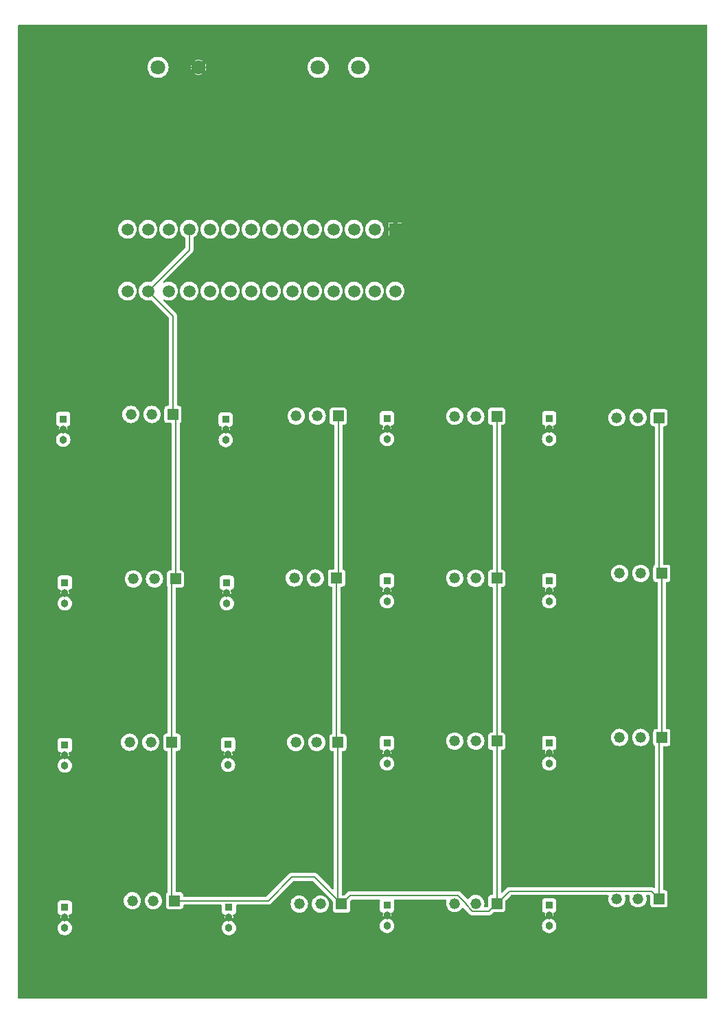
<source format=gbl>
G04 #@! TF.GenerationSoftware,KiCad,Pcbnew,8.0.0*
G04 #@! TF.CreationDate,2024-03-05T22:41:52-05:00*
G04 #@! TF.ProjectId,CANLight,43414e4c-6967-4687-942e-6b696361645f,rev?*
G04 #@! TF.SameCoordinates,Original*
G04 #@! TF.FileFunction,Copper,L2,Bot*
G04 #@! TF.FilePolarity,Positive*
%FSLAX46Y46*%
G04 Gerber Fmt 4.6, Leading zero omitted, Abs format (unit mm)*
G04 Created by KiCad (PCBNEW 8.0.0) date 2024-03-05 22:41:52*
%MOMM*%
%LPD*%
G01*
G04 APERTURE LIST*
G04 #@! TA.AperFunction,ComponentPad*
%ADD10C,1.320800*%
G04 #@! TD*
G04 #@! TA.AperFunction,ComponentPad*
%ADD11R,1.320800X1.320800*%
G04 #@! TD*
G04 #@! TA.AperFunction,ComponentPad*
%ADD12R,0.965200X0.965200*%
G04 #@! TD*
G04 #@! TA.AperFunction,ComponentPad*
%ADD13C,0.965200*%
G04 #@! TD*
G04 #@! TA.AperFunction,ComponentPad*
%ADD14R,1.498600X1.498600*%
G04 #@! TD*
G04 #@! TA.AperFunction,ComponentPad*
%ADD15C,1.498600*%
G04 #@! TD*
G04 #@! TA.AperFunction,ComponentPad*
%ADD16C,1.803400*%
G04 #@! TD*
G04 #@! TA.AperFunction,Conductor*
%ADD17C,0.200000*%
G04 #@! TD*
G04 APERTURE END LIST*
D10*
X66716750Y-115770000D03*
X69316750Y-115770000D03*
D11*
X71916750Y-115770000D03*
D12*
X118000000Y-155980000D03*
D13*
X118000000Y-157250000D03*
X118000000Y-158520000D03*
D12*
X78396750Y-136146750D03*
D13*
X78396750Y-137416750D03*
X78396750Y-138686750D03*
D12*
X58250000Y-116230000D03*
D13*
X58250000Y-117500000D03*
X58250000Y-118770000D03*
D10*
X86793900Y-95712100D03*
X89393900Y-95712100D03*
D11*
X91993900Y-95712100D03*
X71456200Y-135893550D03*
D10*
X68856200Y-135893550D03*
X66256200Y-135893550D03*
X66400000Y-95500000D03*
X69000000Y-95500000D03*
D11*
X71600000Y-95500000D03*
D14*
X99010000Y-72690000D03*
D15*
X96470000Y-72690000D03*
X93930000Y-72690000D03*
X91390000Y-72690000D03*
X88850000Y-72690000D03*
X86310000Y-72690000D03*
X83770000Y-72690000D03*
X81230000Y-72690000D03*
X78690000Y-72690000D03*
X76150000Y-72690000D03*
X73610000Y-72690000D03*
X71070000Y-72690000D03*
X68530000Y-72690000D03*
X65990000Y-72690000D03*
X65990000Y-80310000D03*
X68530000Y-80310000D03*
X71070000Y-80310000D03*
X73610000Y-80310000D03*
X76150000Y-80310000D03*
X78690000Y-80310000D03*
X81230000Y-80310000D03*
X83770000Y-80310000D03*
X86310000Y-80310000D03*
X88850000Y-80310000D03*
X91390000Y-80310000D03*
X93930000Y-80310000D03*
X96470000Y-80310000D03*
X99010000Y-80310000D03*
D12*
X78115000Y-96115000D03*
D13*
X78115000Y-97385000D03*
X78115000Y-98655000D03*
D12*
X98000000Y-155980000D03*
D13*
X98000000Y-157250000D03*
X98000000Y-158520000D03*
D12*
X118000000Y-115980000D03*
D13*
X118000000Y-117250000D03*
X118000000Y-118520000D03*
D10*
X106339450Y-95746800D03*
X108939450Y-95746800D03*
D11*
X111539450Y-95746800D03*
D12*
X78230000Y-116230000D03*
D13*
X78230000Y-117500000D03*
X78230000Y-118770000D03*
D12*
X78500000Y-156230000D03*
D13*
X78500000Y-157500000D03*
X78500000Y-158770000D03*
D12*
X98000000Y-135980000D03*
D13*
X98000000Y-137250000D03*
X98000000Y-138520000D03*
D10*
X66589450Y-155413550D03*
X69189450Y-155413550D03*
D11*
X71789450Y-155413550D03*
D10*
X86569450Y-115663550D03*
X89169450Y-115663550D03*
D11*
X91769450Y-115663550D03*
D12*
X118000000Y-95980000D03*
D13*
X118000000Y-97250000D03*
X118000000Y-98520000D03*
D10*
X126678900Y-135307100D03*
X129278900Y-135307100D03*
D11*
X131878900Y-135307100D03*
D12*
X118000000Y-135980000D03*
D13*
X118000000Y-137250000D03*
X118000000Y-138520000D03*
X98000000Y-118520000D03*
X98000000Y-117250000D03*
D12*
X98000000Y-115980000D03*
X58250000Y-156250000D03*
D13*
X58250000Y-157520000D03*
X58250000Y-158790000D03*
D10*
X106339450Y-155746800D03*
X108939450Y-155746800D03*
D11*
X111539450Y-155746800D03*
D10*
X106339450Y-135746800D03*
X108939450Y-135746800D03*
D11*
X111539450Y-135746800D03*
D10*
X126678900Y-115077100D03*
X129278900Y-115077100D03*
D11*
X131878900Y-115077100D03*
D13*
X58250000Y-138770000D03*
X58250000Y-137500000D03*
D12*
X58250000Y-136230000D03*
X58060550Y-96066450D03*
D13*
X58060550Y-97336450D03*
X58060550Y-98606450D03*
D10*
X126339450Y-95913550D03*
X128939450Y-95913550D03*
D11*
X131539450Y-95913550D03*
D10*
X86736200Y-135913550D03*
X89336200Y-135913550D03*
D11*
X91936200Y-135913550D03*
D12*
X98000000Y-95980000D03*
D13*
X98000000Y-97250000D03*
X98000000Y-98520000D03*
D10*
X87178900Y-155827100D03*
X89778900Y-155827100D03*
D11*
X92378900Y-155827100D03*
X111539450Y-115683550D03*
D10*
X108939450Y-115683550D03*
X106339450Y-115683550D03*
X126339450Y-155183550D03*
X128939450Y-155183550D03*
D11*
X131539450Y-155183550D03*
D16*
X89500000Y-52750000D03*
X94500000Y-52750000D03*
X69750000Y-52750000D03*
X74750000Y-52750000D03*
D17*
X73610000Y-72690000D02*
X73610000Y-75230000D01*
X73610000Y-75230000D02*
X68530000Y-80310000D01*
X71600000Y-83380000D02*
X68530000Y-80310000D01*
X71600000Y-95500000D02*
X71600000Y-83380000D01*
X83336450Y-155413550D02*
X71789450Y-155413550D01*
X86250000Y-152500000D02*
X83336450Y-155413550D01*
X89051800Y-152500000D02*
X86250000Y-152500000D01*
X92378900Y-155827100D02*
X89051800Y-152500000D01*
X93456000Y-154750000D02*
X92378900Y-155827100D01*
X106750000Y-154750000D02*
X93456000Y-154750000D01*
X107746800Y-155746800D02*
X106750000Y-154750000D01*
X107746800Y-155912361D02*
X107746800Y-155746800D01*
X108541639Y-156707200D02*
X107746800Y-155912361D01*
X110579050Y-156707200D02*
X108541639Y-156707200D01*
X111539450Y-155746800D02*
X110579050Y-156707200D01*
X113063100Y-154223150D02*
X111539450Y-155746800D01*
X130579050Y-154223150D02*
X113063100Y-154223150D01*
X131539450Y-155183550D02*
X130579050Y-154223150D01*
X71916750Y-95816750D02*
X71600000Y-95500000D01*
X71916750Y-115770000D02*
X71916750Y-95816750D01*
X91993900Y-115439100D02*
X91769450Y-115663550D01*
X91993900Y-95712100D02*
X91993900Y-115439100D01*
X131539450Y-114737650D02*
X131878900Y-115077100D01*
X131539450Y-95913550D02*
X131539450Y-114737650D01*
X111539450Y-115683550D02*
X111539450Y-95746800D01*
X111539450Y-115683550D02*
X111539450Y-135746800D01*
X131878900Y-115077100D02*
X131878900Y-135307100D01*
X131539450Y-135646550D02*
X131878900Y-135307100D01*
X131539450Y-155183550D02*
X131539450Y-135646550D01*
X111539450Y-155746800D02*
X111539450Y-135746800D01*
X91936200Y-155384400D02*
X92378900Y-155827100D01*
X91936200Y-135913550D02*
X91936200Y-155384400D01*
X91769450Y-135746800D02*
X91936200Y-135913550D01*
X91769450Y-115663550D02*
X91769450Y-135746800D01*
X71456200Y-116230550D02*
X71916750Y-115770000D01*
X71456200Y-135893550D02*
X71456200Y-116230550D01*
X71456200Y-155080300D02*
X71789450Y-155413550D01*
X71456200Y-135893550D02*
X71456200Y-155080300D01*
G04 #@! TA.AperFunction,Conductor*
G36*
X137459191Y-47518907D02*
G01*
X137495155Y-47568407D01*
X137500000Y-47599000D01*
X137500000Y-167401000D01*
X137481093Y-167459191D01*
X137431593Y-167495155D01*
X137401000Y-167500000D01*
X52599000Y-167500000D01*
X52540809Y-167481093D01*
X52504845Y-167431593D01*
X52500000Y-167401000D01*
X52500000Y-158790000D01*
X57362036Y-158790000D01*
X57379338Y-158954623D01*
X57381441Y-158974623D01*
X57381441Y-158974626D01*
X57438803Y-159151162D01*
X57438809Y-159151176D01*
X57512547Y-159278893D01*
X57531622Y-159311932D01*
X57655836Y-159449886D01*
X57806018Y-159558999D01*
X57806022Y-159559000D01*
X57806024Y-159559002D01*
X57862146Y-159583989D01*
X57975604Y-159634504D01*
X58157182Y-159673100D01*
X58157185Y-159673100D01*
X58342815Y-159673100D01*
X58342818Y-159673100D01*
X58524396Y-159634504D01*
X58693982Y-159558999D01*
X58844164Y-159449886D01*
X58968378Y-159311932D01*
X59061195Y-159151167D01*
X59096689Y-159041929D01*
X59118558Y-158974626D01*
X59118558Y-158974623D01*
X59118560Y-158974618D01*
X59137964Y-158790000D01*
X59118560Y-158605382D01*
X59118558Y-158605375D01*
X59118558Y-158605373D01*
X59061196Y-158428837D01*
X59061195Y-158428833D01*
X59061192Y-158428828D01*
X59061190Y-158428823D01*
X59007236Y-158335373D01*
X58968378Y-158268068D01*
X58844164Y-158130114D01*
X58693982Y-158021001D01*
X58693979Y-158021000D01*
X58693975Y-158020997D01*
X58524398Y-157945497D01*
X58524396Y-157945496D01*
X58524393Y-157945495D01*
X58524392Y-157945495D01*
X58489857Y-157938154D01*
X58342818Y-157906900D01*
X58324355Y-157906900D01*
X58266164Y-157887993D01*
X58254352Y-157877905D01*
X58252047Y-157875600D01*
X58296816Y-157875600D01*
X58387256Y-157851366D01*
X58468343Y-157804550D01*
X58534550Y-157738343D01*
X58581366Y-157657256D01*
X58605600Y-157566816D01*
X58605600Y-157522047D01*
X58761186Y-157677633D01*
X58768891Y-157659034D01*
X58787196Y-157520000D01*
X58787196Y-157519999D01*
X58768891Y-157380964D01*
X58720307Y-157263672D01*
X58715506Y-157202675D01*
X58747476Y-157150506D01*
X58796286Y-157128005D01*
X58857899Y-157118247D01*
X58857899Y-157118246D01*
X58857904Y-157118246D01*
X58970942Y-157060650D01*
X59060650Y-156970942D01*
X59118246Y-156857904D01*
X59133100Y-156764119D01*
X59133099Y-155735882D01*
X59133099Y-155735881D01*
X59133099Y-155735878D01*
X59133098Y-155735876D01*
X59118247Y-155642100D01*
X59118246Y-155642098D01*
X59118246Y-155642096D01*
X59060650Y-155529058D01*
X58970942Y-155439350D01*
X58920313Y-155413553D01*
X65523417Y-155413553D01*
X65543899Y-155621518D01*
X65543900Y-155621523D01*
X65604564Y-155821503D01*
X65604566Y-155821508D01*
X65703068Y-156005794D01*
X65703074Y-156005803D01*
X65703076Y-156005806D01*
X65727091Y-156035068D01*
X65835646Y-156167344D01*
X65835655Y-156167353D01*
X65874521Y-156199249D01*
X65997194Y-156299924D01*
X65997198Y-156299926D01*
X65997205Y-156299931D01*
X66181491Y-156398433D01*
X66181497Y-156398436D01*
X66320813Y-156440696D01*
X66381476Y-156459099D01*
X66381481Y-156459100D01*
X66589447Y-156479583D01*
X66589450Y-156479583D01*
X66589453Y-156479583D01*
X66797418Y-156459100D01*
X66797423Y-156459099D01*
X66997403Y-156398436D01*
X67063479Y-156363117D01*
X67181694Y-156299931D01*
X67181697Y-156299928D01*
X67181706Y-156299924D01*
X67343249Y-156167349D01*
X67475824Y-156005806D01*
X67475828Y-156005797D01*
X67475831Y-156005794D01*
X67545488Y-155875473D01*
X67574336Y-155821503D01*
X67634999Y-155621523D01*
X67635000Y-155621518D01*
X67655483Y-155413553D01*
X68123417Y-155413553D01*
X68143899Y-155621518D01*
X68143900Y-155621523D01*
X68204564Y-155821503D01*
X68204566Y-155821508D01*
X68303068Y-156005794D01*
X68303074Y-156005803D01*
X68303076Y-156005806D01*
X68327091Y-156035068D01*
X68435646Y-156167344D01*
X68435655Y-156167353D01*
X68474521Y-156199249D01*
X68597194Y-156299924D01*
X68597198Y-156299926D01*
X68597205Y-156299931D01*
X68781491Y-156398433D01*
X68781497Y-156398436D01*
X68920813Y-156440696D01*
X68981476Y-156459099D01*
X68981481Y-156459100D01*
X69189447Y-156479583D01*
X69189450Y-156479583D01*
X69189453Y-156479583D01*
X69397418Y-156459100D01*
X69397423Y-156459099D01*
X69597403Y-156398436D01*
X69663479Y-156363117D01*
X69781694Y-156299931D01*
X69781697Y-156299928D01*
X69781706Y-156299924D01*
X69943249Y-156167349D01*
X70075824Y-156005806D01*
X70075828Y-156005797D01*
X70075831Y-156005794D01*
X70145488Y-155875473D01*
X70174336Y-155821503D01*
X70234999Y-155621523D01*
X70235000Y-155621518D01*
X70255483Y-155413553D01*
X70255483Y-155413546D01*
X70235000Y-155205581D01*
X70234999Y-155205576D01*
X70206538Y-155111754D01*
X70174336Y-155005597D01*
X70174333Y-155005591D01*
X70075831Y-154821305D01*
X70075826Y-154821298D01*
X70075824Y-154821294D01*
X69995690Y-154723650D01*
X69943253Y-154659755D01*
X69943244Y-154659746D01*
X69795487Y-154538486D01*
X69781706Y-154527176D01*
X69781703Y-154527174D01*
X69781694Y-154527168D01*
X69597408Y-154428666D01*
X69597403Y-154428664D01*
X69397423Y-154368000D01*
X69397418Y-154367999D01*
X69189453Y-154347517D01*
X69189447Y-154347517D01*
X68981481Y-154367999D01*
X68981476Y-154368000D01*
X68781496Y-154428664D01*
X68781491Y-154428666D01*
X68597205Y-154527168D01*
X68597195Y-154527175D01*
X68435655Y-154659746D01*
X68435646Y-154659755D01*
X68303075Y-154821295D01*
X68303068Y-154821305D01*
X68204566Y-155005591D01*
X68204564Y-155005596D01*
X68143900Y-155205576D01*
X68143899Y-155205581D01*
X68123417Y-155413546D01*
X68123417Y-155413553D01*
X67655483Y-155413553D01*
X67655483Y-155413546D01*
X67635000Y-155205581D01*
X67634999Y-155205576D01*
X67606538Y-155111754D01*
X67574336Y-155005597D01*
X67574333Y-155005591D01*
X67475831Y-154821305D01*
X67475826Y-154821298D01*
X67475824Y-154821294D01*
X67395690Y-154723650D01*
X67343253Y-154659755D01*
X67343244Y-154659746D01*
X67195487Y-154538486D01*
X67181706Y-154527176D01*
X67181703Y-154527174D01*
X67181694Y-154527168D01*
X66997408Y-154428666D01*
X66997403Y-154428664D01*
X66797423Y-154368000D01*
X66797418Y-154367999D01*
X66589453Y-154347517D01*
X66589447Y-154347517D01*
X66381481Y-154367999D01*
X66381476Y-154368000D01*
X66181496Y-154428664D01*
X66181491Y-154428666D01*
X65997205Y-154527168D01*
X65997195Y-154527175D01*
X65835655Y-154659746D01*
X65835646Y-154659755D01*
X65703075Y-154821295D01*
X65703068Y-154821305D01*
X65604566Y-155005591D01*
X65604564Y-155005596D01*
X65543900Y-155205576D01*
X65543899Y-155205581D01*
X65523417Y-155413546D01*
X65523417Y-155413553D01*
X58920313Y-155413553D01*
X58857904Y-155381754D01*
X58857905Y-155381754D01*
X58764121Y-155366900D01*
X57735878Y-155366900D01*
X57735876Y-155366901D01*
X57642100Y-155381752D01*
X57642095Y-155381754D01*
X57529059Y-155439349D01*
X57439349Y-155529059D01*
X57381754Y-155642095D01*
X57366900Y-155735878D01*
X57366900Y-156764121D01*
X57366901Y-156764123D01*
X57381752Y-156857899D01*
X57381754Y-156857904D01*
X57439350Y-156970942D01*
X57529058Y-157060650D01*
X57642096Y-157118246D01*
X57703714Y-157128005D01*
X57758231Y-157155782D01*
X57786009Y-157210298D01*
X57779692Y-157263671D01*
X57731109Y-157380962D01*
X57731108Y-157380962D01*
X57712804Y-157519999D01*
X57712804Y-157520000D01*
X57731108Y-157659036D01*
X57731109Y-157659037D01*
X57738811Y-157677633D01*
X57894400Y-157522044D01*
X57894400Y-157566816D01*
X57918634Y-157657256D01*
X57965450Y-157738343D01*
X58031657Y-157804550D01*
X58112744Y-157851366D01*
X58203184Y-157875600D01*
X58247953Y-157875600D01*
X58245648Y-157877905D01*
X58191131Y-157905681D01*
X58175645Y-157906900D01*
X58157182Y-157906900D01*
X58041397Y-157931511D01*
X57975607Y-157945495D01*
X57975601Y-157945497D01*
X57806024Y-158020997D01*
X57806016Y-158021002D01*
X57655836Y-158130113D01*
X57531620Y-158268070D01*
X57531620Y-158268071D01*
X57438809Y-158428823D01*
X57438803Y-158428837D01*
X57381441Y-158605373D01*
X57381441Y-158605376D01*
X57381440Y-158605380D01*
X57381440Y-158605382D01*
X57362036Y-158790000D01*
X52500000Y-158790000D01*
X52500000Y-138770000D01*
X57362036Y-138770000D01*
X57381441Y-138954623D01*
X57381441Y-138954626D01*
X57438803Y-139131162D01*
X57438809Y-139131176D01*
X57512547Y-139258893D01*
X57531622Y-139291932D01*
X57655836Y-139429886D01*
X57806018Y-139538999D01*
X57806022Y-139539000D01*
X57806024Y-139539002D01*
X57862146Y-139563989D01*
X57975604Y-139614504D01*
X58157182Y-139653100D01*
X58157185Y-139653100D01*
X58342815Y-139653100D01*
X58342818Y-139653100D01*
X58524396Y-139614504D01*
X58693982Y-139538999D01*
X58844164Y-139429886D01*
X58968378Y-139291932D01*
X59061195Y-139131167D01*
X59090468Y-139041074D01*
X59118558Y-138954626D01*
X59118558Y-138954623D01*
X59118560Y-138954618D01*
X59137964Y-138770000D01*
X59118560Y-138585382D01*
X59118558Y-138585375D01*
X59118558Y-138585373D01*
X59061196Y-138408837D01*
X59061195Y-138408833D01*
X59061192Y-138408828D01*
X59061190Y-138408823D01*
X59013125Y-138325573D01*
X58968378Y-138248068D01*
X58844164Y-138110114D01*
X58693982Y-138001001D01*
X58693979Y-138001000D01*
X58693975Y-138000997D01*
X58524398Y-137925497D01*
X58524396Y-137925496D01*
X58524393Y-137925495D01*
X58524392Y-137925495D01*
X58487940Y-137917747D01*
X58342818Y-137886900D01*
X58324355Y-137886900D01*
X58266164Y-137867993D01*
X58254352Y-137857905D01*
X58252047Y-137855600D01*
X58296816Y-137855600D01*
X58387256Y-137831366D01*
X58468343Y-137784550D01*
X58534550Y-137718343D01*
X58581366Y-137637256D01*
X58605600Y-137546816D01*
X58605600Y-137502047D01*
X58761186Y-137657633D01*
X58768891Y-137639034D01*
X58787196Y-137500000D01*
X58787196Y-137499999D01*
X58768891Y-137360964D01*
X58720307Y-137243672D01*
X58715506Y-137182675D01*
X58747476Y-137130506D01*
X58796286Y-137108005D01*
X58857899Y-137098247D01*
X58857899Y-137098246D01*
X58857904Y-137098246D01*
X58970942Y-137040650D01*
X59060650Y-136950942D01*
X59118246Y-136837904D01*
X59133100Y-136744119D01*
X59133099Y-135893553D01*
X65190167Y-135893553D01*
X65210649Y-136101518D01*
X65210650Y-136101523D01*
X65271314Y-136301503D01*
X65271316Y-136301508D01*
X65369818Y-136485794D01*
X65369824Y-136485803D01*
X65369826Y-136485806D01*
X65381970Y-136500603D01*
X65502396Y-136647344D01*
X65502405Y-136647353D01*
X65541271Y-136679249D01*
X65663944Y-136779924D01*
X65663948Y-136779926D01*
X65663955Y-136779931D01*
X65828146Y-136867692D01*
X65848247Y-136878436D01*
X65980763Y-136918634D01*
X66048226Y-136939099D01*
X66048231Y-136939100D01*
X66256197Y-136959583D01*
X66256200Y-136959583D01*
X66256203Y-136959583D01*
X66464168Y-136939100D01*
X66464173Y-136939099D01*
X66485350Y-136932675D01*
X66664153Y-136878436D01*
X66786888Y-136812833D01*
X66848444Y-136779931D01*
X66848447Y-136779928D01*
X66848456Y-136779924D01*
X67009999Y-136647349D01*
X67142574Y-136485806D01*
X67142578Y-136485797D01*
X67142581Y-136485794D01*
X67219856Y-136341222D01*
X67241086Y-136301503D01*
X67301749Y-136101523D01*
X67301750Y-136101518D01*
X67322233Y-135893553D01*
X67790167Y-135893553D01*
X67810649Y-136101518D01*
X67810650Y-136101523D01*
X67871314Y-136301503D01*
X67871316Y-136301508D01*
X67969818Y-136485794D01*
X67969824Y-136485803D01*
X67969826Y-136485806D01*
X67981970Y-136500603D01*
X68102396Y-136647344D01*
X68102405Y-136647353D01*
X68141271Y-136679249D01*
X68263944Y-136779924D01*
X68263948Y-136779926D01*
X68263955Y-136779931D01*
X68428146Y-136867692D01*
X68448247Y-136878436D01*
X68580763Y-136918634D01*
X68648226Y-136939099D01*
X68648231Y-136939100D01*
X68856197Y-136959583D01*
X68856200Y-136959583D01*
X68856203Y-136959583D01*
X69064168Y-136939100D01*
X69064173Y-136939099D01*
X69085350Y-136932675D01*
X69264153Y-136878436D01*
X69386888Y-136812833D01*
X69448444Y-136779931D01*
X69448447Y-136779928D01*
X69448456Y-136779924D01*
X69609999Y-136647349D01*
X69742574Y-136485806D01*
X69742578Y-136485797D01*
X69742581Y-136485794D01*
X69819856Y-136341222D01*
X69841086Y-136301503D01*
X69901749Y-136101523D01*
X69901750Y-136101518D01*
X69922233Y-135893553D01*
X69922233Y-135893546D01*
X69901750Y-135685581D01*
X69901749Y-135685576D01*
X69857240Y-135538850D01*
X69841086Y-135485597D01*
X69809129Y-135425809D01*
X69742581Y-135301305D01*
X69742576Y-135301298D01*
X69742574Y-135301294D01*
X69671832Y-135215094D01*
X69610003Y-135139755D01*
X69609994Y-135139746D01*
X69506581Y-135054878D01*
X69448456Y-135007176D01*
X69448453Y-135007174D01*
X69448444Y-135007168D01*
X69264158Y-134908666D01*
X69264153Y-134908664D01*
X69064173Y-134848000D01*
X69064168Y-134847999D01*
X68856203Y-134827517D01*
X68856197Y-134827517D01*
X68648231Y-134847999D01*
X68648226Y-134848000D01*
X68448246Y-134908664D01*
X68448241Y-134908666D01*
X68263955Y-135007168D01*
X68263945Y-135007175D01*
X68102405Y-135139746D01*
X68102396Y-135139755D01*
X67969825Y-135301295D01*
X67969818Y-135301305D01*
X67871316Y-135485591D01*
X67871314Y-135485596D01*
X67810650Y-135685576D01*
X67810649Y-135685581D01*
X67790167Y-135893546D01*
X67790167Y-135893553D01*
X67322233Y-135893553D01*
X67322233Y-135893546D01*
X67301750Y-135685581D01*
X67301749Y-135685576D01*
X67257240Y-135538850D01*
X67241086Y-135485597D01*
X67209129Y-135425809D01*
X67142581Y-135301305D01*
X67142576Y-135301298D01*
X67142574Y-135301294D01*
X67071832Y-135215094D01*
X67010003Y-135139755D01*
X67009994Y-135139746D01*
X66906581Y-135054878D01*
X66848456Y-135007176D01*
X66848453Y-135007174D01*
X66848444Y-135007168D01*
X66664158Y-134908666D01*
X66664153Y-134908664D01*
X66464173Y-134848000D01*
X66464168Y-134847999D01*
X66256203Y-134827517D01*
X66256197Y-134827517D01*
X66048231Y-134847999D01*
X66048226Y-134848000D01*
X65848246Y-134908664D01*
X65848241Y-134908666D01*
X65663955Y-135007168D01*
X65663945Y-135007175D01*
X65502405Y-135139746D01*
X65502396Y-135139755D01*
X65369825Y-135301295D01*
X65369818Y-135301305D01*
X65271316Y-135485591D01*
X65271314Y-135485596D01*
X65210650Y-135685576D01*
X65210649Y-135685581D01*
X65190167Y-135893546D01*
X65190167Y-135893553D01*
X59133099Y-135893553D01*
X59133099Y-135715882D01*
X59133099Y-135715881D01*
X59133099Y-135715878D01*
X59133098Y-135715876D01*
X59132968Y-135715058D01*
X59119915Y-135632632D01*
X59118247Y-135622100D01*
X59118246Y-135622098D01*
X59118246Y-135622096D01*
X59060650Y-135509058D01*
X58970942Y-135419350D01*
X58857904Y-135361754D01*
X58857905Y-135361754D01*
X58764121Y-135346900D01*
X57735878Y-135346900D01*
X57735876Y-135346901D01*
X57642100Y-135361752D01*
X57642095Y-135361754D01*
X57529059Y-135419349D01*
X57439349Y-135509059D01*
X57381754Y-135622095D01*
X57366900Y-135715878D01*
X57366900Y-136744121D01*
X57366901Y-136744123D01*
X57381752Y-136837899D01*
X57381754Y-136837904D01*
X57439350Y-136950942D01*
X57529058Y-137040650D01*
X57642096Y-137098246D01*
X57703714Y-137108005D01*
X57758231Y-137135782D01*
X57786009Y-137190298D01*
X57779692Y-137243671D01*
X57731109Y-137360962D01*
X57731108Y-137360962D01*
X57712804Y-137499999D01*
X57712804Y-137500000D01*
X57731108Y-137639036D01*
X57731109Y-137639037D01*
X57738811Y-137657633D01*
X57894400Y-137502044D01*
X57894400Y-137546816D01*
X57918634Y-137637256D01*
X57965450Y-137718343D01*
X58031657Y-137784550D01*
X58112744Y-137831366D01*
X58203184Y-137855600D01*
X58247953Y-137855600D01*
X58245648Y-137857905D01*
X58191131Y-137885681D01*
X58175645Y-137886900D01*
X58157182Y-137886900D01*
X58041397Y-137911511D01*
X57975607Y-137925495D01*
X57975601Y-137925497D01*
X57806024Y-138000997D01*
X57806016Y-138001002D01*
X57655836Y-138110113D01*
X57531620Y-138248070D01*
X57531620Y-138248071D01*
X57438809Y-138408823D01*
X57438803Y-138408837D01*
X57381441Y-138585373D01*
X57381441Y-138585376D01*
X57362036Y-138770000D01*
X52500000Y-138770000D01*
X52500000Y-118770000D01*
X57362036Y-118770000D01*
X57381441Y-118954623D01*
X57381441Y-118954626D01*
X57438803Y-119131162D01*
X57438809Y-119131176D01*
X57512547Y-119258893D01*
X57531622Y-119291932D01*
X57655836Y-119429886D01*
X57806018Y-119538999D01*
X57806022Y-119539000D01*
X57806024Y-119539002D01*
X57862146Y-119563989D01*
X57975604Y-119614504D01*
X58157182Y-119653100D01*
X58157185Y-119653100D01*
X58342815Y-119653100D01*
X58342818Y-119653100D01*
X58524396Y-119614504D01*
X58693982Y-119538999D01*
X58844164Y-119429886D01*
X58968378Y-119291932D01*
X59061195Y-119131167D01*
X59090468Y-119041074D01*
X59118558Y-118954626D01*
X59118558Y-118954623D01*
X59118560Y-118954618D01*
X59137964Y-118770000D01*
X59118560Y-118585382D01*
X59118558Y-118585375D01*
X59118558Y-118585373D01*
X59061196Y-118408837D01*
X59061195Y-118408833D01*
X59061192Y-118408828D01*
X59061190Y-118408823D01*
X59013507Y-118326235D01*
X58968378Y-118248068D01*
X58844164Y-118110114D01*
X58693982Y-118001001D01*
X58693979Y-118001000D01*
X58693975Y-118000997D01*
X58524398Y-117925497D01*
X58524396Y-117925496D01*
X58524393Y-117925495D01*
X58524392Y-117925495D01*
X58489857Y-117918154D01*
X58342818Y-117886900D01*
X58324355Y-117886900D01*
X58266164Y-117867993D01*
X58254352Y-117857905D01*
X58252047Y-117855600D01*
X58296816Y-117855600D01*
X58387256Y-117831366D01*
X58468343Y-117784550D01*
X58534550Y-117718343D01*
X58581366Y-117637256D01*
X58605600Y-117546816D01*
X58605600Y-117502047D01*
X58761186Y-117657633D01*
X58768891Y-117639034D01*
X58787196Y-117500000D01*
X58787196Y-117499999D01*
X58768891Y-117360964D01*
X58720307Y-117243672D01*
X58715506Y-117182675D01*
X58747476Y-117130506D01*
X58796286Y-117108005D01*
X58857899Y-117098247D01*
X58857899Y-117098246D01*
X58857904Y-117098246D01*
X58970942Y-117040650D01*
X59060650Y-116950942D01*
X59118246Y-116837904D01*
X59133100Y-116744119D01*
X59133099Y-115770003D01*
X65650717Y-115770003D01*
X65671199Y-115977968D01*
X65671200Y-115977973D01*
X65731864Y-116177953D01*
X65731866Y-116177958D01*
X65830368Y-116362244D01*
X65830374Y-116362253D01*
X65830376Y-116362256D01*
X65841223Y-116375473D01*
X65962946Y-116523794D01*
X65962955Y-116523803D01*
X66019154Y-116569924D01*
X66124494Y-116656374D01*
X66124498Y-116656376D01*
X66124505Y-116656381D01*
X66308791Y-116754883D01*
X66308797Y-116754886D01*
X66408921Y-116785258D01*
X66508776Y-116815549D01*
X66508781Y-116815550D01*
X66716747Y-116836033D01*
X66716750Y-116836033D01*
X66716753Y-116836033D01*
X66924718Y-116815550D01*
X66924723Y-116815549D01*
X66933604Y-116812855D01*
X67124703Y-116754886D01*
X67210363Y-116709100D01*
X67308994Y-116656381D01*
X67308997Y-116656378D01*
X67309006Y-116656374D01*
X67470549Y-116523799D01*
X67603124Y-116362256D01*
X67603128Y-116362247D01*
X67603131Y-116362244D01*
X67701633Y-116177958D01*
X67701636Y-116177953D01*
X67762299Y-115977973D01*
X67762300Y-115977968D01*
X67782783Y-115770003D01*
X68250717Y-115770003D01*
X68271199Y-115977968D01*
X68271200Y-115977973D01*
X68331864Y-116177953D01*
X68331866Y-116177958D01*
X68430368Y-116362244D01*
X68430374Y-116362253D01*
X68430376Y-116362256D01*
X68441223Y-116375473D01*
X68562946Y-116523794D01*
X68562955Y-116523803D01*
X68619154Y-116569924D01*
X68724494Y-116656374D01*
X68724498Y-116656376D01*
X68724505Y-116656381D01*
X68908791Y-116754883D01*
X68908797Y-116754886D01*
X69008921Y-116785258D01*
X69108776Y-116815549D01*
X69108781Y-116815550D01*
X69316747Y-116836033D01*
X69316750Y-116836033D01*
X69316753Y-116836033D01*
X69524718Y-116815550D01*
X69524723Y-116815549D01*
X69533604Y-116812855D01*
X69724703Y-116754886D01*
X69810363Y-116709100D01*
X69908994Y-116656381D01*
X69908997Y-116656378D01*
X69909006Y-116656374D01*
X70070549Y-116523799D01*
X70203124Y-116362256D01*
X70203128Y-116362247D01*
X70203131Y-116362244D01*
X70301633Y-116177958D01*
X70301636Y-116177953D01*
X70362299Y-115977973D01*
X70362300Y-115977968D01*
X70382783Y-115770003D01*
X70382783Y-115769996D01*
X70362300Y-115562031D01*
X70362299Y-115562026D01*
X70333134Y-115465882D01*
X70301636Y-115362047D01*
X70301633Y-115362041D01*
X70203131Y-115177755D01*
X70203126Y-115177748D01*
X70203124Y-115177744D01*
X70132176Y-115091294D01*
X70070553Y-115016205D01*
X70070544Y-115016196D01*
X69940833Y-114909746D01*
X69909006Y-114883626D01*
X69909003Y-114883624D01*
X69908994Y-114883618D01*
X69724708Y-114785116D01*
X69724703Y-114785114D01*
X69524723Y-114724450D01*
X69524718Y-114724449D01*
X69316753Y-114703967D01*
X69316747Y-114703967D01*
X69108781Y-114724449D01*
X69108776Y-114724450D01*
X68908796Y-114785114D01*
X68908791Y-114785116D01*
X68724505Y-114883618D01*
X68724495Y-114883625D01*
X68562955Y-115016196D01*
X68562946Y-115016205D01*
X68430375Y-115177745D01*
X68430368Y-115177755D01*
X68331866Y-115362041D01*
X68331864Y-115362046D01*
X68271200Y-115562026D01*
X68271199Y-115562031D01*
X68250717Y-115769996D01*
X68250717Y-115770003D01*
X67782783Y-115770003D01*
X67782783Y-115769996D01*
X67762300Y-115562031D01*
X67762299Y-115562026D01*
X67733134Y-115465882D01*
X67701636Y-115362047D01*
X67701633Y-115362041D01*
X67603131Y-115177755D01*
X67603126Y-115177748D01*
X67603124Y-115177744D01*
X67532176Y-115091294D01*
X67470553Y-115016205D01*
X67470544Y-115016196D01*
X67340833Y-114909746D01*
X67309006Y-114883626D01*
X67309003Y-114883624D01*
X67308994Y-114883618D01*
X67124708Y-114785116D01*
X67124703Y-114785114D01*
X66924723Y-114724450D01*
X66924718Y-114724449D01*
X66716753Y-114703967D01*
X66716747Y-114703967D01*
X66508781Y-114724449D01*
X66508776Y-114724450D01*
X66308796Y-114785114D01*
X66308791Y-114785116D01*
X66124505Y-114883618D01*
X66124495Y-114883625D01*
X65962955Y-115016196D01*
X65962946Y-115016205D01*
X65830375Y-115177745D01*
X65830368Y-115177755D01*
X65731866Y-115362041D01*
X65731864Y-115362046D01*
X65671200Y-115562026D01*
X65671199Y-115562031D01*
X65650717Y-115769996D01*
X65650717Y-115770003D01*
X59133099Y-115770003D01*
X59133099Y-115715882D01*
X59133099Y-115715881D01*
X59133099Y-115715878D01*
X59133098Y-115715876D01*
X59118247Y-115622100D01*
X59118246Y-115622098D01*
X59118246Y-115622096D01*
X59060650Y-115509058D01*
X58970942Y-115419350D01*
X58857904Y-115361754D01*
X58857905Y-115361754D01*
X58764121Y-115346900D01*
X57735878Y-115346900D01*
X57735876Y-115346901D01*
X57642100Y-115361752D01*
X57642095Y-115361754D01*
X57529059Y-115419349D01*
X57439349Y-115509059D01*
X57381754Y-115622095D01*
X57366900Y-115715878D01*
X57366900Y-116744121D01*
X57366901Y-116744123D01*
X57381752Y-116837899D01*
X57381754Y-116837904D01*
X57439350Y-116950942D01*
X57529058Y-117040650D01*
X57642096Y-117098246D01*
X57703714Y-117108005D01*
X57758231Y-117135782D01*
X57786009Y-117190298D01*
X57779692Y-117243671D01*
X57731109Y-117360962D01*
X57731108Y-117360962D01*
X57712804Y-117499999D01*
X57712804Y-117500000D01*
X57731108Y-117639036D01*
X57731109Y-117639037D01*
X57738811Y-117657633D01*
X57894400Y-117502044D01*
X57894400Y-117546816D01*
X57918634Y-117637256D01*
X57965450Y-117718343D01*
X58031657Y-117784550D01*
X58112744Y-117831366D01*
X58203184Y-117855600D01*
X58247953Y-117855600D01*
X58245648Y-117857905D01*
X58191131Y-117885681D01*
X58175645Y-117886900D01*
X58157182Y-117886900D01*
X58041397Y-117911511D01*
X57975607Y-117925495D01*
X57975601Y-117925497D01*
X57806024Y-118000997D01*
X57806016Y-118001002D01*
X57655836Y-118110113D01*
X57531620Y-118248070D01*
X57531620Y-118248071D01*
X57438809Y-118408823D01*
X57438803Y-118408837D01*
X57381441Y-118585373D01*
X57381441Y-118585376D01*
X57362036Y-118770000D01*
X52500000Y-118770000D01*
X52500000Y-98606450D01*
X57172586Y-98606450D01*
X57182904Y-98704623D01*
X57191991Y-98791073D01*
X57191991Y-98791076D01*
X57249353Y-98967612D01*
X57249359Y-98967626D01*
X57292260Y-99041932D01*
X57342172Y-99128382D01*
X57466386Y-99266336D01*
X57616568Y-99375449D01*
X57616572Y-99375450D01*
X57616574Y-99375452D01*
X57672696Y-99400439D01*
X57786154Y-99450954D01*
X57967732Y-99489550D01*
X57967735Y-99489550D01*
X58153365Y-99489550D01*
X58153368Y-99489550D01*
X58334946Y-99450954D01*
X58504532Y-99375449D01*
X58654714Y-99266336D01*
X58778928Y-99128382D01*
X58871745Y-98967617D01*
X58901018Y-98877524D01*
X58929108Y-98791076D01*
X58929108Y-98791073D01*
X58929110Y-98791068D01*
X58948514Y-98606450D01*
X58929110Y-98421832D01*
X58929108Y-98421825D01*
X58929108Y-98421823D01*
X58871746Y-98245287D01*
X58871745Y-98245283D01*
X58871742Y-98245278D01*
X58871740Y-98245273D01*
X58806958Y-98133068D01*
X58778928Y-98084518D01*
X58654714Y-97946564D01*
X58504532Y-97837451D01*
X58504529Y-97837450D01*
X58504525Y-97837447D01*
X58334948Y-97761947D01*
X58334946Y-97761946D01*
X58334943Y-97761945D01*
X58334942Y-97761945D01*
X58283454Y-97751001D01*
X58153368Y-97723350D01*
X58134905Y-97723350D01*
X58076714Y-97704443D01*
X58064902Y-97694355D01*
X58062597Y-97692050D01*
X58107366Y-97692050D01*
X58197806Y-97667816D01*
X58278893Y-97621000D01*
X58345100Y-97554793D01*
X58391916Y-97473706D01*
X58416150Y-97383266D01*
X58416150Y-97338497D01*
X58571736Y-97494083D01*
X58579441Y-97475484D01*
X58597746Y-97336450D01*
X58597746Y-97336449D01*
X58579441Y-97197414D01*
X58530857Y-97080122D01*
X58526056Y-97019125D01*
X58558026Y-96966956D01*
X58606836Y-96944455D01*
X58668449Y-96934697D01*
X58668449Y-96934696D01*
X58668454Y-96934696D01*
X58781492Y-96877100D01*
X58871200Y-96787392D01*
X58928796Y-96674354D01*
X58943650Y-96580569D01*
X58943649Y-95552332D01*
X58943649Y-95552331D01*
X58943649Y-95552328D01*
X58943648Y-95552326D01*
X58935362Y-95500003D01*
X65333967Y-95500003D01*
X65354449Y-95707968D01*
X65354450Y-95707973D01*
X65415114Y-95907953D01*
X65415116Y-95907958D01*
X65513618Y-96092244D01*
X65513624Y-96092253D01*
X65513626Y-96092256D01*
X65536443Y-96120058D01*
X65646196Y-96253794D01*
X65646205Y-96253803D01*
X65685071Y-96285699D01*
X65807744Y-96386374D01*
X65807748Y-96386376D01*
X65807755Y-96386381D01*
X65956532Y-96465903D01*
X65992047Y-96484886D01*
X66131363Y-96527146D01*
X66192026Y-96545549D01*
X66192031Y-96545550D01*
X66399997Y-96566033D01*
X66400000Y-96566033D01*
X66400003Y-96566033D01*
X66607968Y-96545550D01*
X66607973Y-96545549D01*
X66807953Y-96484886D01*
X66894322Y-96438721D01*
X66992244Y-96386381D01*
X66992247Y-96386378D01*
X66992256Y-96386374D01*
X67153799Y-96253799D01*
X67286374Y-96092256D01*
X67286378Y-96092247D01*
X67286381Y-96092244D01*
X67359863Y-95954768D01*
X67384886Y-95907953D01*
X67445549Y-95707973D01*
X67445550Y-95707968D01*
X67466033Y-95500003D01*
X67933967Y-95500003D01*
X67954449Y-95707968D01*
X67954450Y-95707973D01*
X68015114Y-95907953D01*
X68015116Y-95907958D01*
X68113618Y-96092244D01*
X68113624Y-96092253D01*
X68113626Y-96092256D01*
X68136443Y-96120058D01*
X68246196Y-96253794D01*
X68246205Y-96253803D01*
X68285071Y-96285699D01*
X68407744Y-96386374D01*
X68407748Y-96386376D01*
X68407755Y-96386381D01*
X68556532Y-96465903D01*
X68592047Y-96484886D01*
X68731363Y-96527146D01*
X68792026Y-96545549D01*
X68792031Y-96545550D01*
X68999997Y-96566033D01*
X69000000Y-96566033D01*
X69000003Y-96566033D01*
X69207968Y-96545550D01*
X69207973Y-96545549D01*
X69407953Y-96484886D01*
X69494322Y-96438721D01*
X69592244Y-96386381D01*
X69592247Y-96386378D01*
X69592256Y-96386374D01*
X69753799Y-96253799D01*
X69886374Y-96092256D01*
X69886378Y-96092247D01*
X69886381Y-96092244D01*
X69959863Y-95954768D01*
X69984886Y-95907953D01*
X70045549Y-95707973D01*
X70045550Y-95707968D01*
X70066033Y-95500003D01*
X70066033Y-95499996D01*
X70045550Y-95292031D01*
X70045549Y-95292026D01*
X70017088Y-95198204D01*
X69984886Y-95092047D01*
X69965021Y-95054882D01*
X69886381Y-94907755D01*
X69886376Y-94907748D01*
X69886374Y-94907744D01*
X69808913Y-94813358D01*
X69753803Y-94746205D01*
X69753794Y-94746196D01*
X69631785Y-94646067D01*
X69592256Y-94613626D01*
X69592253Y-94613624D01*
X69592244Y-94613618D01*
X69407958Y-94515116D01*
X69407953Y-94515114D01*
X69207973Y-94454450D01*
X69207968Y-94454449D01*
X69000003Y-94433967D01*
X68999997Y-94433967D01*
X68792031Y-94454449D01*
X68792026Y-94454450D01*
X68592046Y-94515114D01*
X68592041Y-94515116D01*
X68407755Y-94613618D01*
X68407745Y-94613625D01*
X68246205Y-94746196D01*
X68246196Y-94746205D01*
X68113625Y-94907745D01*
X68113618Y-94907755D01*
X68015116Y-95092041D01*
X68015114Y-95092046D01*
X67954450Y-95292026D01*
X67954449Y-95292031D01*
X67933967Y-95499996D01*
X67933967Y-95500003D01*
X67466033Y-95500003D01*
X67466033Y-95499996D01*
X67445550Y-95292031D01*
X67445549Y-95292026D01*
X67417088Y-95198204D01*
X67384886Y-95092047D01*
X67365021Y-95054882D01*
X67286381Y-94907755D01*
X67286376Y-94907748D01*
X67286374Y-94907744D01*
X67208913Y-94813358D01*
X67153803Y-94746205D01*
X67153794Y-94746196D01*
X67031785Y-94646067D01*
X66992256Y-94613626D01*
X66992253Y-94613624D01*
X66992244Y-94613618D01*
X66807958Y-94515116D01*
X66807953Y-94515114D01*
X66607973Y-94454450D01*
X66607968Y-94454449D01*
X66400003Y-94433967D01*
X66399997Y-94433967D01*
X66192031Y-94454449D01*
X66192026Y-94454450D01*
X65992046Y-94515114D01*
X65992041Y-94515116D01*
X65807755Y-94613618D01*
X65807745Y-94613625D01*
X65646205Y-94746196D01*
X65646196Y-94746205D01*
X65513625Y-94907745D01*
X65513618Y-94907755D01*
X65415116Y-95092041D01*
X65415114Y-95092046D01*
X65354450Y-95292026D01*
X65354449Y-95292031D01*
X65333967Y-95499996D01*
X65333967Y-95500003D01*
X58935362Y-95500003D01*
X58928797Y-95458550D01*
X58928796Y-95458548D01*
X58928796Y-95458546D01*
X58871200Y-95345508D01*
X58781492Y-95255800D01*
X58668454Y-95198204D01*
X58668455Y-95198204D01*
X58574671Y-95183350D01*
X57546428Y-95183350D01*
X57546426Y-95183351D01*
X57452650Y-95198202D01*
X57452645Y-95198204D01*
X57339609Y-95255799D01*
X57249899Y-95345509D01*
X57192304Y-95458545D01*
X57177450Y-95552328D01*
X57177450Y-96580571D01*
X57177451Y-96580573D01*
X57192302Y-96674349D01*
X57192304Y-96674354D01*
X57249900Y-96787392D01*
X57339608Y-96877100D01*
X57452646Y-96934696D01*
X57514264Y-96944455D01*
X57568781Y-96972232D01*
X57596559Y-97026748D01*
X57590242Y-97080121D01*
X57541659Y-97197412D01*
X57541658Y-97197412D01*
X57523354Y-97336449D01*
X57523354Y-97336450D01*
X57541658Y-97475486D01*
X57541659Y-97475487D01*
X57549361Y-97494083D01*
X57704950Y-97338494D01*
X57704950Y-97383266D01*
X57729184Y-97473706D01*
X57776000Y-97554793D01*
X57842207Y-97621000D01*
X57923294Y-97667816D01*
X58013734Y-97692050D01*
X58058503Y-97692050D01*
X58056198Y-97694355D01*
X58001681Y-97722131D01*
X57986195Y-97723350D01*
X57967732Y-97723350D01*
X57851947Y-97747961D01*
X57786157Y-97761945D01*
X57786151Y-97761947D01*
X57616574Y-97837447D01*
X57616566Y-97837452D01*
X57466386Y-97946563D01*
X57342170Y-98084520D01*
X57342170Y-98084521D01*
X57249359Y-98245273D01*
X57249353Y-98245287D01*
X57191991Y-98421823D01*
X57191991Y-98421826D01*
X57191990Y-98421830D01*
X57191990Y-98421832D01*
X57172586Y-98606450D01*
X52500000Y-98606450D01*
X52500000Y-80310000D01*
X64835274Y-80310000D01*
X64854935Y-80522180D01*
X64913250Y-80727135D01*
X65008232Y-80917885D01*
X65136647Y-81087934D01*
X65294122Y-81231491D01*
X65475294Y-81343668D01*
X65673994Y-81420645D01*
X65883455Y-81459800D01*
X66096545Y-81459800D01*
X66306006Y-81420645D01*
X66504706Y-81343668D01*
X66685878Y-81231491D01*
X66843353Y-81087934D01*
X66971768Y-80917885D01*
X67066750Y-80727135D01*
X67125065Y-80522180D01*
X67144726Y-80310000D01*
X67375274Y-80310000D01*
X67394935Y-80522180D01*
X67453250Y-80727135D01*
X67548232Y-80917885D01*
X67676647Y-81087934D01*
X67834122Y-81231491D01*
X68015294Y-81343668D01*
X68213994Y-81420645D01*
X68423455Y-81459800D01*
X68636545Y-81459800D01*
X68846006Y-81420645D01*
X68848430Y-81419706D01*
X68849521Y-81419645D01*
X68850412Y-81419392D01*
X68850469Y-81419592D01*
X68909521Y-81416313D01*
X68954201Y-81442015D01*
X71070504Y-83558318D01*
X71098281Y-83612835D01*
X71099500Y-83628322D01*
X71099500Y-94340100D01*
X71080593Y-94398291D01*
X71031093Y-94434255D01*
X71000501Y-94439100D01*
X70908079Y-94439100D01*
X70908076Y-94439101D01*
X70814300Y-94453952D01*
X70814295Y-94453954D01*
X70701259Y-94511549D01*
X70611549Y-94601259D01*
X70553954Y-94714295D01*
X70539100Y-94808078D01*
X70539100Y-96191921D01*
X70539101Y-96191923D01*
X70553952Y-96285699D01*
X70553954Y-96285704D01*
X70611550Y-96398742D01*
X70701258Y-96488450D01*
X70814296Y-96546046D01*
X70908081Y-96560900D01*
X71317250Y-96560899D01*
X71375441Y-96579806D01*
X71411405Y-96629306D01*
X71416250Y-96659899D01*
X71416250Y-114610100D01*
X71397343Y-114668291D01*
X71347843Y-114704255D01*
X71317251Y-114709100D01*
X71224829Y-114709100D01*
X71224826Y-114709101D01*
X71131050Y-114723952D01*
X71131045Y-114723954D01*
X71018009Y-114781549D01*
X70928299Y-114871259D01*
X70870704Y-114984295D01*
X70855850Y-115078078D01*
X70855850Y-116461921D01*
X70855851Y-116461923D01*
X70870702Y-116555699D01*
X70870704Y-116555704D01*
X70928300Y-116668742D01*
X70928302Y-116668744D01*
X70932881Y-116675047D01*
X70931311Y-116676187D01*
X70954481Y-116721662D01*
X70955700Y-116737149D01*
X70955700Y-134733650D01*
X70936793Y-134791841D01*
X70887293Y-134827805D01*
X70856701Y-134832650D01*
X70764279Y-134832650D01*
X70764276Y-134832651D01*
X70670500Y-134847502D01*
X70670495Y-134847504D01*
X70557459Y-134905099D01*
X70467749Y-134994809D01*
X70410154Y-135107845D01*
X70395300Y-135201628D01*
X70395300Y-136585471D01*
X70395301Y-136585473D01*
X70410152Y-136679249D01*
X70410154Y-136679254D01*
X70467750Y-136792292D01*
X70557458Y-136882000D01*
X70670496Y-136939596D01*
X70764281Y-136954450D01*
X70856700Y-136954449D01*
X70914890Y-136973356D01*
X70950854Y-137022855D01*
X70955700Y-137053449D01*
X70955700Y-154331317D01*
X70936793Y-154389508D01*
X70901648Y-154419525D01*
X70890710Y-154425098D01*
X70800999Y-154514809D01*
X70743404Y-154627845D01*
X70728550Y-154721628D01*
X70728550Y-156105471D01*
X70728551Y-156105473D01*
X70743402Y-156199249D01*
X70743404Y-156199254D01*
X70801000Y-156312292D01*
X70890708Y-156402000D01*
X71003746Y-156459596D01*
X71097531Y-156474450D01*
X72481368Y-156474449D01*
X72481371Y-156474449D01*
X72481372Y-156474448D01*
X72528261Y-156467022D01*
X72575149Y-156459597D01*
X72575149Y-156459596D01*
X72575154Y-156459596D01*
X72688192Y-156402000D01*
X72777900Y-156312292D01*
X72835496Y-156199254D01*
X72848513Y-156117069D01*
X72850350Y-156105471D01*
X72850350Y-156013050D01*
X72869257Y-155954859D01*
X72918757Y-155918895D01*
X72949350Y-155914050D01*
X77517900Y-155914050D01*
X77576091Y-155932957D01*
X77612055Y-155982457D01*
X77616900Y-156013050D01*
X77616900Y-156744121D01*
X77616901Y-156744123D01*
X77631752Y-156837899D01*
X77631754Y-156837904D01*
X77689350Y-156950942D01*
X77779058Y-157040650D01*
X77892096Y-157098246D01*
X77953714Y-157108005D01*
X78008231Y-157135782D01*
X78036009Y-157190298D01*
X78029692Y-157243671D01*
X77981109Y-157360962D01*
X77981108Y-157360962D01*
X77962804Y-157499999D01*
X77962804Y-157500000D01*
X77981108Y-157639036D01*
X77981109Y-157639037D01*
X77988811Y-157657633D01*
X78144400Y-157502044D01*
X78144400Y-157546816D01*
X78168634Y-157637256D01*
X78215450Y-157718343D01*
X78281657Y-157784550D01*
X78362744Y-157831366D01*
X78453184Y-157855600D01*
X78497953Y-157855600D01*
X78495648Y-157857905D01*
X78441131Y-157885681D01*
X78425645Y-157886900D01*
X78407182Y-157886900D01*
X78291397Y-157911511D01*
X78225607Y-157925495D01*
X78225601Y-157925497D01*
X78056024Y-158000997D01*
X78056016Y-158001002D01*
X77905836Y-158110113D01*
X77781620Y-158248070D01*
X77781620Y-158248071D01*
X77688809Y-158408823D01*
X77688803Y-158408837D01*
X77631441Y-158585373D01*
X77631441Y-158585376D01*
X77612036Y-158770000D01*
X77631441Y-158954623D01*
X77631441Y-158954626D01*
X77688803Y-159131162D01*
X77688809Y-159131176D01*
X77762547Y-159258893D01*
X77781622Y-159291932D01*
X77905836Y-159429886D01*
X78056018Y-159538999D01*
X78056022Y-159539000D01*
X78056024Y-159539002D01*
X78100934Y-159558997D01*
X78225604Y-159614504D01*
X78407182Y-159653100D01*
X78407185Y-159653100D01*
X78592815Y-159653100D01*
X78592818Y-159653100D01*
X78774396Y-159614504D01*
X78943982Y-159538999D01*
X79094164Y-159429886D01*
X79218378Y-159291932D01*
X79311195Y-159131167D01*
X79362062Y-158974618D01*
X79368558Y-158954626D01*
X79368558Y-158954623D01*
X79368560Y-158954618D01*
X79387964Y-158770000D01*
X79368560Y-158585382D01*
X79368558Y-158585375D01*
X79368558Y-158585373D01*
X79311196Y-158408837D01*
X79311195Y-158408833D01*
X79311192Y-158408828D01*
X79311190Y-158408823D01*
X79263507Y-158326235D01*
X79218378Y-158248068D01*
X79094164Y-158110114D01*
X78943982Y-158001001D01*
X78943979Y-158001000D01*
X78943975Y-158000997D01*
X78774398Y-157925497D01*
X78774396Y-157925496D01*
X78774393Y-157925495D01*
X78774392Y-157925495D01*
X78739857Y-157918154D01*
X78592818Y-157886900D01*
X78574355Y-157886900D01*
X78516164Y-157867993D01*
X78504352Y-157857905D01*
X78502047Y-157855600D01*
X78546816Y-157855600D01*
X78637256Y-157831366D01*
X78718343Y-157784550D01*
X78784550Y-157718343D01*
X78831366Y-157637256D01*
X78855600Y-157546816D01*
X78855600Y-157502047D01*
X79011186Y-157657633D01*
X79018891Y-157639034D01*
X79037196Y-157500000D01*
X79037196Y-157499999D01*
X79018891Y-157360964D01*
X78970307Y-157243672D01*
X78965506Y-157182675D01*
X78997476Y-157130506D01*
X79046286Y-157108005D01*
X79107899Y-157098247D01*
X79107899Y-157098246D01*
X79107904Y-157098246D01*
X79220942Y-157040650D01*
X79310650Y-156950942D01*
X79368246Y-156837904D01*
X79383100Y-156744119D01*
X79383099Y-156013049D01*
X79402006Y-155954859D01*
X79451506Y-155918895D01*
X79482099Y-155914050D01*
X83402340Y-155914050D01*
X83402342Y-155914050D01*
X83529636Y-155879942D01*
X83529638Y-155879940D01*
X83529640Y-155879940D01*
X83621156Y-155827103D01*
X86112867Y-155827103D01*
X86133349Y-156035068D01*
X86133350Y-156035073D01*
X86194014Y-156235053D01*
X86194016Y-156235058D01*
X86292518Y-156419344D01*
X86292524Y-156419353D01*
X86292526Y-156419356D01*
X86325550Y-156459596D01*
X86425096Y-156580894D01*
X86425105Y-156580903D01*
X86463971Y-156612799D01*
X86586644Y-156713474D01*
X86586648Y-156713476D01*
X86586655Y-156713481D01*
X86765207Y-156808918D01*
X86770947Y-156811986D01*
X86890481Y-156848246D01*
X86970926Y-156872649D01*
X86970931Y-156872650D01*
X87178897Y-156893133D01*
X87178900Y-156893133D01*
X87178903Y-156893133D01*
X87386868Y-156872650D01*
X87386873Y-156872649D01*
X87586853Y-156811986D01*
X87652929Y-156776667D01*
X87771144Y-156713481D01*
X87771147Y-156713478D01*
X87771156Y-156713474D01*
X87932699Y-156580899D01*
X88065274Y-156419356D01*
X88065278Y-156419347D01*
X88065281Y-156419344D01*
X88151486Y-156258065D01*
X88163786Y-156235053D01*
X88224449Y-156035073D01*
X88224450Y-156035068D01*
X88244933Y-155827103D01*
X88712867Y-155827103D01*
X88733349Y-156035068D01*
X88733350Y-156035073D01*
X88794014Y-156235053D01*
X88794016Y-156235058D01*
X88892518Y-156419344D01*
X88892524Y-156419353D01*
X88892526Y-156419356D01*
X88925550Y-156459596D01*
X89025096Y-156580894D01*
X89025105Y-156580903D01*
X89063971Y-156612799D01*
X89186644Y-156713474D01*
X89186648Y-156713476D01*
X89186655Y-156713481D01*
X89365207Y-156808918D01*
X89370947Y-156811986D01*
X89490481Y-156848246D01*
X89570926Y-156872649D01*
X89570931Y-156872650D01*
X89778897Y-156893133D01*
X89778900Y-156893133D01*
X89778903Y-156893133D01*
X89986868Y-156872650D01*
X89986873Y-156872649D01*
X90186853Y-156811986D01*
X90252929Y-156776667D01*
X90371144Y-156713481D01*
X90371147Y-156713478D01*
X90371156Y-156713474D01*
X90532699Y-156580899D01*
X90665274Y-156419356D01*
X90665278Y-156419347D01*
X90665281Y-156419344D01*
X90751486Y-156258065D01*
X90763786Y-156235053D01*
X90824449Y-156035073D01*
X90824450Y-156035068D01*
X90844933Y-155827103D01*
X90844933Y-155827096D01*
X90824450Y-155619131D01*
X90824449Y-155619126D01*
X90806046Y-155558463D01*
X90763786Y-155419147D01*
X90760796Y-155413553D01*
X90665281Y-155234855D01*
X90665276Y-155234848D01*
X90665274Y-155234844D01*
X90564255Y-155111752D01*
X90532703Y-155073305D01*
X90532694Y-155073296D01*
X90413621Y-154975576D01*
X90371156Y-154940726D01*
X90371153Y-154940724D01*
X90371144Y-154940718D01*
X90186858Y-154842216D01*
X90186853Y-154842214D01*
X89986873Y-154781550D01*
X89986868Y-154781549D01*
X89778903Y-154761067D01*
X89778897Y-154761067D01*
X89570931Y-154781549D01*
X89570926Y-154781550D01*
X89370946Y-154842214D01*
X89370941Y-154842216D01*
X89186655Y-154940718D01*
X89186645Y-154940725D01*
X89025105Y-155073296D01*
X89025096Y-155073305D01*
X88892525Y-155234845D01*
X88892518Y-155234855D01*
X88794016Y-155419141D01*
X88794014Y-155419146D01*
X88733350Y-155619126D01*
X88733349Y-155619131D01*
X88712867Y-155827096D01*
X88712867Y-155827103D01*
X88244933Y-155827103D01*
X88244933Y-155827096D01*
X88224450Y-155619131D01*
X88224449Y-155619126D01*
X88206046Y-155558463D01*
X88163786Y-155419147D01*
X88160796Y-155413553D01*
X88065281Y-155234855D01*
X88065276Y-155234848D01*
X88065274Y-155234844D01*
X87964255Y-155111752D01*
X87932703Y-155073305D01*
X87932694Y-155073296D01*
X87813621Y-154975576D01*
X87771156Y-154940726D01*
X87771153Y-154940724D01*
X87771144Y-154940718D01*
X87586858Y-154842216D01*
X87586853Y-154842214D01*
X87386873Y-154781550D01*
X87386868Y-154781549D01*
X87178903Y-154761067D01*
X87178897Y-154761067D01*
X86970931Y-154781549D01*
X86970926Y-154781550D01*
X86770946Y-154842214D01*
X86770941Y-154842216D01*
X86586655Y-154940718D01*
X86586645Y-154940725D01*
X86425105Y-155073296D01*
X86425096Y-155073305D01*
X86292525Y-155234845D01*
X86292518Y-155234855D01*
X86194016Y-155419141D01*
X86194014Y-155419146D01*
X86133350Y-155619126D01*
X86133349Y-155619131D01*
X86112867Y-155827096D01*
X86112867Y-155827103D01*
X83621156Y-155827103D01*
X83643759Y-155814053D01*
X83643759Y-155814052D01*
X83643764Y-155814050D01*
X86428318Y-153029496D01*
X86482835Y-153001719D01*
X86498322Y-153000500D01*
X88803478Y-153000500D01*
X88861669Y-153019407D01*
X88873482Y-153029496D01*
X91289004Y-155445018D01*
X91316781Y-155499535D01*
X91318000Y-155515022D01*
X91318000Y-156519021D01*
X91318001Y-156519023D01*
X91332852Y-156612799D01*
X91332854Y-156612804D01*
X91390450Y-156725842D01*
X91480158Y-156815550D01*
X91593196Y-156873146D01*
X91686981Y-156888000D01*
X93070818Y-156887999D01*
X93070821Y-156887999D01*
X93070822Y-156887998D01*
X93118131Y-156880506D01*
X93164599Y-156873147D01*
X93164599Y-156873146D01*
X93164604Y-156873146D01*
X93277642Y-156815550D01*
X93367350Y-156725842D01*
X93424946Y-156612804D01*
X93439800Y-156519019D01*
X93439799Y-155515020D01*
X93458706Y-155456830D01*
X93468796Y-155445017D01*
X93634318Y-155279496D01*
X93688834Y-155251719D01*
X93704321Y-155250500D01*
X97035099Y-155250500D01*
X97093290Y-155269407D01*
X97129254Y-155318907D01*
X97132880Y-155364987D01*
X97116900Y-155465878D01*
X97116900Y-156494121D01*
X97116901Y-156494123D01*
X97131752Y-156587899D01*
X97131754Y-156587904D01*
X97189350Y-156700942D01*
X97279058Y-156790650D01*
X97392096Y-156848246D01*
X97453714Y-156858005D01*
X97508231Y-156885782D01*
X97536009Y-156940298D01*
X97529692Y-156993671D01*
X97481109Y-157110962D01*
X97481108Y-157110962D01*
X97462804Y-157249999D01*
X97462804Y-157250000D01*
X97481108Y-157389036D01*
X97481109Y-157389037D01*
X97488811Y-157407633D01*
X97644400Y-157252044D01*
X97644400Y-157296816D01*
X97668634Y-157387256D01*
X97715450Y-157468343D01*
X97781657Y-157534550D01*
X97862744Y-157581366D01*
X97953184Y-157605600D01*
X97997953Y-157605600D01*
X97995648Y-157607905D01*
X97941131Y-157635681D01*
X97925645Y-157636900D01*
X97907182Y-157636900D01*
X97803037Y-157659037D01*
X97725607Y-157675495D01*
X97725601Y-157675497D01*
X97556024Y-157750997D01*
X97556016Y-157751002D01*
X97405836Y-157860113D01*
X97281620Y-157998070D01*
X97281620Y-157998071D01*
X97188809Y-158158823D01*
X97188803Y-158158837D01*
X97131441Y-158335373D01*
X97131441Y-158335376D01*
X97131440Y-158335380D01*
X97131440Y-158335382D01*
X97112036Y-158520000D01*
X97121009Y-158605376D01*
X97131441Y-158704623D01*
X97131441Y-158704626D01*
X97188803Y-158881162D01*
X97188809Y-158881176D01*
X97242761Y-158974623D01*
X97281622Y-159041932D01*
X97405836Y-159179886D01*
X97556018Y-159288999D01*
X97556022Y-159289000D01*
X97556024Y-159289002D01*
X97607517Y-159311928D01*
X97725604Y-159364504D01*
X97907182Y-159403100D01*
X97907185Y-159403100D01*
X98092815Y-159403100D01*
X98092818Y-159403100D01*
X98274396Y-159364504D01*
X98443982Y-159288999D01*
X98594164Y-159179886D01*
X98718378Y-159041932D01*
X98811195Y-158881167D01*
X98847316Y-158770000D01*
X98868558Y-158704626D01*
X98868558Y-158704623D01*
X98868560Y-158704618D01*
X98887964Y-158520000D01*
X117112036Y-158520000D01*
X117121009Y-158605376D01*
X117131441Y-158704623D01*
X117131441Y-158704626D01*
X117188803Y-158881162D01*
X117188809Y-158881176D01*
X117242761Y-158974623D01*
X117281622Y-159041932D01*
X117405836Y-159179886D01*
X117556018Y-159288999D01*
X117556022Y-159289000D01*
X117556024Y-159289002D01*
X117607517Y-159311928D01*
X117725604Y-159364504D01*
X117907182Y-159403100D01*
X117907185Y-159403100D01*
X118092815Y-159403100D01*
X118092818Y-159403100D01*
X118274396Y-159364504D01*
X118443982Y-159288999D01*
X118594164Y-159179886D01*
X118718378Y-159041932D01*
X118811195Y-158881167D01*
X118847316Y-158770000D01*
X118868558Y-158704626D01*
X118868558Y-158704623D01*
X118868560Y-158704618D01*
X118887964Y-158520000D01*
X118868560Y-158335382D01*
X118868558Y-158335375D01*
X118868558Y-158335373D01*
X118811196Y-158158837D01*
X118811195Y-158158833D01*
X118811192Y-158158828D01*
X118811190Y-158158823D01*
X118763507Y-158076235D01*
X118718378Y-157998068D01*
X118594164Y-157860114D01*
X118582123Y-157851366D01*
X118443983Y-157751002D01*
X118443982Y-157751001D01*
X118443979Y-157751000D01*
X118443975Y-157750997D01*
X118274398Y-157675497D01*
X118274396Y-157675496D01*
X118274393Y-157675495D01*
X118274392Y-157675495D01*
X118239857Y-157668154D01*
X118092818Y-157636900D01*
X118074355Y-157636900D01*
X118016164Y-157617993D01*
X118004352Y-157607905D01*
X118002047Y-157605600D01*
X118046816Y-157605600D01*
X118137256Y-157581366D01*
X118218343Y-157534550D01*
X118284550Y-157468343D01*
X118331366Y-157387256D01*
X118355600Y-157296816D01*
X118355600Y-157252047D01*
X118511186Y-157407633D01*
X118518891Y-157389034D01*
X118537196Y-157250000D01*
X118537196Y-157249999D01*
X118518891Y-157110964D01*
X118470307Y-156993672D01*
X118465506Y-156932675D01*
X118497476Y-156880506D01*
X118546286Y-156858005D01*
X118607899Y-156848247D01*
X118607899Y-156848246D01*
X118607904Y-156848246D01*
X118720942Y-156790650D01*
X118810650Y-156700942D01*
X118868246Y-156587904D01*
X118883100Y-156494119D01*
X118883099Y-155465882D01*
X118883099Y-155465881D01*
X118883099Y-155465878D01*
X118883098Y-155465876D01*
X118868247Y-155372100D01*
X118868246Y-155372098D01*
X118868246Y-155372096D01*
X118810650Y-155259058D01*
X118720942Y-155169350D01*
X118607904Y-155111754D01*
X118607905Y-155111754D01*
X118514121Y-155096900D01*
X117485878Y-155096900D01*
X117485876Y-155096901D01*
X117392100Y-155111752D01*
X117392095Y-155111754D01*
X117279059Y-155169349D01*
X117189349Y-155259059D01*
X117131754Y-155372095D01*
X117116900Y-155465878D01*
X117116900Y-156494121D01*
X117116901Y-156494123D01*
X117131752Y-156587899D01*
X117131754Y-156587904D01*
X117189350Y-156700942D01*
X117279058Y-156790650D01*
X117392096Y-156848246D01*
X117453714Y-156858005D01*
X117508231Y-156885782D01*
X117536009Y-156940298D01*
X117529692Y-156993671D01*
X117481109Y-157110962D01*
X117481108Y-157110962D01*
X117462804Y-157249999D01*
X117462804Y-157250000D01*
X117481108Y-157389036D01*
X117481109Y-157389037D01*
X117488811Y-157407633D01*
X117644400Y-157252044D01*
X117644400Y-157296816D01*
X117668634Y-157387256D01*
X117715450Y-157468343D01*
X117781657Y-157534550D01*
X117862744Y-157581366D01*
X117953184Y-157605600D01*
X117997953Y-157605600D01*
X117995648Y-157607905D01*
X117941131Y-157635681D01*
X117925645Y-157636900D01*
X117907182Y-157636900D01*
X117803037Y-157659037D01*
X117725607Y-157675495D01*
X117725601Y-157675497D01*
X117556024Y-157750997D01*
X117556016Y-157751002D01*
X117405836Y-157860113D01*
X117281620Y-157998070D01*
X117281620Y-157998071D01*
X117188809Y-158158823D01*
X117188803Y-158158837D01*
X117131441Y-158335373D01*
X117131441Y-158335376D01*
X117131440Y-158335380D01*
X117131440Y-158335382D01*
X117112036Y-158520000D01*
X98887964Y-158520000D01*
X98868560Y-158335382D01*
X98868558Y-158335375D01*
X98868558Y-158335373D01*
X98811196Y-158158837D01*
X98811195Y-158158833D01*
X98811192Y-158158828D01*
X98811190Y-158158823D01*
X98763507Y-158076235D01*
X98718378Y-157998068D01*
X98594164Y-157860114D01*
X98582123Y-157851366D01*
X98443983Y-157751002D01*
X98443982Y-157751001D01*
X98443979Y-157751000D01*
X98443975Y-157750997D01*
X98274398Y-157675497D01*
X98274396Y-157675496D01*
X98274393Y-157675495D01*
X98274392Y-157675495D01*
X98239857Y-157668154D01*
X98092818Y-157636900D01*
X98074355Y-157636900D01*
X98016164Y-157617993D01*
X98004352Y-157607905D01*
X98002047Y-157605600D01*
X98046816Y-157605600D01*
X98137256Y-157581366D01*
X98218343Y-157534550D01*
X98284550Y-157468343D01*
X98331366Y-157387256D01*
X98355600Y-157296816D01*
X98355600Y-157252047D01*
X98511186Y-157407633D01*
X98518891Y-157389034D01*
X98537196Y-157250000D01*
X98537196Y-157249999D01*
X98518891Y-157110964D01*
X98470307Y-156993672D01*
X98465506Y-156932675D01*
X98497476Y-156880506D01*
X98546286Y-156858005D01*
X98607899Y-156848247D01*
X98607899Y-156848246D01*
X98607904Y-156848246D01*
X98720942Y-156790650D01*
X98810650Y-156700942D01*
X98868246Y-156587904D01*
X98883100Y-156494119D01*
X98883099Y-155465882D01*
X98883099Y-155465881D01*
X98883099Y-155465878D01*
X98883098Y-155465876D01*
X98867121Y-155364985D01*
X98876693Y-155304553D01*
X98919958Y-155261290D01*
X98964902Y-155250500D01*
X105247878Y-155250500D01*
X105306069Y-155269407D01*
X105342033Y-155318907D01*
X105342615Y-155378238D01*
X105293900Y-155538826D01*
X105293899Y-155538831D01*
X105273417Y-155746796D01*
X105273417Y-155746803D01*
X105293899Y-155954768D01*
X105293900Y-155954773D01*
X105354564Y-156154753D01*
X105354566Y-156154758D01*
X105453068Y-156339044D01*
X105453074Y-156339053D01*
X105453076Y-156339056D01*
X105501807Y-156398435D01*
X105585646Y-156500594D01*
X105585655Y-156500603D01*
X105624527Y-156532504D01*
X105747194Y-156633174D01*
X105747198Y-156633176D01*
X105747205Y-156633181D01*
X105931491Y-156731683D01*
X105931497Y-156731686D01*
X106038428Y-156764123D01*
X106131476Y-156792349D01*
X106131481Y-156792350D01*
X106339447Y-156812833D01*
X106339450Y-156812833D01*
X106339453Y-156812833D01*
X106547418Y-156792350D01*
X106547423Y-156792349D01*
X106553024Y-156790650D01*
X106747403Y-156731686D01*
X106813479Y-156696367D01*
X106931694Y-156633181D01*
X106931697Y-156633178D01*
X106931706Y-156633174D01*
X107093249Y-156500599D01*
X107225824Y-156339056D01*
X107246448Y-156300469D01*
X107290550Y-156258065D01*
X107351158Y-156249680D01*
X107403758Y-156277133D01*
X108234325Y-157107700D01*
X108234327Y-157107701D01*
X108234329Y-157107703D01*
X108348449Y-157173590D01*
X108348447Y-157173590D01*
X108348451Y-157173591D01*
X108348453Y-157173592D01*
X108475746Y-157207700D01*
X108475747Y-157207700D01*
X108475748Y-157207700D01*
X110644940Y-157207700D01*
X110644942Y-157207700D01*
X110772236Y-157173592D01*
X110772238Y-157173590D01*
X110772240Y-157173590D01*
X110886359Y-157107703D01*
X110886359Y-157107702D01*
X110886364Y-157107700D01*
X111157367Y-156836695D01*
X111211884Y-156808918D01*
X111227371Y-156807699D01*
X112231371Y-156807699D01*
X112231372Y-156807698D01*
X112278261Y-156800272D01*
X112325149Y-156792847D01*
X112325149Y-156792846D01*
X112325154Y-156792846D01*
X112438192Y-156735250D01*
X112527900Y-156645542D01*
X112585496Y-156532504D01*
X112600350Y-156438719D01*
X112600349Y-155434721D01*
X112619256Y-155376531D01*
X112629345Y-155364718D01*
X113241418Y-154752646D01*
X113295935Y-154724869D01*
X113311422Y-154723650D01*
X125236836Y-154723650D01*
X125295027Y-154742557D01*
X125330991Y-154792057D01*
X125331573Y-154851388D01*
X125293900Y-154975576D01*
X125293899Y-154975581D01*
X125273417Y-155183546D01*
X125273417Y-155183553D01*
X125293899Y-155391518D01*
X125293900Y-155391523D01*
X125354564Y-155591503D01*
X125354566Y-155591508D01*
X125453068Y-155775794D01*
X125453074Y-155775803D01*
X125453076Y-155775806D01*
X125508359Y-155843169D01*
X125585646Y-155937344D01*
X125585655Y-155937353D01*
X125624521Y-155969249D01*
X125747194Y-156069924D01*
X125747198Y-156069926D01*
X125747205Y-156069931D01*
X125931491Y-156168433D01*
X125931497Y-156168436D01*
X126033091Y-156199254D01*
X126131476Y-156229099D01*
X126131481Y-156229100D01*
X126339447Y-156249583D01*
X126339450Y-156249583D01*
X126339453Y-156249583D01*
X126547418Y-156229100D01*
X126547423Y-156229099D01*
X126747403Y-156168436D01*
X126843504Y-156117069D01*
X126931694Y-156069931D01*
X126931697Y-156069928D01*
X126931706Y-156069924D01*
X127093249Y-155937349D01*
X127225824Y-155775806D01*
X127225828Y-155775797D01*
X127225831Y-155775794D01*
X127308290Y-155621523D01*
X127324336Y-155591503D01*
X127384999Y-155391523D01*
X127385000Y-155391518D01*
X127405483Y-155183553D01*
X127405483Y-155183546D01*
X127385000Y-154975581D01*
X127384999Y-154975576D01*
X127347327Y-154851388D01*
X127348528Y-154790215D01*
X127385457Y-154741430D01*
X127442064Y-154723650D01*
X127836836Y-154723650D01*
X127895027Y-154742557D01*
X127930991Y-154792057D01*
X127931573Y-154851388D01*
X127893900Y-154975576D01*
X127893899Y-154975581D01*
X127873417Y-155183546D01*
X127873417Y-155183553D01*
X127893899Y-155391518D01*
X127893900Y-155391523D01*
X127954564Y-155591503D01*
X127954566Y-155591508D01*
X128053068Y-155775794D01*
X128053074Y-155775803D01*
X128053076Y-155775806D01*
X128108359Y-155843169D01*
X128185646Y-155937344D01*
X128185655Y-155937353D01*
X128224521Y-155969249D01*
X128347194Y-156069924D01*
X128347198Y-156069926D01*
X128347205Y-156069931D01*
X128531491Y-156168433D01*
X128531497Y-156168436D01*
X128633091Y-156199254D01*
X128731476Y-156229099D01*
X128731481Y-156229100D01*
X128939447Y-156249583D01*
X128939450Y-156249583D01*
X128939453Y-156249583D01*
X129147418Y-156229100D01*
X129147423Y-156229099D01*
X129347403Y-156168436D01*
X129443504Y-156117069D01*
X129531694Y-156069931D01*
X129531697Y-156069928D01*
X129531706Y-156069924D01*
X129693249Y-155937349D01*
X129825824Y-155775806D01*
X129825828Y-155775797D01*
X129825831Y-155775794D01*
X129908290Y-155621523D01*
X129924336Y-155591503D01*
X129984999Y-155391523D01*
X129985000Y-155391518D01*
X130005483Y-155183553D01*
X130005483Y-155183546D01*
X129985000Y-154975581D01*
X129984999Y-154975576D01*
X129947327Y-154851388D01*
X129948528Y-154790215D01*
X129985457Y-154741430D01*
X130042064Y-154723650D01*
X130330728Y-154723650D01*
X130388919Y-154742557D01*
X130400732Y-154752646D01*
X130449554Y-154801468D01*
X130477331Y-154855985D01*
X130478550Y-154871472D01*
X130478550Y-155875471D01*
X130478551Y-155875473D01*
X130493402Y-155969249D01*
X130493404Y-155969254D01*
X130551000Y-156082292D01*
X130640708Y-156172000D01*
X130753746Y-156229596D01*
X130847531Y-156244450D01*
X132231368Y-156244449D01*
X132231371Y-156244449D01*
X132231372Y-156244448D01*
X132278261Y-156237022D01*
X132325149Y-156229597D01*
X132325149Y-156229596D01*
X132325154Y-156229596D01*
X132438192Y-156172000D01*
X132527900Y-156082292D01*
X132585496Y-155969254D01*
X132600350Y-155875469D01*
X132600349Y-154491632D01*
X132600349Y-154491628D01*
X132600348Y-154491626D01*
X132585497Y-154397850D01*
X132585496Y-154397848D01*
X132585496Y-154397846D01*
X132527900Y-154284808D01*
X132438192Y-154195100D01*
X132325154Y-154137504D01*
X132325155Y-154137504D01*
X132231372Y-154122650D01*
X132231369Y-154122650D01*
X132138950Y-154122650D01*
X132080759Y-154103743D01*
X132044795Y-154054243D01*
X132039950Y-154023650D01*
X132039950Y-136466999D01*
X132058857Y-136408808D01*
X132108357Y-136372844D01*
X132138950Y-136367999D01*
X132570821Y-136367999D01*
X132570822Y-136367998D01*
X132617711Y-136360572D01*
X132664599Y-136353147D01*
X132664599Y-136353146D01*
X132664604Y-136353146D01*
X132777642Y-136295550D01*
X132867350Y-136205842D01*
X132924946Y-136092804D01*
X132939800Y-135999019D01*
X132939799Y-134615182D01*
X132939799Y-134615181D01*
X132939799Y-134615178D01*
X132939798Y-134615176D01*
X132924947Y-134521400D01*
X132924946Y-134521398D01*
X132924946Y-134521396D01*
X132867350Y-134408358D01*
X132777642Y-134318650D01*
X132664604Y-134261054D01*
X132664605Y-134261054D01*
X132570822Y-134246200D01*
X132570819Y-134246200D01*
X132478400Y-134246200D01*
X132420209Y-134227293D01*
X132384245Y-134177793D01*
X132379400Y-134147200D01*
X132379400Y-116236999D01*
X132398307Y-116178808D01*
X132447807Y-116142844D01*
X132478400Y-116137999D01*
X132570821Y-116137999D01*
X132570822Y-116137998D01*
X132617711Y-116130572D01*
X132664599Y-116123147D01*
X132664599Y-116123146D01*
X132664604Y-116123146D01*
X132777642Y-116065550D01*
X132867350Y-115975842D01*
X132924946Y-115862804D01*
X132939800Y-115769019D01*
X132939799Y-114385182D01*
X132939799Y-114385181D01*
X132939799Y-114385178D01*
X132939798Y-114385176D01*
X132924947Y-114291400D01*
X132924946Y-114291398D01*
X132924946Y-114291396D01*
X132867350Y-114178358D01*
X132777642Y-114088650D01*
X132664604Y-114031054D01*
X132664605Y-114031054D01*
X132570822Y-114016200D01*
X132570819Y-114016200D01*
X132138950Y-114016200D01*
X132080759Y-113997293D01*
X132044795Y-113947793D01*
X132039950Y-113917200D01*
X132039950Y-97073449D01*
X132058857Y-97015258D01*
X132108357Y-96979294D01*
X132138950Y-96974449D01*
X132231371Y-96974449D01*
X132231372Y-96974448D01*
X132288190Y-96965450D01*
X132325149Y-96959597D01*
X132325149Y-96959596D01*
X132325154Y-96959596D01*
X132438192Y-96902000D01*
X132527900Y-96812292D01*
X132585496Y-96699254D01*
X132600350Y-96605469D01*
X132600349Y-95221632D01*
X132600349Y-95221631D01*
X132600349Y-95221628D01*
X132600348Y-95221626D01*
X132585497Y-95127850D01*
X132585496Y-95127848D01*
X132585496Y-95127846D01*
X132527900Y-95014808D01*
X132438192Y-94925100D01*
X132325154Y-94867504D01*
X132325155Y-94867504D01*
X132231371Y-94852650D01*
X130847528Y-94852650D01*
X130847526Y-94852651D01*
X130753750Y-94867502D01*
X130753745Y-94867504D01*
X130640709Y-94925099D01*
X130550999Y-95014809D01*
X130493404Y-95127845D01*
X130478550Y-95221628D01*
X130478550Y-96605471D01*
X130478551Y-96605473D01*
X130493402Y-96699249D01*
X130493404Y-96699254D01*
X130551000Y-96812292D01*
X130640708Y-96902000D01*
X130753746Y-96959596D01*
X130847531Y-96974450D01*
X130939950Y-96974449D01*
X130998140Y-96993356D01*
X131034104Y-97042855D01*
X131038950Y-97073449D01*
X131038950Y-113998026D01*
X131020043Y-114056217D01*
X130984900Y-114086233D01*
X130980161Y-114088647D01*
X130890449Y-114178359D01*
X130832854Y-114291395D01*
X130818000Y-114385178D01*
X130818000Y-115769021D01*
X130818001Y-115769023D01*
X130832852Y-115862799D01*
X130832854Y-115862804D01*
X130890450Y-115975842D01*
X130980158Y-116065550D01*
X131093196Y-116123146D01*
X131186981Y-116138000D01*
X131279400Y-116137999D01*
X131337590Y-116156906D01*
X131373554Y-116206405D01*
X131378400Y-116236999D01*
X131378400Y-134147200D01*
X131359493Y-134205391D01*
X131309993Y-134241355D01*
X131279401Y-134246200D01*
X131186979Y-134246200D01*
X131186976Y-134246201D01*
X131093200Y-134261052D01*
X131093195Y-134261054D01*
X130980159Y-134318649D01*
X130890449Y-134408359D01*
X130832854Y-134521395D01*
X130818000Y-134615178D01*
X130818000Y-135999021D01*
X130818001Y-135999023D01*
X130832852Y-136092799D01*
X130832854Y-136092804D01*
X130890450Y-136205842D01*
X130980158Y-136295550D01*
X130984894Y-136297963D01*
X131028157Y-136341222D01*
X131038950Y-136386172D01*
X131038950Y-153739272D01*
X131020043Y-153797463D01*
X130970543Y-153833427D01*
X130909357Y-153833427D01*
X130890450Y-153825009D01*
X130772237Y-153756758D01*
X130729804Y-153745388D01*
X130644942Y-153722650D01*
X113128992Y-153722650D01*
X112997207Y-153722650D01*
X112935173Y-153739272D01*
X112869909Y-153756759D01*
X112755790Y-153822646D01*
X112755784Y-153822650D01*
X112755785Y-153822651D01*
X112208954Y-154369482D01*
X112154437Y-154397259D01*
X112094005Y-154387688D01*
X112050740Y-154344423D01*
X112039950Y-154299478D01*
X112039950Y-138520000D01*
X117112036Y-138520000D01*
X117131441Y-138704623D01*
X117131441Y-138704626D01*
X117188803Y-138881162D01*
X117188809Y-138881176D01*
X117231216Y-138954626D01*
X117281622Y-139041932D01*
X117405836Y-139179886D01*
X117556018Y-139288999D01*
X117556022Y-139289000D01*
X117556024Y-139289002D01*
X117612146Y-139313989D01*
X117725604Y-139364504D01*
X117907182Y-139403100D01*
X117907185Y-139403100D01*
X118092815Y-139403100D01*
X118092818Y-139403100D01*
X118274396Y-139364504D01*
X118443982Y-139288999D01*
X118594164Y-139179886D01*
X118718378Y-139041932D01*
X118811195Y-138881167D01*
X118847316Y-138770000D01*
X118868558Y-138704626D01*
X118868558Y-138704623D01*
X118868560Y-138704618D01*
X118887964Y-138520000D01*
X118868560Y-138335382D01*
X118868558Y-138335375D01*
X118868558Y-138335373D01*
X118825240Y-138202061D01*
X118811195Y-138158833D01*
X118811192Y-138158828D01*
X118811190Y-138158823D01*
X118735003Y-138026864D01*
X118718378Y-137998068D01*
X118594164Y-137860114D01*
X118569569Y-137842245D01*
X118476539Y-137774655D01*
X118443982Y-137751001D01*
X118443979Y-137751000D01*
X118443975Y-137750997D01*
X118274398Y-137675497D01*
X118274396Y-137675496D01*
X118274393Y-137675495D01*
X118274392Y-137675495D01*
X118239857Y-137668154D01*
X118092818Y-137636900D01*
X118074355Y-137636900D01*
X118016164Y-137617993D01*
X118004352Y-137607905D01*
X118002047Y-137605600D01*
X118046816Y-137605600D01*
X118137256Y-137581366D01*
X118218343Y-137534550D01*
X118284550Y-137468343D01*
X118331366Y-137387256D01*
X118355600Y-137296816D01*
X118355600Y-137252047D01*
X118511186Y-137407633D01*
X118518891Y-137389034D01*
X118537196Y-137250000D01*
X118537196Y-137249999D01*
X118518891Y-137110964D01*
X118470307Y-136993672D01*
X118465506Y-136932675D01*
X118497476Y-136880506D01*
X118546286Y-136858005D01*
X118607899Y-136848247D01*
X118607899Y-136848246D01*
X118607904Y-136848246D01*
X118720942Y-136790650D01*
X118810650Y-136700942D01*
X118868246Y-136587904D01*
X118883100Y-136494119D01*
X118883099Y-135465882D01*
X118883099Y-135465881D01*
X118883099Y-135465878D01*
X118883098Y-135465876D01*
X118868247Y-135372100D01*
X118868246Y-135372098D01*
X118868246Y-135372096D01*
X118835130Y-135307103D01*
X125612867Y-135307103D01*
X125633349Y-135515068D01*
X125633350Y-135515073D01*
X125694014Y-135715053D01*
X125694016Y-135715058D01*
X125792518Y-135899344D01*
X125792524Y-135899353D01*
X125792526Y-135899356D01*
X125838006Y-135954773D01*
X125925096Y-136060894D01*
X125925105Y-136060903D01*
X126000444Y-136122732D01*
X126086644Y-136193474D01*
X126086648Y-136193476D01*
X126086655Y-136193481D01*
X126270941Y-136291983D01*
X126270947Y-136291986D01*
X126410263Y-136334246D01*
X126470926Y-136352649D01*
X126470931Y-136352650D01*
X126678897Y-136373133D01*
X126678900Y-136373133D01*
X126678903Y-136373133D01*
X126886868Y-136352650D01*
X126886873Y-136352649D01*
X127086853Y-136291986D01*
X127152929Y-136256667D01*
X127271144Y-136193481D01*
X127271147Y-136193478D01*
X127271156Y-136193474D01*
X127432699Y-136060899D01*
X127565274Y-135899356D01*
X127565278Y-135899347D01*
X127565281Y-135899344D01*
X127663783Y-135715058D01*
X127663786Y-135715053D01*
X127724449Y-135515073D01*
X127724450Y-135515068D01*
X127744933Y-135307103D01*
X128212867Y-135307103D01*
X128233349Y-135515068D01*
X128233350Y-135515073D01*
X128294014Y-135715053D01*
X128294016Y-135715058D01*
X128392518Y-135899344D01*
X128392524Y-135899353D01*
X128392526Y-135899356D01*
X128438006Y-135954773D01*
X128525096Y-136060894D01*
X128525105Y-136060903D01*
X128600444Y-136122732D01*
X128686644Y-136193474D01*
X128686648Y-136193476D01*
X128686655Y-136193481D01*
X128870941Y-136291983D01*
X128870947Y-136291986D01*
X129010263Y-136334246D01*
X129070926Y-136352649D01*
X129070931Y-136352650D01*
X129278897Y-136373133D01*
X129278900Y-136373133D01*
X129278903Y-136373133D01*
X129486868Y-136352650D01*
X129486873Y-136352649D01*
X129686853Y-136291986D01*
X129752929Y-136256667D01*
X129871144Y-136193481D01*
X129871147Y-136193478D01*
X129871156Y-136193474D01*
X130032699Y-136060899D01*
X130165274Y-135899356D01*
X130165278Y-135899347D01*
X130165281Y-135899344D01*
X130263783Y-135715058D01*
X130263786Y-135715053D01*
X130324449Y-135515073D01*
X130324450Y-135515068D01*
X130344933Y-135307103D01*
X130344933Y-135307096D01*
X130324450Y-135099131D01*
X130324449Y-135099126D01*
X130302621Y-135027168D01*
X130263786Y-134899147D01*
X130247137Y-134867999D01*
X130165281Y-134714855D01*
X130165276Y-134714848D01*
X130165274Y-134714844D01*
X130085380Y-134617493D01*
X130032703Y-134553305D01*
X130032694Y-134553296D01*
X129938519Y-134476009D01*
X129871156Y-134420726D01*
X129871153Y-134420724D01*
X129871144Y-134420718D01*
X129686858Y-134322216D01*
X129686853Y-134322214D01*
X129486873Y-134261550D01*
X129486868Y-134261549D01*
X129278903Y-134241067D01*
X129278897Y-134241067D01*
X129070931Y-134261549D01*
X129070926Y-134261550D01*
X128870946Y-134322214D01*
X128870941Y-134322216D01*
X128686655Y-134420718D01*
X128686645Y-134420725D01*
X128525105Y-134553296D01*
X128525096Y-134553305D01*
X128392525Y-134714845D01*
X128392518Y-134714855D01*
X128294016Y-134899141D01*
X128294014Y-134899146D01*
X128233350Y-135099126D01*
X128233349Y-135099131D01*
X128212867Y-135307096D01*
X128212867Y-135307103D01*
X127744933Y-135307103D01*
X127744933Y-135307096D01*
X127724450Y-135099131D01*
X127724449Y-135099126D01*
X127702621Y-135027168D01*
X127663786Y-134899147D01*
X127647137Y-134867999D01*
X127565281Y-134714855D01*
X127565276Y-134714848D01*
X127565274Y-134714844D01*
X127485380Y-134617493D01*
X127432703Y-134553305D01*
X127432694Y-134553296D01*
X127338519Y-134476009D01*
X127271156Y-134420726D01*
X127271153Y-134420724D01*
X127271144Y-134420718D01*
X127086858Y-134322216D01*
X127086853Y-134322214D01*
X126886873Y-134261550D01*
X126886868Y-134261549D01*
X126678903Y-134241067D01*
X126678897Y-134241067D01*
X126470931Y-134261549D01*
X126470926Y-134261550D01*
X126270946Y-134322214D01*
X126270941Y-134322216D01*
X126086655Y-134420718D01*
X126086645Y-134420725D01*
X125925105Y-134553296D01*
X125925096Y-134553305D01*
X125792525Y-134714845D01*
X125792518Y-134714855D01*
X125694016Y-134899141D01*
X125694014Y-134899146D01*
X125633350Y-135099126D01*
X125633349Y-135099131D01*
X125612867Y-135307096D01*
X125612867Y-135307103D01*
X118835130Y-135307103D01*
X118810650Y-135259058D01*
X118720942Y-135169350D01*
X118607904Y-135111754D01*
X118607905Y-135111754D01*
X118514121Y-135096900D01*
X117485878Y-135096900D01*
X117485876Y-135096901D01*
X117392100Y-135111752D01*
X117392095Y-135111754D01*
X117279059Y-135169349D01*
X117189349Y-135259059D01*
X117131754Y-135372095D01*
X117116900Y-135465878D01*
X117116900Y-136494121D01*
X117116901Y-136494123D01*
X117131752Y-136587899D01*
X117131754Y-136587904D01*
X117189350Y-136700942D01*
X117279058Y-136790650D01*
X117392096Y-136848246D01*
X117453714Y-136858005D01*
X117508231Y-136885782D01*
X117536009Y-136940298D01*
X117529692Y-136993671D01*
X117481109Y-137110962D01*
X117481108Y-137110962D01*
X117462804Y-137249999D01*
X117462804Y-137250000D01*
X117481108Y-137389036D01*
X117481109Y-137389037D01*
X117488811Y-137407633D01*
X117644400Y-137252044D01*
X117644400Y-137296816D01*
X117668634Y-137387256D01*
X117715450Y-137468343D01*
X117781657Y-137534550D01*
X117862744Y-137581366D01*
X117953184Y-137605600D01*
X117997953Y-137605600D01*
X117995648Y-137607905D01*
X117941131Y-137635681D01*
X117925645Y-137636900D01*
X117907182Y-137636900D01*
X117809642Y-137657633D01*
X117725607Y-137675495D01*
X117725601Y-137675497D01*
X117556024Y-137750997D01*
X117556016Y-137751002D01*
X117405836Y-137860113D01*
X117281620Y-137998070D01*
X117281620Y-137998071D01*
X117188809Y-138158823D01*
X117188803Y-138158837D01*
X117131441Y-138335373D01*
X117131441Y-138335376D01*
X117112036Y-138520000D01*
X112039950Y-138520000D01*
X112039950Y-136906699D01*
X112058857Y-136848508D01*
X112108357Y-136812544D01*
X112138950Y-136807699D01*
X112231371Y-136807699D01*
X112231372Y-136807698D01*
X112280462Y-136799924D01*
X112325149Y-136792847D01*
X112325149Y-136792846D01*
X112325154Y-136792846D01*
X112438192Y-136735250D01*
X112527900Y-136645542D01*
X112585496Y-136532504D01*
X112600350Y-136438719D01*
X112600349Y-135054882D01*
X112600349Y-135054881D01*
X112600349Y-135054878D01*
X112600348Y-135054876D01*
X112585497Y-134961100D01*
X112585496Y-134961098D01*
X112585496Y-134961096D01*
X112527900Y-134848058D01*
X112438192Y-134758350D01*
X112325154Y-134700754D01*
X112325155Y-134700754D01*
X112231372Y-134685900D01*
X112231369Y-134685900D01*
X112138950Y-134685900D01*
X112080759Y-134666993D01*
X112044795Y-134617493D01*
X112039950Y-134586900D01*
X112039950Y-118520000D01*
X117112036Y-118520000D01*
X117131441Y-118704623D01*
X117131441Y-118704626D01*
X117188803Y-118881162D01*
X117188809Y-118881176D01*
X117231216Y-118954626D01*
X117281622Y-119041932D01*
X117405836Y-119179886D01*
X117556018Y-119288999D01*
X117556022Y-119289000D01*
X117556024Y-119289002D01*
X117612146Y-119313989D01*
X117725604Y-119364504D01*
X117907182Y-119403100D01*
X117907185Y-119403100D01*
X118092815Y-119403100D01*
X118092818Y-119403100D01*
X118274396Y-119364504D01*
X118443982Y-119288999D01*
X118594164Y-119179886D01*
X118718378Y-119041932D01*
X118811195Y-118881167D01*
X118847316Y-118770000D01*
X118868558Y-118704626D01*
X118868558Y-118704623D01*
X118868560Y-118704618D01*
X118887964Y-118520000D01*
X118868560Y-118335382D01*
X118868558Y-118335375D01*
X118868558Y-118335373D01*
X118811196Y-118158837D01*
X118811195Y-118158833D01*
X118811192Y-118158828D01*
X118811190Y-118158823D01*
X118763507Y-118076235D01*
X118718378Y-117998068D01*
X118594164Y-117860114D01*
X118443982Y-117751001D01*
X118443979Y-117751000D01*
X118443975Y-117750997D01*
X118274398Y-117675497D01*
X118274396Y-117675496D01*
X118274393Y-117675495D01*
X118274392Y-117675495D01*
X118239857Y-117668154D01*
X118092818Y-117636900D01*
X118074355Y-117636900D01*
X118016164Y-117617993D01*
X118004352Y-117607905D01*
X118002047Y-117605600D01*
X118046816Y-117605600D01*
X118137256Y-117581366D01*
X118218343Y-117534550D01*
X118284550Y-117468343D01*
X118331366Y-117387256D01*
X118355600Y-117296816D01*
X118355600Y-117252047D01*
X118511186Y-117407633D01*
X118518891Y-117389034D01*
X118537196Y-117250000D01*
X118537196Y-117249999D01*
X118518891Y-117110964D01*
X118470307Y-116993672D01*
X118465506Y-116932675D01*
X118497476Y-116880506D01*
X118546286Y-116858005D01*
X118607899Y-116848247D01*
X118607899Y-116848246D01*
X118607904Y-116848246D01*
X118720942Y-116790650D01*
X118810650Y-116700942D01*
X118868246Y-116587904D01*
X118883100Y-116494119D01*
X118883099Y-115465882D01*
X118883099Y-115465881D01*
X118883099Y-115465878D01*
X118883098Y-115465876D01*
X118868247Y-115372100D01*
X118868246Y-115372098D01*
X118868246Y-115372096D01*
X118810650Y-115259058D01*
X118720942Y-115169350D01*
X118607904Y-115111754D01*
X118607905Y-115111754D01*
X118514121Y-115096900D01*
X117485878Y-115096900D01*
X117485876Y-115096901D01*
X117392100Y-115111752D01*
X117392095Y-115111754D01*
X117279059Y-115169349D01*
X117189349Y-115259059D01*
X117131754Y-115372095D01*
X117116900Y-115465878D01*
X117116900Y-116494121D01*
X117116901Y-116494123D01*
X117131752Y-116587899D01*
X117131754Y-116587904D01*
X117189350Y-116700942D01*
X117279058Y-116790650D01*
X117392096Y-116848246D01*
X117453714Y-116858005D01*
X117508231Y-116885782D01*
X117536009Y-116940298D01*
X117529692Y-116993671D01*
X117481109Y-117110962D01*
X117481108Y-117110962D01*
X117462804Y-117249999D01*
X117462804Y-117250000D01*
X117481108Y-117389036D01*
X117481109Y-117389037D01*
X117488811Y-117407633D01*
X117644400Y-117252044D01*
X117644400Y-117296816D01*
X117668634Y-117387256D01*
X117715450Y-117468343D01*
X117781657Y-117534550D01*
X117862744Y-117581366D01*
X117953184Y-117605600D01*
X117997953Y-117605600D01*
X117995648Y-117607905D01*
X117941131Y-117635681D01*
X117925645Y-117636900D01*
X117907182Y-117636900D01*
X117809642Y-117657633D01*
X117725607Y-117675495D01*
X117725601Y-117675497D01*
X117556024Y-117750997D01*
X117556016Y-117751002D01*
X117405836Y-117860113D01*
X117281620Y-117998070D01*
X117281620Y-117998071D01*
X117188809Y-118158823D01*
X117188803Y-118158837D01*
X117131441Y-118335373D01*
X117131441Y-118335376D01*
X117112036Y-118520000D01*
X112039950Y-118520000D01*
X112039950Y-116843449D01*
X112058857Y-116785258D01*
X112108357Y-116749294D01*
X112138950Y-116744449D01*
X112231371Y-116744449D01*
X112231372Y-116744448D01*
X112278261Y-116737022D01*
X112325149Y-116729597D01*
X112325149Y-116729596D01*
X112325154Y-116729596D01*
X112438192Y-116672000D01*
X112527900Y-116582292D01*
X112585496Y-116469254D01*
X112600350Y-116375469D01*
X112600349Y-115077103D01*
X125612867Y-115077103D01*
X125633349Y-115285068D01*
X125633350Y-115285073D01*
X125694014Y-115485053D01*
X125694016Y-115485058D01*
X125792518Y-115669344D01*
X125792524Y-115669353D01*
X125792526Y-115669356D01*
X125830704Y-115715876D01*
X125925096Y-115830894D01*
X125925105Y-115830903D01*
X126000444Y-115892732D01*
X126086644Y-115963474D01*
X126086648Y-115963476D01*
X126086655Y-115963481D01*
X126270941Y-116061983D01*
X126270947Y-116061986D01*
X126410263Y-116104246D01*
X126470926Y-116122649D01*
X126470931Y-116122650D01*
X126678897Y-116143133D01*
X126678900Y-116143133D01*
X126678903Y-116143133D01*
X126886868Y-116122650D01*
X126886873Y-116122649D01*
X127086853Y-116061986D01*
X127152929Y-116026667D01*
X127271144Y-115963481D01*
X127271147Y-115963478D01*
X127271156Y-115963474D01*
X127432699Y-115830899D01*
X127565274Y-115669356D01*
X127565278Y-115669347D01*
X127565281Y-115669344D01*
X127628467Y-115551129D01*
X127663786Y-115485053D01*
X127724449Y-115285073D01*
X127724450Y-115285068D01*
X127744933Y-115077103D01*
X128212867Y-115077103D01*
X128233349Y-115285068D01*
X128233350Y-115285073D01*
X128294014Y-115485053D01*
X128294016Y-115485058D01*
X128392518Y-115669344D01*
X128392524Y-115669353D01*
X128392526Y-115669356D01*
X128430704Y-115715876D01*
X128525096Y-115830894D01*
X128525105Y-115830903D01*
X128600444Y-115892732D01*
X128686644Y-115963474D01*
X128686648Y-115963476D01*
X128686655Y-115963481D01*
X128870941Y-116061983D01*
X128870947Y-116061986D01*
X129010263Y-116104246D01*
X129070926Y-116122649D01*
X129070931Y-116122650D01*
X129278897Y-116143133D01*
X129278900Y-116143133D01*
X129278903Y-116143133D01*
X129486868Y-116122650D01*
X129486873Y-116122649D01*
X129686853Y-116061986D01*
X129752929Y-116026667D01*
X129871144Y-115963481D01*
X129871147Y-115963478D01*
X129871156Y-115963474D01*
X130032699Y-115830899D01*
X130165274Y-115669356D01*
X130165278Y-115669347D01*
X130165281Y-115669344D01*
X130228467Y-115551129D01*
X130263786Y-115485053D01*
X130324449Y-115285073D01*
X130324450Y-115285068D01*
X130344933Y-115077103D01*
X130344933Y-115077096D01*
X130324450Y-114869131D01*
X130324449Y-114869126D01*
X130298964Y-114785114D01*
X130263786Y-114669147D01*
X130263783Y-114669141D01*
X130165281Y-114484855D01*
X130165276Y-114484848D01*
X130165274Y-114484844D01*
X130094532Y-114398644D01*
X130032703Y-114323305D01*
X130032694Y-114323296D01*
X129938519Y-114246009D01*
X129871156Y-114190726D01*
X129871153Y-114190724D01*
X129871144Y-114190718D01*
X129686858Y-114092216D01*
X129686853Y-114092214D01*
X129486873Y-114031550D01*
X129486868Y-114031549D01*
X129278903Y-114011067D01*
X129278897Y-114011067D01*
X129070931Y-114031549D01*
X129070926Y-114031550D01*
X128870946Y-114092214D01*
X128870941Y-114092216D01*
X128686655Y-114190718D01*
X128686645Y-114190725D01*
X128525105Y-114323296D01*
X128525096Y-114323305D01*
X128392525Y-114484845D01*
X128392518Y-114484855D01*
X128294016Y-114669141D01*
X128294014Y-114669146D01*
X128233350Y-114869126D01*
X128233349Y-114869131D01*
X128212867Y-115077096D01*
X128212867Y-115077103D01*
X127744933Y-115077103D01*
X127744933Y-115077096D01*
X127724450Y-114869131D01*
X127724449Y-114869126D01*
X127698964Y-114785114D01*
X127663786Y-114669147D01*
X127663783Y-114669141D01*
X127565281Y-114484855D01*
X127565276Y-114484848D01*
X127565274Y-114484844D01*
X127494532Y-114398644D01*
X127432703Y-114323305D01*
X127432694Y-114323296D01*
X127338519Y-114246009D01*
X127271156Y-114190726D01*
X127271153Y-114190724D01*
X127271144Y-114190718D01*
X127086858Y-114092216D01*
X127086853Y-114092214D01*
X126886873Y-114031550D01*
X126886868Y-114031549D01*
X126678903Y-114011067D01*
X126678897Y-114011067D01*
X126470931Y-114031549D01*
X126470926Y-114031550D01*
X126270946Y-114092214D01*
X126270941Y-114092216D01*
X126086655Y-114190718D01*
X126086645Y-114190725D01*
X125925105Y-114323296D01*
X125925096Y-114323305D01*
X125792525Y-114484845D01*
X125792518Y-114484855D01*
X125694016Y-114669141D01*
X125694014Y-114669146D01*
X125633350Y-114869126D01*
X125633349Y-114869131D01*
X125612867Y-115077096D01*
X125612867Y-115077103D01*
X112600349Y-115077103D01*
X112600349Y-114991632D01*
X112600349Y-114991631D01*
X112600349Y-114991628D01*
X112600348Y-114991626D01*
X112585497Y-114897850D01*
X112585496Y-114897848D01*
X112585496Y-114897846D01*
X112527900Y-114784808D01*
X112438192Y-114695100D01*
X112325154Y-114637504D01*
X112325155Y-114637504D01*
X112231372Y-114622650D01*
X112231369Y-114622650D01*
X112138950Y-114622650D01*
X112080759Y-114603743D01*
X112044795Y-114554243D01*
X112039950Y-114523650D01*
X112039950Y-98520000D01*
X117112036Y-98520000D01*
X117131441Y-98704623D01*
X117131441Y-98704626D01*
X117188803Y-98881162D01*
X117188809Y-98881176D01*
X117262547Y-99008893D01*
X117281622Y-99041932D01*
X117405836Y-99179886D01*
X117556018Y-99288999D01*
X117556022Y-99289000D01*
X117556024Y-99289002D01*
X117612146Y-99313989D01*
X117725604Y-99364504D01*
X117907182Y-99403100D01*
X117907185Y-99403100D01*
X118092815Y-99403100D01*
X118092818Y-99403100D01*
X118274396Y-99364504D01*
X118443982Y-99288999D01*
X118594164Y-99179886D01*
X118718378Y-99041932D01*
X118811195Y-98881167D01*
X118840470Y-98791068D01*
X118868558Y-98704626D01*
X118868558Y-98704623D01*
X118868560Y-98704618D01*
X118887964Y-98520000D01*
X118868560Y-98335382D01*
X118868558Y-98335375D01*
X118868558Y-98335373D01*
X118811196Y-98158837D01*
X118811195Y-98158833D01*
X118811192Y-98158828D01*
X118811190Y-98158823D01*
X118763507Y-98076235D01*
X118718378Y-97998068D01*
X118594164Y-97860114D01*
X118562965Y-97837447D01*
X118459048Y-97761947D01*
X118443982Y-97751001D01*
X118443979Y-97751000D01*
X118443975Y-97750997D01*
X118274398Y-97675497D01*
X118274396Y-97675496D01*
X118274393Y-97675495D01*
X118274392Y-97675495D01*
X118238265Y-97667816D01*
X118092818Y-97636900D01*
X118074355Y-97636900D01*
X118016164Y-97617993D01*
X118004352Y-97607905D01*
X118002047Y-97605600D01*
X118046816Y-97605600D01*
X118137256Y-97581366D01*
X118218343Y-97534550D01*
X118284550Y-97468343D01*
X118331366Y-97387256D01*
X118355600Y-97296816D01*
X118355600Y-97252047D01*
X118511186Y-97407633D01*
X118518891Y-97389034D01*
X118537196Y-97250000D01*
X118537196Y-97249999D01*
X118518891Y-97110964D01*
X118470307Y-96993672D01*
X118465506Y-96932675D01*
X118497476Y-96880506D01*
X118546286Y-96858005D01*
X118607899Y-96848247D01*
X118607899Y-96848246D01*
X118607904Y-96848246D01*
X118720942Y-96790650D01*
X118810650Y-96700942D01*
X118868246Y-96587904D01*
X118883100Y-96494119D01*
X118883099Y-95913553D01*
X125273417Y-95913553D01*
X125293899Y-96121518D01*
X125293900Y-96121523D01*
X125354564Y-96321503D01*
X125354566Y-96321508D01*
X125453068Y-96505794D01*
X125453074Y-96505803D01*
X125453076Y-96505806D01*
X125486100Y-96546046D01*
X125585646Y-96667344D01*
X125585655Y-96667353D01*
X125626584Y-96700942D01*
X125747194Y-96799924D01*
X125747198Y-96799926D01*
X125747205Y-96799931D01*
X125923946Y-96894400D01*
X125931497Y-96898436D01*
X126051031Y-96934696D01*
X126131476Y-96959099D01*
X126131481Y-96959100D01*
X126339447Y-96979583D01*
X126339450Y-96979583D01*
X126339453Y-96979583D01*
X126547418Y-96959100D01*
X126547423Y-96959099D01*
X126747403Y-96898436D01*
X126854101Y-96841405D01*
X126931694Y-96799931D01*
X126931697Y-96799928D01*
X126931706Y-96799924D01*
X127093249Y-96667349D01*
X127225824Y-96505806D01*
X127225828Y-96505797D01*
X127225831Y-96505794D01*
X127289662Y-96386374D01*
X127324336Y-96321503D01*
X127384999Y-96121523D01*
X127385000Y-96121518D01*
X127405483Y-95913553D01*
X127873417Y-95913553D01*
X127893899Y-96121518D01*
X127893900Y-96121523D01*
X127954564Y-96321503D01*
X127954566Y-96321508D01*
X128053068Y-96505794D01*
X128053074Y-96505803D01*
X128053076Y-96505806D01*
X128086100Y-96546046D01*
X128185646Y-96667344D01*
X128185655Y-96667353D01*
X128226584Y-96700942D01*
X128347194Y-96799924D01*
X128347198Y-96799926D01*
X128347205Y-96799931D01*
X128523946Y-96894400D01*
X128531497Y-96898436D01*
X128651031Y-96934696D01*
X128731476Y-96959099D01*
X128731481Y-96959100D01*
X128939447Y-96979583D01*
X128939450Y-96979583D01*
X128939453Y-96979583D01*
X129147418Y-96959100D01*
X129147423Y-96959099D01*
X129347403Y-96898436D01*
X129454101Y-96841405D01*
X129531694Y-96799931D01*
X129531697Y-96799928D01*
X129531706Y-96799924D01*
X129693249Y-96667349D01*
X129825824Y-96505806D01*
X129825828Y-96505797D01*
X129825831Y-96505794D01*
X129889662Y-96386374D01*
X129924336Y-96321503D01*
X129984999Y-96121523D01*
X129985000Y-96121518D01*
X130005483Y-95913553D01*
X130005483Y-95913546D01*
X129985000Y-95705581D01*
X129984999Y-95705576D01*
X129953238Y-95600876D01*
X129924336Y-95505597D01*
X129924333Y-95505591D01*
X129825831Y-95321305D01*
X129825826Y-95321298D01*
X129825824Y-95321294D01*
X129752460Y-95231900D01*
X129693253Y-95159755D01*
X129693244Y-95159746D01*
X129599069Y-95082459D01*
X129531706Y-95027176D01*
X129531703Y-95027174D01*
X129531694Y-95027168D01*
X129347408Y-94928666D01*
X129347403Y-94928664D01*
X129147423Y-94868000D01*
X129147418Y-94867999D01*
X128939453Y-94847517D01*
X128939447Y-94847517D01*
X128731481Y-94867999D01*
X128731476Y-94868000D01*
X128531496Y-94928664D01*
X128531491Y-94928666D01*
X128347205Y-95027168D01*
X128347195Y-95027175D01*
X128185655Y-95159746D01*
X128185646Y-95159755D01*
X128053075Y-95321295D01*
X128053068Y-95321305D01*
X127954566Y-95505591D01*
X127954564Y-95505596D01*
X127893900Y-95705576D01*
X127893899Y-95705581D01*
X127873417Y-95913546D01*
X127873417Y-95913553D01*
X127405483Y-95913553D01*
X127405483Y-95913546D01*
X127385000Y-95705581D01*
X127384999Y-95705576D01*
X127353238Y-95600876D01*
X127324336Y-95505597D01*
X127324333Y-95505591D01*
X127225831Y-95321305D01*
X127225826Y-95321298D01*
X127225824Y-95321294D01*
X127152460Y-95231900D01*
X127093253Y-95159755D01*
X127093244Y-95159746D01*
X126999069Y-95082459D01*
X126931706Y-95027176D01*
X126931703Y-95027174D01*
X126931694Y-95027168D01*
X126747408Y-94928666D01*
X126747403Y-94928664D01*
X126547423Y-94868000D01*
X126547418Y-94867999D01*
X126339453Y-94847517D01*
X126339447Y-94847517D01*
X126131481Y-94867999D01*
X126131476Y-94868000D01*
X125931496Y-94928664D01*
X125931491Y-94928666D01*
X125747205Y-95027168D01*
X125747195Y-95027175D01*
X125585655Y-95159746D01*
X125585646Y-95159755D01*
X125453075Y-95321295D01*
X125453068Y-95321305D01*
X125354566Y-95505591D01*
X125354564Y-95505596D01*
X125293900Y-95705576D01*
X125293899Y-95705581D01*
X125273417Y-95913546D01*
X125273417Y-95913553D01*
X118883099Y-95913553D01*
X118883099Y-95465882D01*
X118883099Y-95465881D01*
X118883099Y-95465878D01*
X118883098Y-95465876D01*
X118868247Y-95372100D01*
X118868246Y-95372098D01*
X118868246Y-95372096D01*
X118810650Y-95259058D01*
X118720942Y-95169350D01*
X118607904Y-95111754D01*
X118607905Y-95111754D01*
X118514121Y-95096900D01*
X117485878Y-95096900D01*
X117485876Y-95096901D01*
X117392100Y-95111752D01*
X117392095Y-95111754D01*
X117279059Y-95169349D01*
X117189349Y-95259059D01*
X117131754Y-95372095D01*
X117116900Y-95465878D01*
X117116900Y-96494121D01*
X117116901Y-96494123D01*
X117131752Y-96587899D01*
X117131754Y-96587904D01*
X117189350Y-96700942D01*
X117279058Y-96790650D01*
X117392096Y-96848246D01*
X117453714Y-96858005D01*
X117508231Y-96885782D01*
X117536009Y-96940298D01*
X117529692Y-96993671D01*
X117481109Y-97110962D01*
X117481108Y-97110962D01*
X117462804Y-97249999D01*
X117462804Y-97250000D01*
X117481108Y-97389036D01*
X117481109Y-97389037D01*
X117488811Y-97407633D01*
X117644400Y-97252044D01*
X117644400Y-97296816D01*
X117668634Y-97387256D01*
X117715450Y-97468343D01*
X117781657Y-97534550D01*
X117862744Y-97581366D01*
X117953184Y-97605600D01*
X117997953Y-97605600D01*
X117995648Y-97607905D01*
X117941131Y-97635681D01*
X117925645Y-97636900D01*
X117907182Y-97636900D01*
X117791397Y-97661511D01*
X117725607Y-97675495D01*
X117725601Y-97675497D01*
X117556024Y-97750997D01*
X117556016Y-97751002D01*
X117405836Y-97860113D01*
X117281620Y-97998070D01*
X117281620Y-97998071D01*
X117188809Y-98158823D01*
X117188803Y-98158837D01*
X117131441Y-98335373D01*
X117131441Y-98335376D01*
X117131440Y-98335380D01*
X117131440Y-98335382D01*
X117122354Y-98421832D01*
X117112036Y-98520000D01*
X112039950Y-98520000D01*
X112039950Y-96906699D01*
X112058857Y-96848508D01*
X112108357Y-96812544D01*
X112138950Y-96807699D01*
X112231371Y-96807699D01*
X112231372Y-96807698D01*
X112280462Y-96799924D01*
X112325149Y-96792847D01*
X112325149Y-96792846D01*
X112325154Y-96792846D01*
X112438192Y-96735250D01*
X112527900Y-96645542D01*
X112585496Y-96532504D01*
X112600350Y-96438719D01*
X112600349Y-95054882D01*
X112600349Y-95054881D01*
X112600349Y-95054878D01*
X112600348Y-95054876D01*
X112585497Y-94961100D01*
X112585496Y-94961098D01*
X112585496Y-94961096D01*
X112527900Y-94848058D01*
X112438192Y-94758350D01*
X112325154Y-94700754D01*
X112325155Y-94700754D01*
X112231371Y-94685900D01*
X110847528Y-94685900D01*
X110847526Y-94685901D01*
X110753750Y-94700752D01*
X110753745Y-94700754D01*
X110640709Y-94758349D01*
X110550999Y-94848059D01*
X110493404Y-94961095D01*
X110478550Y-95054878D01*
X110478550Y-96438721D01*
X110478551Y-96438723D01*
X110493402Y-96532499D01*
X110493404Y-96532504D01*
X110551000Y-96645542D01*
X110640708Y-96735250D01*
X110753746Y-96792846D01*
X110847531Y-96807700D01*
X110939950Y-96807699D01*
X110998140Y-96826606D01*
X111034104Y-96876105D01*
X111038950Y-96906699D01*
X111038950Y-114523650D01*
X111020043Y-114581841D01*
X110970543Y-114617805D01*
X110939951Y-114622650D01*
X110847529Y-114622650D01*
X110847526Y-114622651D01*
X110753750Y-114637502D01*
X110753745Y-114637504D01*
X110640709Y-114695099D01*
X110550999Y-114784809D01*
X110493404Y-114897845D01*
X110478550Y-114991628D01*
X110478550Y-116375471D01*
X110478551Y-116375473D01*
X110493402Y-116469249D01*
X110493404Y-116469254D01*
X110551000Y-116582292D01*
X110640708Y-116672000D01*
X110753746Y-116729596D01*
X110847531Y-116744450D01*
X110939950Y-116744449D01*
X110998140Y-116763356D01*
X111034104Y-116812855D01*
X111038950Y-116843449D01*
X111038950Y-134586900D01*
X111020043Y-134645091D01*
X110970543Y-134681055D01*
X110939951Y-134685900D01*
X110847529Y-134685900D01*
X110847526Y-134685901D01*
X110753750Y-134700752D01*
X110753745Y-134700754D01*
X110640709Y-134758349D01*
X110550999Y-134848059D01*
X110493404Y-134961095D01*
X110478550Y-135054878D01*
X110478550Y-136438721D01*
X110478551Y-136438723D01*
X110493402Y-136532499D01*
X110493404Y-136532504D01*
X110551000Y-136645542D01*
X110640708Y-136735250D01*
X110753746Y-136792846D01*
X110847531Y-136807700D01*
X110939950Y-136807699D01*
X110998140Y-136826606D01*
X111034104Y-136876105D01*
X111038950Y-136906699D01*
X111038950Y-154586900D01*
X111020043Y-154645091D01*
X110970543Y-154681055D01*
X110939951Y-154685900D01*
X110847529Y-154685900D01*
X110847526Y-154685901D01*
X110753750Y-154700752D01*
X110753745Y-154700754D01*
X110640709Y-154758349D01*
X110550999Y-154848059D01*
X110493404Y-154961095D01*
X110478550Y-155054878D01*
X110478550Y-156058878D01*
X110459643Y-156117069D01*
X110449554Y-156128881D01*
X110400733Y-156177703D01*
X110346217Y-156205481D01*
X110330729Y-156206700D01*
X110042064Y-156206700D01*
X109983873Y-156187793D01*
X109947909Y-156138293D01*
X109947327Y-156078962D01*
X109984999Y-155954773D01*
X109985000Y-155954768D01*
X110005483Y-155746803D01*
X110005483Y-155746796D01*
X109985000Y-155538831D01*
X109984999Y-155538826D01*
X109962870Y-155465876D01*
X109924336Y-155338847D01*
X109913678Y-155318907D01*
X109825831Y-155154555D01*
X109825826Y-155154548D01*
X109825824Y-155154544D01*
X109744030Y-155054878D01*
X109693253Y-154993005D01*
X109693244Y-154992996D01*
X109572790Y-154894143D01*
X109531706Y-154860426D01*
X109531703Y-154860424D01*
X109531694Y-154860418D01*
X109347408Y-154761916D01*
X109347403Y-154761914D01*
X109147423Y-154701250D01*
X109147418Y-154701249D01*
X108939453Y-154680767D01*
X108939447Y-154680767D01*
X108731481Y-154701249D01*
X108731476Y-154701250D01*
X108531496Y-154761914D01*
X108531491Y-154761916D01*
X108347205Y-154860418D01*
X108347195Y-154860425D01*
X108185655Y-154992996D01*
X108185646Y-154993005D01*
X108053079Y-155154539D01*
X108053071Y-155154551D01*
X108049563Y-155161114D01*
X108005453Y-155203516D01*
X107944843Y-155211892D01*
X107892254Y-155184440D01*
X107483411Y-154775597D01*
X107057314Y-154349500D01*
X107057311Y-154349498D01*
X107057310Y-154349497D01*
X107057309Y-154349496D01*
X106943189Y-154283609D01*
X106943191Y-154283609D01*
X106893799Y-154270375D01*
X106815892Y-154249500D01*
X93521892Y-154249500D01*
X93390107Y-154249500D01*
X93312200Y-154270374D01*
X93262809Y-154283609D01*
X93148690Y-154349496D01*
X93148684Y-154349500D01*
X93148685Y-154349501D01*
X92760980Y-154737204D01*
X92706465Y-154764981D01*
X92690978Y-154766200D01*
X92535700Y-154766200D01*
X92477509Y-154747293D01*
X92441545Y-154697793D01*
X92436700Y-154667200D01*
X92436700Y-138520000D01*
X97112036Y-138520000D01*
X97131441Y-138704623D01*
X97131441Y-138704626D01*
X97188803Y-138881162D01*
X97188809Y-138881176D01*
X97231216Y-138954626D01*
X97281622Y-139041932D01*
X97405836Y-139179886D01*
X97556018Y-139288999D01*
X97556022Y-139289000D01*
X97556024Y-139289002D01*
X97612146Y-139313989D01*
X97725604Y-139364504D01*
X97907182Y-139403100D01*
X97907185Y-139403100D01*
X98092815Y-139403100D01*
X98092818Y-139403100D01*
X98274396Y-139364504D01*
X98443982Y-139288999D01*
X98594164Y-139179886D01*
X98718378Y-139041932D01*
X98811195Y-138881167D01*
X98847316Y-138770000D01*
X98868558Y-138704626D01*
X98868558Y-138704623D01*
X98868560Y-138704618D01*
X98887964Y-138520000D01*
X98868560Y-138335382D01*
X98868558Y-138335375D01*
X98868558Y-138335373D01*
X98825240Y-138202061D01*
X98811195Y-138158833D01*
X98811192Y-138158828D01*
X98811190Y-138158823D01*
X98735003Y-138026864D01*
X98718378Y-137998068D01*
X98594164Y-137860114D01*
X98569569Y-137842245D01*
X98476539Y-137774655D01*
X98443982Y-137751001D01*
X98443979Y-137751000D01*
X98443975Y-137750997D01*
X98274398Y-137675497D01*
X98274396Y-137675496D01*
X98274393Y-137675495D01*
X98274392Y-137675495D01*
X98239857Y-137668154D01*
X98092818Y-137636900D01*
X98074355Y-137636900D01*
X98016164Y-137617993D01*
X98004352Y-137607905D01*
X98002047Y-137605600D01*
X98046816Y-137605600D01*
X98137256Y-137581366D01*
X98218343Y-137534550D01*
X98284550Y-137468343D01*
X98331366Y-137387256D01*
X98355600Y-137296816D01*
X98355600Y-137252047D01*
X98511186Y-137407633D01*
X98518891Y-137389034D01*
X98537196Y-137250000D01*
X98537196Y-137249999D01*
X98518891Y-137110964D01*
X98470307Y-136993672D01*
X98465506Y-136932675D01*
X98497476Y-136880506D01*
X98546286Y-136858005D01*
X98607899Y-136848247D01*
X98607899Y-136848246D01*
X98607904Y-136848246D01*
X98720942Y-136790650D01*
X98810650Y-136700942D01*
X98868246Y-136587904D01*
X98883100Y-136494119D01*
X98883099Y-135746803D01*
X105273417Y-135746803D01*
X105293899Y-135954768D01*
X105293900Y-135954773D01*
X105354564Y-136154753D01*
X105354566Y-136154758D01*
X105453068Y-136339044D01*
X105453074Y-136339053D01*
X105453076Y-136339056D01*
X105491743Y-136386172D01*
X105585646Y-136500594D01*
X105585655Y-136500603D01*
X105624521Y-136532499D01*
X105747194Y-136633174D01*
X105747198Y-136633176D01*
X105747205Y-136633181D01*
X105931491Y-136731683D01*
X105931497Y-136731686D01*
X106070813Y-136773946D01*
X106131476Y-136792349D01*
X106131481Y-136792350D01*
X106339447Y-136812833D01*
X106339450Y-136812833D01*
X106339453Y-136812833D01*
X106547418Y-136792350D01*
X106547423Y-136792349D01*
X106553024Y-136790650D01*
X106747403Y-136731686D01*
X106813479Y-136696367D01*
X106931694Y-136633181D01*
X106931697Y-136633178D01*
X106931706Y-136633174D01*
X107093249Y-136500599D01*
X107225824Y-136339056D01*
X107225828Y-136339047D01*
X107225831Y-136339044D01*
X107324333Y-136154758D01*
X107324336Y-136154753D01*
X107384999Y-135954773D01*
X107385000Y-135954768D01*
X107405483Y-135746803D01*
X107873417Y-135746803D01*
X107893899Y-135954768D01*
X107893900Y-135954773D01*
X107954564Y-136154753D01*
X107954566Y-136154758D01*
X108053068Y-136339044D01*
X108053074Y-136339053D01*
X108053076Y-136339056D01*
X108091743Y-136386172D01*
X108185646Y-136500594D01*
X108185655Y-136500603D01*
X108224521Y-136532499D01*
X108347194Y-136633174D01*
X108347198Y-136633176D01*
X108347205Y-136633181D01*
X108531491Y-136731683D01*
X108531497Y-136731686D01*
X108670813Y-136773946D01*
X108731476Y-136792349D01*
X108731481Y-136792350D01*
X108939447Y-136812833D01*
X108939450Y-136812833D01*
X108939453Y-136812833D01*
X109147418Y-136792350D01*
X109147423Y-136792349D01*
X109153024Y-136790650D01*
X109347403Y-136731686D01*
X109413479Y-136696367D01*
X109531694Y-136633181D01*
X109531697Y-136633178D01*
X109531706Y-136633174D01*
X109693249Y-136500599D01*
X109825824Y-136339056D01*
X109825828Y-136339047D01*
X109825831Y-136339044D01*
X109924333Y-136154758D01*
X109924336Y-136154753D01*
X109984999Y-135954773D01*
X109985000Y-135954768D01*
X110005483Y-135746803D01*
X110005483Y-135746796D01*
X109985000Y-135538831D01*
X109984999Y-135538826D01*
X109962870Y-135465876D01*
X109924336Y-135338847D01*
X109914960Y-135321305D01*
X109825831Y-135154555D01*
X109825826Y-135154548D01*
X109825824Y-135154544D01*
X109755082Y-135068344D01*
X109693253Y-134993005D01*
X109693244Y-134992996D01*
X109599069Y-134915709D01*
X109531706Y-134860426D01*
X109531703Y-134860424D01*
X109531694Y-134860418D01*
X109347408Y-134761916D01*
X109347403Y-134761914D01*
X109147423Y-134701250D01*
X109147418Y-134701249D01*
X108939453Y-134680767D01*
X108939447Y-134680767D01*
X108731481Y-134701249D01*
X108731476Y-134701250D01*
X108531496Y-134761914D01*
X108531491Y-134761916D01*
X108347205Y-134860418D01*
X108347195Y-134860425D01*
X108185655Y-134992996D01*
X108185646Y-134993005D01*
X108053075Y-135154545D01*
X108053068Y-135154555D01*
X107954566Y-135338841D01*
X107954564Y-135338846D01*
X107893900Y-135538826D01*
X107893899Y-135538831D01*
X107873417Y-135746796D01*
X107873417Y-135746803D01*
X107405483Y-135746803D01*
X107405483Y-135746796D01*
X107385000Y-135538831D01*
X107384999Y-135538826D01*
X107362870Y-135465876D01*
X107324336Y-135338847D01*
X107314960Y-135321305D01*
X107225831Y-135154555D01*
X107225826Y-135154548D01*
X107225824Y-135154544D01*
X107155082Y-135068344D01*
X107093253Y-134993005D01*
X107093244Y-134992996D01*
X106999069Y-134915709D01*
X106931706Y-134860426D01*
X106931703Y-134860424D01*
X106931694Y-134860418D01*
X106747408Y-134761916D01*
X106747403Y-134761914D01*
X106547423Y-134701250D01*
X106547418Y-134701249D01*
X106339453Y-134680767D01*
X106339447Y-134680767D01*
X106131481Y-134701249D01*
X106131476Y-134701250D01*
X105931496Y-134761914D01*
X105931491Y-134761916D01*
X105747205Y-134860418D01*
X105747195Y-134860425D01*
X105585655Y-134992996D01*
X105585646Y-134993005D01*
X105453075Y-135154545D01*
X105453068Y-135154555D01*
X105354566Y-135338841D01*
X105354564Y-135338846D01*
X105293900Y-135538826D01*
X105293899Y-135538831D01*
X105273417Y-135746796D01*
X105273417Y-135746803D01*
X98883099Y-135746803D01*
X98883099Y-135465882D01*
X98883099Y-135465881D01*
X98883099Y-135465878D01*
X98883098Y-135465876D01*
X98868247Y-135372100D01*
X98868246Y-135372098D01*
X98868246Y-135372096D01*
X98810650Y-135259058D01*
X98720942Y-135169350D01*
X98607904Y-135111754D01*
X98607905Y-135111754D01*
X98514121Y-135096900D01*
X97485878Y-135096900D01*
X97485876Y-135096901D01*
X97392100Y-135111752D01*
X97392095Y-135111754D01*
X97279059Y-135169349D01*
X97189349Y-135259059D01*
X97131754Y-135372095D01*
X97116900Y-135465878D01*
X97116900Y-136494121D01*
X97116901Y-136494123D01*
X97131752Y-136587899D01*
X97131754Y-136587904D01*
X97189350Y-136700942D01*
X97279058Y-136790650D01*
X97392096Y-136848246D01*
X97453714Y-136858005D01*
X97508231Y-136885782D01*
X97536009Y-136940298D01*
X97529692Y-136993671D01*
X97481109Y-137110962D01*
X97481108Y-137110962D01*
X97462804Y-137249999D01*
X97462804Y-137250000D01*
X97481108Y-137389036D01*
X97481109Y-137389037D01*
X97488811Y-137407633D01*
X97644400Y-137252044D01*
X97644400Y-137296816D01*
X97668634Y-137387256D01*
X97715450Y-137468343D01*
X97781657Y-137534550D01*
X97862744Y-137581366D01*
X97953184Y-137605600D01*
X97997953Y-137605600D01*
X97995648Y-137607905D01*
X97941131Y-137635681D01*
X97925645Y-137636900D01*
X97907182Y-137636900D01*
X97809642Y-137657633D01*
X97725607Y-137675495D01*
X97725601Y-137675497D01*
X97556024Y-137750997D01*
X97556016Y-137751002D01*
X97405836Y-137860113D01*
X97281620Y-137998070D01*
X97281620Y-137998071D01*
X97188809Y-138158823D01*
X97188803Y-138158837D01*
X97131441Y-138335373D01*
X97131441Y-138335376D01*
X97112036Y-138520000D01*
X92436700Y-138520000D01*
X92436700Y-137073449D01*
X92455607Y-137015258D01*
X92505107Y-136979294D01*
X92535700Y-136974449D01*
X92628121Y-136974449D01*
X92628122Y-136974448D01*
X92684940Y-136965450D01*
X92721899Y-136959597D01*
X92721899Y-136959596D01*
X92721904Y-136959596D01*
X92834942Y-136902000D01*
X92924650Y-136812292D01*
X92982246Y-136699254D01*
X92997100Y-136605469D01*
X92997099Y-135221632D01*
X92997099Y-135221631D01*
X92997099Y-135221628D01*
X92997098Y-135221626D01*
X92982247Y-135127850D01*
X92982246Y-135127848D01*
X92982246Y-135127846D01*
X92924650Y-135014808D01*
X92834942Y-134925100D01*
X92721904Y-134867504D01*
X92721905Y-134867504D01*
X92628122Y-134852650D01*
X92628119Y-134852650D01*
X92368950Y-134852650D01*
X92310759Y-134833743D01*
X92274795Y-134784243D01*
X92269950Y-134753650D01*
X92269950Y-118520000D01*
X97112036Y-118520000D01*
X97131441Y-118704623D01*
X97131441Y-118704626D01*
X97188803Y-118881162D01*
X97188809Y-118881176D01*
X97231216Y-118954626D01*
X97281622Y-119041932D01*
X97405836Y-119179886D01*
X97556018Y-119288999D01*
X97556022Y-119289000D01*
X97556024Y-119289002D01*
X97612146Y-119313989D01*
X97725604Y-119364504D01*
X97907182Y-119403100D01*
X97907185Y-119403100D01*
X98092815Y-119403100D01*
X98092818Y-119403100D01*
X98274396Y-119364504D01*
X98443982Y-119288999D01*
X98594164Y-119179886D01*
X98718378Y-119041932D01*
X98811195Y-118881167D01*
X98847316Y-118770000D01*
X98868558Y-118704626D01*
X98868558Y-118704623D01*
X98868560Y-118704618D01*
X98887964Y-118520000D01*
X98868560Y-118335382D01*
X98868558Y-118335375D01*
X98868558Y-118335373D01*
X98811196Y-118158837D01*
X98811195Y-118158833D01*
X98811192Y-118158828D01*
X98811190Y-118158823D01*
X98763507Y-118076235D01*
X98718378Y-117998068D01*
X98594164Y-117860114D01*
X98443982Y-117751001D01*
X98443979Y-117751000D01*
X98443975Y-117750997D01*
X98274398Y-117675497D01*
X98274396Y-117675496D01*
X98274393Y-117675495D01*
X98274392Y-117675495D01*
X98239857Y-117668154D01*
X98092818Y-117636900D01*
X98074355Y-117636900D01*
X98016164Y-117617993D01*
X98004352Y-117607905D01*
X98002047Y-117605600D01*
X98046816Y-117605600D01*
X98137256Y-117581366D01*
X98218343Y-117534550D01*
X98284550Y-117468343D01*
X98331366Y-117387256D01*
X98355600Y-117296816D01*
X98355600Y-117252047D01*
X98511186Y-117407633D01*
X98518891Y-117389034D01*
X98537196Y-117250000D01*
X98537196Y-117249999D01*
X98518891Y-117110964D01*
X98470307Y-116993672D01*
X98465506Y-116932675D01*
X98497476Y-116880506D01*
X98546286Y-116858005D01*
X98607899Y-116848247D01*
X98607899Y-116848246D01*
X98607904Y-116848246D01*
X98720942Y-116790650D01*
X98810650Y-116700942D01*
X98868246Y-116587904D01*
X98883100Y-116494119D01*
X98883099Y-115683553D01*
X105273417Y-115683553D01*
X105293899Y-115891518D01*
X105293900Y-115891523D01*
X105354564Y-116091503D01*
X105354566Y-116091508D01*
X105453068Y-116275794D01*
X105453074Y-116275803D01*
X105453076Y-116275806D01*
X105508359Y-116343169D01*
X105585646Y-116437344D01*
X105585655Y-116437353D01*
X105615592Y-116461921D01*
X105747194Y-116569924D01*
X105747198Y-116569926D01*
X105747205Y-116569931D01*
X105931491Y-116668433D01*
X105931497Y-116668436D01*
X106065546Y-116709099D01*
X106131476Y-116729099D01*
X106131481Y-116729100D01*
X106339447Y-116749583D01*
X106339450Y-116749583D01*
X106339453Y-116749583D01*
X106547418Y-116729100D01*
X106547423Y-116729099D01*
X106562755Y-116724448D01*
X106747403Y-116668436D01*
X106813479Y-116633117D01*
X106931694Y-116569931D01*
X106931697Y-116569928D01*
X106931706Y-116569924D01*
X107093249Y-116437349D01*
X107225824Y-116275806D01*
X107225828Y-116275797D01*
X107225831Y-116275794D01*
X107307423Y-116123145D01*
X107324336Y-116091503D01*
X107384999Y-115891523D01*
X107385000Y-115891518D01*
X107405483Y-115683553D01*
X107873417Y-115683553D01*
X107893899Y-115891518D01*
X107893900Y-115891523D01*
X107954564Y-116091503D01*
X107954566Y-116091508D01*
X108053068Y-116275794D01*
X108053074Y-116275803D01*
X108053076Y-116275806D01*
X108108359Y-116343169D01*
X108185646Y-116437344D01*
X108185655Y-116437353D01*
X108215592Y-116461921D01*
X108347194Y-116569924D01*
X108347198Y-116569926D01*
X108347205Y-116569931D01*
X108531491Y-116668433D01*
X108531497Y-116668436D01*
X108665546Y-116709099D01*
X108731476Y-116729099D01*
X108731481Y-116729100D01*
X108939447Y-116749583D01*
X108939450Y-116749583D01*
X108939453Y-116749583D01*
X109147418Y-116729100D01*
X109147423Y-116729099D01*
X109162755Y-116724448D01*
X109347403Y-116668436D01*
X109413479Y-116633117D01*
X109531694Y-116569931D01*
X109531697Y-116569928D01*
X109531706Y-116569924D01*
X109693249Y-116437349D01*
X109825824Y-116275806D01*
X109825828Y-116275797D01*
X109825831Y-116275794D01*
X109907423Y-116123145D01*
X109924336Y-116091503D01*
X109984999Y-115891523D01*
X109985000Y-115891518D01*
X110005483Y-115683553D01*
X110005483Y-115683546D01*
X109985000Y-115475581D01*
X109984999Y-115475576D01*
X109953610Y-115372100D01*
X109924336Y-115275597D01*
X109924333Y-115275591D01*
X109825831Y-115091305D01*
X109825826Y-115091298D01*
X109825824Y-115091294D01*
X109755082Y-115005094D01*
X109693253Y-114929755D01*
X109693244Y-114929746D01*
X109599069Y-114852459D01*
X109531706Y-114797176D01*
X109531703Y-114797174D01*
X109531694Y-114797168D01*
X109347408Y-114698666D01*
X109347403Y-114698664D01*
X109147423Y-114638000D01*
X109147418Y-114637999D01*
X108939453Y-114617517D01*
X108939447Y-114617517D01*
X108731481Y-114637999D01*
X108731476Y-114638000D01*
X108531496Y-114698664D01*
X108531491Y-114698666D01*
X108347205Y-114797168D01*
X108347195Y-114797175D01*
X108185655Y-114929746D01*
X108185646Y-114929755D01*
X108053075Y-115091295D01*
X108053068Y-115091305D01*
X107954566Y-115275591D01*
X107954564Y-115275596D01*
X107893900Y-115475576D01*
X107893899Y-115475581D01*
X107873417Y-115683546D01*
X107873417Y-115683553D01*
X107405483Y-115683553D01*
X107405483Y-115683546D01*
X107385000Y-115475581D01*
X107384999Y-115475576D01*
X107353610Y-115372100D01*
X107324336Y-115275597D01*
X107324333Y-115275591D01*
X107225831Y-115091305D01*
X107225826Y-115091298D01*
X107225824Y-115091294D01*
X107155082Y-115005094D01*
X107093253Y-114929755D01*
X107093244Y-114929746D01*
X106999069Y-114852459D01*
X106931706Y-114797176D01*
X106931703Y-114797174D01*
X106931694Y-114797168D01*
X106747408Y-114698666D01*
X106747403Y-114698664D01*
X106547423Y-114638000D01*
X106547418Y-114637999D01*
X106339453Y-114617517D01*
X106339447Y-114617517D01*
X106131481Y-114637999D01*
X106131476Y-114638000D01*
X105931496Y-114698664D01*
X105931491Y-114698666D01*
X105747205Y-114797168D01*
X105747195Y-114797175D01*
X105585655Y-114929746D01*
X105585646Y-114929755D01*
X105453075Y-115091295D01*
X105453068Y-115091305D01*
X105354566Y-115275591D01*
X105354564Y-115275596D01*
X105293900Y-115475576D01*
X105293899Y-115475581D01*
X105273417Y-115683546D01*
X105273417Y-115683553D01*
X98883099Y-115683553D01*
X98883099Y-115465882D01*
X98883099Y-115465881D01*
X98883099Y-115465878D01*
X98883098Y-115465876D01*
X98868247Y-115372100D01*
X98868246Y-115372098D01*
X98868246Y-115372096D01*
X98810650Y-115259058D01*
X98720942Y-115169350D01*
X98607904Y-115111754D01*
X98607905Y-115111754D01*
X98514121Y-115096900D01*
X97485878Y-115096900D01*
X97485876Y-115096901D01*
X97392100Y-115111752D01*
X97392095Y-115111754D01*
X97279059Y-115169349D01*
X97189349Y-115259059D01*
X97131754Y-115372095D01*
X97116900Y-115465878D01*
X97116900Y-116494121D01*
X97116901Y-116494123D01*
X97131752Y-116587899D01*
X97131754Y-116587904D01*
X97189350Y-116700942D01*
X97279058Y-116790650D01*
X97392096Y-116848246D01*
X97453714Y-116858005D01*
X97508231Y-116885782D01*
X97536009Y-116940298D01*
X97529692Y-116993671D01*
X97481109Y-117110962D01*
X97481108Y-117110962D01*
X97462804Y-117249999D01*
X97462804Y-117250000D01*
X97481108Y-117389036D01*
X97481109Y-117389037D01*
X97488811Y-117407633D01*
X97644400Y-117252044D01*
X97644400Y-117296816D01*
X97668634Y-117387256D01*
X97715450Y-117468343D01*
X97781657Y-117534550D01*
X97862744Y-117581366D01*
X97953184Y-117605600D01*
X97997953Y-117605600D01*
X97995648Y-117607905D01*
X97941131Y-117635681D01*
X97925645Y-117636900D01*
X97907182Y-117636900D01*
X97809642Y-117657633D01*
X97725607Y-117675495D01*
X97725601Y-117675497D01*
X97556024Y-117750997D01*
X97556016Y-117751002D01*
X97405836Y-117860113D01*
X97281620Y-117998070D01*
X97281620Y-117998071D01*
X97188809Y-118158823D01*
X97188803Y-118158837D01*
X97131441Y-118335373D01*
X97131441Y-118335376D01*
X97112036Y-118520000D01*
X92269950Y-118520000D01*
X92269950Y-116823449D01*
X92288857Y-116765258D01*
X92338357Y-116729294D01*
X92368950Y-116724449D01*
X92461371Y-116724449D01*
X92461372Y-116724448D01*
X92508261Y-116717022D01*
X92555149Y-116709597D01*
X92555149Y-116709596D01*
X92555154Y-116709596D01*
X92668192Y-116652000D01*
X92757900Y-116562292D01*
X92815496Y-116449254D01*
X92830350Y-116355469D01*
X92830349Y-114971632D01*
X92830349Y-114971631D01*
X92830349Y-114971628D01*
X92830348Y-114971626D01*
X92815497Y-114877850D01*
X92815496Y-114877848D01*
X92815496Y-114877846D01*
X92757900Y-114764808D01*
X92668192Y-114675100D01*
X92654829Y-114668291D01*
X92548454Y-114614089D01*
X92505190Y-114570824D01*
X92494400Y-114525880D01*
X92494400Y-98520000D01*
X97112036Y-98520000D01*
X97131441Y-98704623D01*
X97131441Y-98704626D01*
X97188803Y-98881162D01*
X97188809Y-98881176D01*
X97262547Y-99008893D01*
X97281622Y-99041932D01*
X97405836Y-99179886D01*
X97556018Y-99288999D01*
X97556022Y-99289000D01*
X97556024Y-99289002D01*
X97612146Y-99313989D01*
X97725604Y-99364504D01*
X97907182Y-99403100D01*
X97907185Y-99403100D01*
X98092815Y-99403100D01*
X98092818Y-99403100D01*
X98274396Y-99364504D01*
X98443982Y-99288999D01*
X98594164Y-99179886D01*
X98718378Y-99041932D01*
X98811195Y-98881167D01*
X98840470Y-98791068D01*
X98868558Y-98704626D01*
X98868558Y-98704623D01*
X98868560Y-98704618D01*
X98887964Y-98520000D01*
X98868560Y-98335382D01*
X98868558Y-98335375D01*
X98868558Y-98335373D01*
X98811196Y-98158837D01*
X98811195Y-98158833D01*
X98811192Y-98158828D01*
X98811190Y-98158823D01*
X98763507Y-98076235D01*
X98718378Y-97998068D01*
X98594164Y-97860114D01*
X98562965Y-97837447D01*
X98459048Y-97761947D01*
X98443982Y-97751001D01*
X98443979Y-97751000D01*
X98443975Y-97750997D01*
X98274398Y-97675497D01*
X98274396Y-97675496D01*
X98274393Y-97675495D01*
X98274392Y-97675495D01*
X98238265Y-97667816D01*
X98092818Y-97636900D01*
X98074355Y-97636900D01*
X98016164Y-97617993D01*
X98004352Y-97607905D01*
X98002047Y-97605600D01*
X98046816Y-97605600D01*
X98137256Y-97581366D01*
X98218343Y-97534550D01*
X98284550Y-97468343D01*
X98331366Y-97387256D01*
X98355600Y-97296816D01*
X98355600Y-97252047D01*
X98511186Y-97407633D01*
X98518891Y-97389034D01*
X98537196Y-97250000D01*
X98537196Y-97249999D01*
X98518891Y-97110964D01*
X98470307Y-96993672D01*
X98465506Y-96932675D01*
X98497476Y-96880506D01*
X98546286Y-96858005D01*
X98607899Y-96848247D01*
X98607899Y-96848246D01*
X98607904Y-96848246D01*
X98720942Y-96790650D01*
X98810650Y-96700942D01*
X98868246Y-96587904D01*
X98883100Y-96494119D01*
X98883099Y-95746803D01*
X105273417Y-95746803D01*
X105293899Y-95954768D01*
X105293900Y-95954773D01*
X105354564Y-96154753D01*
X105354566Y-96154758D01*
X105453068Y-96339044D01*
X105453074Y-96339053D01*
X105453076Y-96339056D01*
X105491909Y-96386374D01*
X105585646Y-96500594D01*
X105585655Y-96500603D01*
X105640424Y-96545550D01*
X105747194Y-96633174D01*
X105747198Y-96633176D01*
X105747205Y-96633181D01*
X105931491Y-96731683D01*
X105931497Y-96731686D01*
X106018728Y-96758147D01*
X106131476Y-96792349D01*
X106131481Y-96792350D01*
X106339447Y-96812833D01*
X106339450Y-96812833D01*
X106339453Y-96812833D01*
X106547418Y-96792350D01*
X106547423Y-96792349D01*
X106563764Y-96787392D01*
X106747403Y-96731686D01*
X106867762Y-96667353D01*
X106931694Y-96633181D01*
X106931697Y-96633178D01*
X106931706Y-96633174D01*
X107093249Y-96500599D01*
X107225824Y-96339056D01*
X107225828Y-96339047D01*
X107225831Y-96339044D01*
X107324333Y-96154758D01*
X107324336Y-96154753D01*
X107384999Y-95954773D01*
X107385000Y-95954768D01*
X107405483Y-95746803D01*
X107873417Y-95746803D01*
X107893899Y-95954768D01*
X107893900Y-95954773D01*
X107954564Y-96154753D01*
X107954566Y-96154758D01*
X108053068Y-96339044D01*
X108053074Y-96339053D01*
X108053076Y-96339056D01*
X108091909Y-96386374D01*
X108185646Y-96500594D01*
X108185655Y-96500603D01*
X108240424Y-96545550D01*
X108347194Y-96633174D01*
X108347198Y-96633176D01*
X108347205Y-96633181D01*
X108531491Y-96731683D01*
X108531497Y-96731686D01*
X108618728Y-96758147D01*
X108731476Y-96792349D01*
X108731481Y-96792350D01*
X108939447Y-96812833D01*
X108939450Y-96812833D01*
X108939453Y-96812833D01*
X109147418Y-96792350D01*
X109147423Y-96792349D01*
X109163764Y-96787392D01*
X109347403Y-96731686D01*
X109467762Y-96667353D01*
X109531694Y-96633181D01*
X109531697Y-96633178D01*
X109531706Y-96633174D01*
X109693249Y-96500599D01*
X109825824Y-96339056D01*
X109825828Y-96339047D01*
X109825831Y-96339044D01*
X109924333Y-96154758D01*
X109924336Y-96154753D01*
X109984999Y-95954773D01*
X109985000Y-95954768D01*
X110005483Y-95746803D01*
X110005483Y-95746796D01*
X109985000Y-95538831D01*
X109984999Y-95538826D01*
X109934423Y-95372100D01*
X109924336Y-95338847D01*
X109914960Y-95321305D01*
X109825831Y-95154555D01*
X109825826Y-95154548D01*
X109825824Y-95154544D01*
X109755082Y-95068344D01*
X109693253Y-94993005D01*
X109693244Y-94992996D01*
X109599069Y-94915709D01*
X109531706Y-94860426D01*
X109531703Y-94860424D01*
X109531694Y-94860418D01*
X109347408Y-94761916D01*
X109347403Y-94761914D01*
X109147423Y-94701250D01*
X109147418Y-94701249D01*
X108939453Y-94680767D01*
X108939447Y-94680767D01*
X108731481Y-94701249D01*
X108731476Y-94701250D01*
X108531496Y-94761914D01*
X108531491Y-94761916D01*
X108347205Y-94860418D01*
X108347195Y-94860425D01*
X108185655Y-94992996D01*
X108185646Y-94993005D01*
X108053075Y-95154545D01*
X108053068Y-95154555D01*
X107954566Y-95338841D01*
X107954564Y-95338846D01*
X107893900Y-95538826D01*
X107893899Y-95538831D01*
X107873417Y-95746796D01*
X107873417Y-95746803D01*
X107405483Y-95746803D01*
X107405483Y-95746796D01*
X107385000Y-95538831D01*
X107384999Y-95538826D01*
X107334423Y-95372100D01*
X107324336Y-95338847D01*
X107314960Y-95321305D01*
X107225831Y-95154555D01*
X107225826Y-95154548D01*
X107225824Y-95154544D01*
X107155082Y-95068344D01*
X107093253Y-94993005D01*
X107093244Y-94992996D01*
X106999069Y-94915709D01*
X106931706Y-94860426D01*
X106931703Y-94860424D01*
X106931694Y-94860418D01*
X106747408Y-94761916D01*
X106747403Y-94761914D01*
X106547423Y-94701250D01*
X106547418Y-94701249D01*
X106339453Y-94680767D01*
X106339447Y-94680767D01*
X106131481Y-94701249D01*
X106131476Y-94701250D01*
X105931496Y-94761914D01*
X105931491Y-94761916D01*
X105747205Y-94860418D01*
X105747195Y-94860425D01*
X105585655Y-94992996D01*
X105585646Y-94993005D01*
X105453075Y-95154545D01*
X105453068Y-95154555D01*
X105354566Y-95338841D01*
X105354564Y-95338846D01*
X105293900Y-95538826D01*
X105293899Y-95538831D01*
X105273417Y-95746796D01*
X105273417Y-95746803D01*
X98883099Y-95746803D01*
X98883099Y-95465882D01*
X98883099Y-95465881D01*
X98883099Y-95465878D01*
X98883098Y-95465876D01*
X98868247Y-95372100D01*
X98868246Y-95372098D01*
X98868246Y-95372096D01*
X98810650Y-95259058D01*
X98720942Y-95169350D01*
X98607904Y-95111754D01*
X98607905Y-95111754D01*
X98514121Y-95096900D01*
X97485878Y-95096900D01*
X97485876Y-95096901D01*
X97392100Y-95111752D01*
X97392095Y-95111754D01*
X97279059Y-95169349D01*
X97189349Y-95259059D01*
X97131754Y-95372095D01*
X97116900Y-95465878D01*
X97116900Y-96494121D01*
X97116901Y-96494123D01*
X97131752Y-96587899D01*
X97131754Y-96587904D01*
X97189350Y-96700942D01*
X97279058Y-96790650D01*
X97392096Y-96848246D01*
X97453714Y-96858005D01*
X97508231Y-96885782D01*
X97536009Y-96940298D01*
X97529692Y-96993671D01*
X97481109Y-97110962D01*
X97481108Y-97110962D01*
X97462804Y-97249999D01*
X97462804Y-97250000D01*
X97481108Y-97389036D01*
X97481109Y-97389037D01*
X97488811Y-97407633D01*
X97644400Y-97252044D01*
X97644400Y-97296816D01*
X97668634Y-97387256D01*
X97715450Y-97468343D01*
X97781657Y-97534550D01*
X97862744Y-97581366D01*
X97953184Y-97605600D01*
X97997953Y-97605600D01*
X97995648Y-97607905D01*
X97941131Y-97635681D01*
X97925645Y-97636900D01*
X97907182Y-97636900D01*
X97791397Y-97661511D01*
X97725607Y-97675495D01*
X97725601Y-97675497D01*
X97556024Y-97750997D01*
X97556016Y-97751002D01*
X97405836Y-97860113D01*
X97281620Y-97998070D01*
X97281620Y-97998071D01*
X97188809Y-98158823D01*
X97188803Y-98158837D01*
X97131441Y-98335373D01*
X97131441Y-98335376D01*
X97131440Y-98335380D01*
X97131440Y-98335382D01*
X97122354Y-98421832D01*
X97112036Y-98520000D01*
X92494400Y-98520000D01*
X92494400Y-96871999D01*
X92513307Y-96813808D01*
X92562807Y-96777844D01*
X92593400Y-96772999D01*
X92685821Y-96772999D01*
X92685822Y-96772998D01*
X92732711Y-96765572D01*
X92779599Y-96758147D01*
X92779599Y-96758146D01*
X92779604Y-96758146D01*
X92892642Y-96700550D01*
X92982350Y-96610842D01*
X93039946Y-96497804D01*
X93054800Y-96404019D01*
X93054799Y-95020182D01*
X93054799Y-95020181D01*
X93054799Y-95020178D01*
X93054798Y-95020176D01*
X93039947Y-94926400D01*
X93039946Y-94926398D01*
X93039946Y-94926396D01*
X92982350Y-94813358D01*
X92892642Y-94723650D01*
X92779604Y-94666054D01*
X92779605Y-94666054D01*
X92685821Y-94651200D01*
X91301978Y-94651200D01*
X91301976Y-94651201D01*
X91208200Y-94666052D01*
X91208195Y-94666054D01*
X91095159Y-94723649D01*
X91005449Y-94813359D01*
X90947854Y-94926395D01*
X90933000Y-95020178D01*
X90933000Y-96404021D01*
X90933001Y-96404023D01*
X90947852Y-96497799D01*
X90947854Y-96497804D01*
X91005450Y-96610842D01*
X91095158Y-96700550D01*
X91208196Y-96758146D01*
X91301981Y-96773000D01*
X91394400Y-96772999D01*
X91452590Y-96791906D01*
X91488554Y-96841405D01*
X91493400Y-96871999D01*
X91493400Y-114503650D01*
X91474493Y-114561841D01*
X91424993Y-114597805D01*
X91394400Y-114602650D01*
X91077529Y-114602650D01*
X91077526Y-114602651D01*
X90983750Y-114617502D01*
X90983745Y-114617504D01*
X90870709Y-114675099D01*
X90780999Y-114764809D01*
X90723404Y-114877845D01*
X90708550Y-114971628D01*
X90708550Y-116355471D01*
X90708551Y-116355473D01*
X90723402Y-116449249D01*
X90723404Y-116449254D01*
X90781000Y-116562292D01*
X90870708Y-116652000D01*
X90983746Y-116709596D01*
X91077531Y-116724450D01*
X91169950Y-116724449D01*
X91228140Y-116743356D01*
X91264104Y-116792855D01*
X91268950Y-116823449D01*
X91268950Y-134764188D01*
X91250043Y-134822379D01*
X91200543Y-134858343D01*
X91185437Y-134861969D01*
X91150499Y-134867502D01*
X91150495Y-134867504D01*
X91037459Y-134925099D01*
X90947749Y-135014809D01*
X90890154Y-135127845D01*
X90875300Y-135221628D01*
X90875300Y-136605471D01*
X90875301Y-136605473D01*
X90890152Y-136699249D01*
X90890154Y-136699254D01*
X90947750Y-136812292D01*
X91037458Y-136902000D01*
X91150496Y-136959596D01*
X91244281Y-136974450D01*
X91336700Y-136974449D01*
X91394890Y-136993356D01*
X91430854Y-137042855D01*
X91435700Y-137073449D01*
X91435700Y-153937078D01*
X91416793Y-153995269D01*
X91367293Y-154031233D01*
X91306107Y-154031233D01*
X91266696Y-154007082D01*
X90982264Y-153722650D01*
X89359114Y-152099500D01*
X89359111Y-152099498D01*
X89359110Y-152099497D01*
X89359109Y-152099496D01*
X89244989Y-152033609D01*
X89244991Y-152033609D01*
X89195599Y-152020375D01*
X89117692Y-151999500D01*
X86315893Y-151999500D01*
X86184108Y-151999500D01*
X86106200Y-152020375D01*
X86056809Y-152033609D01*
X85942690Y-152099496D01*
X83158132Y-154884054D01*
X83103615Y-154911831D01*
X83088128Y-154913050D01*
X72949349Y-154913050D01*
X72891158Y-154894143D01*
X72855194Y-154844643D01*
X72850349Y-154814050D01*
X72850349Y-154721628D01*
X72850348Y-154721626D01*
X72835497Y-154627850D01*
X72835496Y-154627848D01*
X72835496Y-154627846D01*
X72777900Y-154514808D01*
X72688192Y-154425100D01*
X72575154Y-154367504D01*
X72575155Y-154367504D01*
X72481372Y-154352650D01*
X72481369Y-154352650D01*
X72055700Y-154352650D01*
X71997509Y-154333743D01*
X71961545Y-154284243D01*
X71956700Y-154253650D01*
X71956700Y-138686750D01*
X77508786Y-138686750D01*
X77528191Y-138871373D01*
X77528191Y-138871376D01*
X77585553Y-139047912D01*
X77585559Y-139047926D01*
X77633616Y-139131162D01*
X77678372Y-139208682D01*
X77802586Y-139346636D01*
X77952768Y-139455749D01*
X77952772Y-139455750D01*
X77952774Y-139455752D01*
X78008896Y-139480739D01*
X78122354Y-139531254D01*
X78303932Y-139569850D01*
X78303935Y-139569850D01*
X78489565Y-139569850D01*
X78489568Y-139569850D01*
X78671146Y-139531254D01*
X78840732Y-139455749D01*
X78990914Y-139346636D01*
X79115128Y-139208682D01*
X79207945Y-139047917D01*
X79237218Y-138957824D01*
X79265308Y-138871376D01*
X79265308Y-138871373D01*
X79265310Y-138871368D01*
X79284714Y-138686750D01*
X79265310Y-138502132D01*
X79265308Y-138502125D01*
X79265308Y-138502123D01*
X79207946Y-138325587D01*
X79207945Y-138325583D01*
X79207942Y-138325578D01*
X79207940Y-138325573D01*
X79160257Y-138242985D01*
X79115128Y-138164818D01*
X78990914Y-138026864D01*
X78955316Y-138001001D01*
X78915823Y-137972307D01*
X78840732Y-137917751D01*
X78840729Y-137917750D01*
X78840725Y-137917747D01*
X78671148Y-137842247D01*
X78671146Y-137842246D01*
X78671143Y-137842245D01*
X78671142Y-137842245D01*
X78619960Y-137831366D01*
X78489568Y-137803650D01*
X78471105Y-137803650D01*
X78412914Y-137784743D01*
X78401102Y-137774655D01*
X78398797Y-137772350D01*
X78443566Y-137772350D01*
X78534006Y-137748116D01*
X78615093Y-137701300D01*
X78681300Y-137635093D01*
X78728116Y-137554006D01*
X78752350Y-137463566D01*
X78752350Y-137418797D01*
X78907936Y-137574383D01*
X78915641Y-137555784D01*
X78933946Y-137416750D01*
X78933946Y-137416749D01*
X78915641Y-137277714D01*
X78867057Y-137160422D01*
X78862256Y-137099425D01*
X78894226Y-137047256D01*
X78943036Y-137024755D01*
X79004649Y-137014997D01*
X79004649Y-137014996D01*
X79004654Y-137014996D01*
X79117692Y-136957400D01*
X79207400Y-136867692D01*
X79264996Y-136754654D01*
X79279850Y-136660869D01*
X79279849Y-135913553D01*
X85670167Y-135913553D01*
X85690649Y-136121518D01*
X85690650Y-136121523D01*
X85751314Y-136321503D01*
X85751316Y-136321508D01*
X85849818Y-136505794D01*
X85849824Y-136505803D01*
X85849826Y-136505806D01*
X85905109Y-136573169D01*
X85982396Y-136667344D01*
X85982405Y-136667353D01*
X86023334Y-136700942D01*
X86143944Y-136799924D01*
X86143948Y-136799926D01*
X86143955Y-136799931D01*
X86320696Y-136894400D01*
X86328247Y-136898436D01*
X86460891Y-136938673D01*
X86528226Y-136959099D01*
X86528231Y-136959100D01*
X86736197Y-136979583D01*
X86736200Y-136979583D01*
X86736203Y-136979583D01*
X86944168Y-136959100D01*
X86944173Y-136959099D01*
X86971063Y-136950942D01*
X87144153Y-136898436D01*
X87238054Y-136848245D01*
X87328444Y-136799931D01*
X87328447Y-136799928D01*
X87328456Y-136799924D01*
X87489999Y-136667349D01*
X87622574Y-136505806D01*
X87622578Y-136505797D01*
X87622581Y-136505794D01*
X87704173Y-136353145D01*
X87721086Y-136321503D01*
X87781749Y-136121523D01*
X87781750Y-136121518D01*
X87802233Y-135913553D01*
X88270167Y-135913553D01*
X88290649Y-136121518D01*
X88290650Y-136121523D01*
X88351314Y-136321503D01*
X88351316Y-136321508D01*
X88449818Y-136505794D01*
X88449824Y-136505803D01*
X88449826Y-136505806D01*
X88505109Y-136573169D01*
X88582396Y-136667344D01*
X88582405Y-136667353D01*
X88623334Y-136700942D01*
X88743944Y-136799924D01*
X88743948Y-136799926D01*
X88743955Y-136799931D01*
X88920696Y-136894400D01*
X88928247Y-136898436D01*
X89060891Y-136938673D01*
X89128226Y-136959099D01*
X89128231Y-136959100D01*
X89336197Y-136979583D01*
X89336200Y-136979583D01*
X89336203Y-136979583D01*
X89544168Y-136959100D01*
X89544173Y-136959099D01*
X89571063Y-136950942D01*
X89744153Y-136898436D01*
X89838054Y-136848245D01*
X89928444Y-136799931D01*
X89928447Y-136799928D01*
X89928456Y-136799924D01*
X90089999Y-136667349D01*
X90222574Y-136505806D01*
X90222578Y-136505797D01*
X90222581Y-136505794D01*
X90304173Y-136353145D01*
X90321086Y-136321503D01*
X90381749Y-136121523D01*
X90381750Y-136121518D01*
X90402233Y-135913553D01*
X90402233Y-135913546D01*
X90381750Y-135705581D01*
X90381749Y-135705576D01*
X90331173Y-135538850D01*
X90321086Y-135505597D01*
X90310396Y-135485597D01*
X90222581Y-135321305D01*
X90222576Y-135321298D01*
X90222574Y-135321294D01*
X90151832Y-135235094D01*
X90090003Y-135159755D01*
X90089994Y-135159746D01*
X89995819Y-135082459D01*
X89928456Y-135027176D01*
X89928453Y-135027174D01*
X89928444Y-135027168D01*
X89744158Y-134928666D01*
X89744153Y-134928664D01*
X89544173Y-134868000D01*
X89544168Y-134867999D01*
X89336203Y-134847517D01*
X89336197Y-134847517D01*
X89128231Y-134867999D01*
X89128226Y-134868000D01*
X88928246Y-134928664D01*
X88928241Y-134928666D01*
X88743955Y-135027168D01*
X88743945Y-135027175D01*
X88582405Y-135159746D01*
X88582396Y-135159755D01*
X88449825Y-135321295D01*
X88449818Y-135321305D01*
X88351316Y-135505591D01*
X88351314Y-135505596D01*
X88290650Y-135705576D01*
X88290649Y-135705581D01*
X88270167Y-135913546D01*
X88270167Y-135913553D01*
X87802233Y-135913553D01*
X87802233Y-135913546D01*
X87781750Y-135705581D01*
X87781749Y-135705576D01*
X87731173Y-135538850D01*
X87721086Y-135505597D01*
X87710396Y-135485597D01*
X87622581Y-135321305D01*
X87622576Y-135321298D01*
X87622574Y-135321294D01*
X87551832Y-135235094D01*
X87490003Y-135159755D01*
X87489994Y-135159746D01*
X87395819Y-135082459D01*
X87328456Y-135027176D01*
X87328453Y-135027174D01*
X87328444Y-135027168D01*
X87144158Y-134928666D01*
X87144153Y-134928664D01*
X86944173Y-134868000D01*
X86944168Y-134867999D01*
X86736203Y-134847517D01*
X86736197Y-134847517D01*
X86528231Y-134867999D01*
X86528226Y-134868000D01*
X86328246Y-134928664D01*
X86328241Y-134928666D01*
X86143955Y-135027168D01*
X86143945Y-135027175D01*
X85982405Y-135159746D01*
X85982396Y-135159755D01*
X85849825Y-135321295D01*
X85849818Y-135321305D01*
X85751316Y-135505591D01*
X85751314Y-135505596D01*
X85690650Y-135705576D01*
X85690649Y-135705581D01*
X85670167Y-135913546D01*
X85670167Y-135913553D01*
X79279849Y-135913553D01*
X79279849Y-135632632D01*
X79279849Y-135632631D01*
X79279849Y-135632628D01*
X79279848Y-135632626D01*
X79264997Y-135538850D01*
X79264996Y-135538848D01*
X79264996Y-135538846D01*
X79207400Y-135425808D01*
X79117692Y-135336100D01*
X79004654Y-135278504D01*
X79004655Y-135278504D01*
X78910871Y-135263650D01*
X77882628Y-135263650D01*
X77882626Y-135263651D01*
X77788850Y-135278502D01*
X77788845Y-135278504D01*
X77675809Y-135336099D01*
X77586099Y-135425809D01*
X77528504Y-135538845D01*
X77513650Y-135632628D01*
X77513650Y-136660871D01*
X77513651Y-136660873D01*
X77528502Y-136754649D01*
X77528504Y-136754654D01*
X77586100Y-136867692D01*
X77675808Y-136957400D01*
X77788846Y-137014996D01*
X77850464Y-137024755D01*
X77904981Y-137052532D01*
X77932759Y-137107048D01*
X77926442Y-137160421D01*
X77877859Y-137277712D01*
X77877858Y-137277712D01*
X77859554Y-137416749D01*
X77859554Y-137416750D01*
X77877858Y-137555786D01*
X77877859Y-137555787D01*
X77885561Y-137574383D01*
X78041150Y-137418794D01*
X78041150Y-137463566D01*
X78065384Y-137554006D01*
X78112200Y-137635093D01*
X78178407Y-137701300D01*
X78259494Y-137748116D01*
X78349934Y-137772350D01*
X78394703Y-137772350D01*
X78392398Y-137774655D01*
X78337881Y-137802431D01*
X78322395Y-137803650D01*
X78303932Y-137803650D01*
X78188147Y-137828261D01*
X78122357Y-137842245D01*
X78122351Y-137842247D01*
X77952774Y-137917747D01*
X77952766Y-137917752D01*
X77802586Y-138026863D01*
X77678370Y-138164820D01*
X77678370Y-138164821D01*
X77585559Y-138325573D01*
X77585553Y-138325587D01*
X77528191Y-138502123D01*
X77528191Y-138502126D01*
X77508786Y-138686750D01*
X71956700Y-138686750D01*
X71956700Y-137053449D01*
X71975607Y-136995258D01*
X72025107Y-136959294D01*
X72055700Y-136954449D01*
X72148121Y-136954449D01*
X72148122Y-136954448D01*
X72195011Y-136947022D01*
X72241899Y-136939597D01*
X72241899Y-136939596D01*
X72241904Y-136939596D01*
X72354942Y-136882000D01*
X72444650Y-136792292D01*
X72502246Y-136679254D01*
X72517100Y-136585469D01*
X72517099Y-135201632D01*
X72517099Y-135201631D01*
X72517099Y-135201628D01*
X72517098Y-135201626D01*
X72502247Y-135107850D01*
X72502246Y-135107848D01*
X72502246Y-135107846D01*
X72444650Y-134994808D01*
X72354942Y-134905100D01*
X72241904Y-134847504D01*
X72241905Y-134847504D01*
X72148122Y-134832650D01*
X72148119Y-134832650D01*
X72055700Y-134832650D01*
X71997509Y-134813743D01*
X71961545Y-134764243D01*
X71956700Y-134733650D01*
X71956700Y-118770000D01*
X77342036Y-118770000D01*
X77361441Y-118954623D01*
X77361441Y-118954626D01*
X77418803Y-119131162D01*
X77418809Y-119131176D01*
X77492547Y-119258893D01*
X77511622Y-119291932D01*
X77635836Y-119429886D01*
X77786018Y-119538999D01*
X77786022Y-119539000D01*
X77786024Y-119539002D01*
X77842146Y-119563989D01*
X77955604Y-119614504D01*
X78137182Y-119653100D01*
X78137185Y-119653100D01*
X78322815Y-119653100D01*
X78322818Y-119653100D01*
X78504396Y-119614504D01*
X78673982Y-119538999D01*
X78824164Y-119429886D01*
X78948378Y-119291932D01*
X79041195Y-119131167D01*
X79070468Y-119041074D01*
X79098558Y-118954626D01*
X79098558Y-118954623D01*
X79098560Y-118954618D01*
X79117964Y-118770000D01*
X79098560Y-118585382D01*
X79098558Y-118585375D01*
X79098558Y-118585373D01*
X79041196Y-118408837D01*
X79041195Y-118408833D01*
X79041192Y-118408828D01*
X79041190Y-118408823D01*
X78993507Y-118326235D01*
X78948378Y-118248068D01*
X78824164Y-118110114D01*
X78673982Y-118001001D01*
X78673979Y-118001000D01*
X78673975Y-118000997D01*
X78504398Y-117925497D01*
X78504396Y-117925496D01*
X78504393Y-117925495D01*
X78504392Y-117925495D01*
X78469857Y-117918154D01*
X78322818Y-117886900D01*
X78304355Y-117886900D01*
X78246164Y-117867993D01*
X78234352Y-117857905D01*
X78232047Y-117855600D01*
X78276816Y-117855600D01*
X78367256Y-117831366D01*
X78448343Y-117784550D01*
X78514550Y-117718343D01*
X78561366Y-117637256D01*
X78585600Y-117546816D01*
X78585600Y-117502047D01*
X78741186Y-117657633D01*
X78748891Y-117639034D01*
X78767196Y-117500000D01*
X78767196Y-117499999D01*
X78748891Y-117360964D01*
X78700307Y-117243672D01*
X78695506Y-117182675D01*
X78727476Y-117130506D01*
X78776286Y-117108005D01*
X78837899Y-117098247D01*
X78837899Y-117098246D01*
X78837904Y-117098246D01*
X78950942Y-117040650D01*
X79040650Y-116950942D01*
X79098246Y-116837904D01*
X79113100Y-116744119D01*
X79113099Y-115715882D01*
X79113099Y-115715881D01*
X79113099Y-115715878D01*
X79113098Y-115715876D01*
X79104812Y-115663553D01*
X85503417Y-115663553D01*
X85523899Y-115871518D01*
X85523900Y-115871523D01*
X85584564Y-116071503D01*
X85584566Y-116071508D01*
X85683068Y-116255794D01*
X85683074Y-116255803D01*
X85683076Y-116255806D01*
X85699480Y-116275794D01*
X85815646Y-116417344D01*
X85815655Y-116417353D01*
X85878891Y-116469249D01*
X85977194Y-116549924D01*
X85977198Y-116549926D01*
X85977205Y-116549931D01*
X86161491Y-116648433D01*
X86161497Y-116648436D01*
X86300813Y-116690696D01*
X86361476Y-116709099D01*
X86361481Y-116709100D01*
X86569447Y-116729583D01*
X86569450Y-116729583D01*
X86569453Y-116729583D01*
X86777418Y-116709100D01*
X86777423Y-116709099D01*
X86804313Y-116700942D01*
X86977403Y-116648436D01*
X87043479Y-116613117D01*
X87161694Y-116549931D01*
X87161697Y-116549928D01*
X87161706Y-116549924D01*
X87323249Y-116417349D01*
X87455824Y-116255806D01*
X87455828Y-116255797D01*
X87455831Y-116255794D01*
X87554333Y-116071508D01*
X87554336Y-116071503D01*
X87614999Y-115871523D01*
X87615000Y-115871518D01*
X87635483Y-115663553D01*
X88103417Y-115663553D01*
X88123899Y-115871518D01*
X88123900Y-115871523D01*
X88184564Y-116071503D01*
X88184566Y-116071508D01*
X88283068Y-116255794D01*
X88283074Y-116255803D01*
X88283076Y-116255806D01*
X88299480Y-116275794D01*
X88415646Y-116417344D01*
X88415655Y-116417353D01*
X88478891Y-116469249D01*
X88577194Y-116549924D01*
X88577198Y-116549926D01*
X88577205Y-116549931D01*
X88761491Y-116648433D01*
X88761497Y-116648436D01*
X88900813Y-116690696D01*
X88961476Y-116709099D01*
X88961481Y-116709100D01*
X89169447Y-116729583D01*
X89169450Y-116729583D01*
X89169453Y-116729583D01*
X89377418Y-116709100D01*
X89377423Y-116709099D01*
X89404313Y-116700942D01*
X89577403Y-116648436D01*
X89643479Y-116613117D01*
X89761694Y-116549931D01*
X89761697Y-116549928D01*
X89761706Y-116549924D01*
X89923249Y-116417349D01*
X90055824Y-116255806D01*
X90055828Y-116255797D01*
X90055831Y-116255794D01*
X90154333Y-116071508D01*
X90154336Y-116071503D01*
X90214999Y-115871523D01*
X90215000Y-115871518D01*
X90235483Y-115663553D01*
X90235483Y-115663546D01*
X90215000Y-115455581D01*
X90214999Y-115455576D01*
X90186538Y-115361754D01*
X90154336Y-115255597D01*
X90112729Y-115177755D01*
X90055831Y-115071305D01*
X90055826Y-115071298D01*
X90055824Y-115071294D01*
X89984426Y-114984295D01*
X89923253Y-114909755D01*
X89923244Y-114909746D01*
X89786076Y-114797176D01*
X89761706Y-114777176D01*
X89761703Y-114777174D01*
X89761694Y-114777168D01*
X89577408Y-114678666D01*
X89577403Y-114678664D01*
X89377423Y-114618000D01*
X89377418Y-114617999D01*
X89169453Y-114597517D01*
X89169447Y-114597517D01*
X88961481Y-114617999D01*
X88961476Y-114618000D01*
X88761496Y-114678664D01*
X88761491Y-114678666D01*
X88577205Y-114777168D01*
X88577195Y-114777175D01*
X88415655Y-114909746D01*
X88415646Y-114909755D01*
X88283075Y-115071295D01*
X88283068Y-115071305D01*
X88184566Y-115255591D01*
X88184564Y-115255596D01*
X88123900Y-115455576D01*
X88123899Y-115455581D01*
X88103417Y-115663546D01*
X88103417Y-115663553D01*
X87635483Y-115663553D01*
X87635483Y-115663546D01*
X87615000Y-115455581D01*
X87614999Y-115455576D01*
X87586538Y-115361754D01*
X87554336Y-115255597D01*
X87512729Y-115177755D01*
X87455831Y-115071305D01*
X87455826Y-115071298D01*
X87455824Y-115071294D01*
X87384426Y-114984295D01*
X87323253Y-114909755D01*
X87323244Y-114909746D01*
X87186076Y-114797176D01*
X87161706Y-114777176D01*
X87161703Y-114777174D01*
X87161694Y-114777168D01*
X86977408Y-114678666D01*
X86977403Y-114678664D01*
X86777423Y-114618000D01*
X86777418Y-114617999D01*
X86569453Y-114597517D01*
X86569447Y-114597517D01*
X86361481Y-114617999D01*
X86361476Y-114618000D01*
X86161496Y-114678664D01*
X86161491Y-114678666D01*
X85977205Y-114777168D01*
X85977195Y-114777175D01*
X85815655Y-114909746D01*
X85815646Y-114909755D01*
X85683075Y-115071295D01*
X85683068Y-115071305D01*
X85584566Y-115255591D01*
X85584564Y-115255596D01*
X85523900Y-115455576D01*
X85523899Y-115455581D01*
X85503417Y-115663546D01*
X85503417Y-115663553D01*
X79104812Y-115663553D01*
X79098247Y-115622100D01*
X79098246Y-115622098D01*
X79098246Y-115622096D01*
X79040650Y-115509058D01*
X78950942Y-115419350D01*
X78837904Y-115361754D01*
X78837905Y-115361754D01*
X78744121Y-115346900D01*
X77715878Y-115346900D01*
X77715876Y-115346901D01*
X77622100Y-115361752D01*
X77622095Y-115361754D01*
X77509059Y-115419349D01*
X77419349Y-115509059D01*
X77361754Y-115622095D01*
X77346900Y-115715878D01*
X77346900Y-116744121D01*
X77346901Y-116744123D01*
X77361752Y-116837899D01*
X77361754Y-116837904D01*
X77419350Y-116950942D01*
X77509058Y-117040650D01*
X77622096Y-117098246D01*
X77683714Y-117108005D01*
X77738231Y-117135782D01*
X77766009Y-117190298D01*
X77759692Y-117243671D01*
X77711109Y-117360962D01*
X77711108Y-117360962D01*
X77692804Y-117499999D01*
X77692804Y-117500000D01*
X77711108Y-117639036D01*
X77711109Y-117639037D01*
X77718811Y-117657633D01*
X77874400Y-117502044D01*
X77874400Y-117546816D01*
X77898634Y-117637256D01*
X77945450Y-117718343D01*
X78011657Y-117784550D01*
X78092744Y-117831366D01*
X78183184Y-117855600D01*
X78227953Y-117855600D01*
X78225648Y-117857905D01*
X78171131Y-117885681D01*
X78155645Y-117886900D01*
X78137182Y-117886900D01*
X78021397Y-117911511D01*
X77955607Y-117925495D01*
X77955601Y-117925497D01*
X77786024Y-118000997D01*
X77786016Y-118001002D01*
X77635836Y-118110113D01*
X77511620Y-118248070D01*
X77511620Y-118248071D01*
X77418809Y-118408823D01*
X77418803Y-118408837D01*
X77361441Y-118585373D01*
X77361441Y-118585376D01*
X77342036Y-118770000D01*
X71956700Y-118770000D01*
X71956700Y-116929899D01*
X71975607Y-116871708D01*
X72025107Y-116835744D01*
X72055700Y-116830899D01*
X72608671Y-116830899D01*
X72608672Y-116830898D01*
X72655709Y-116823449D01*
X72702449Y-116816047D01*
X72702449Y-116816046D01*
X72702454Y-116816046D01*
X72815492Y-116758450D01*
X72905200Y-116668742D01*
X72962796Y-116555704D01*
X72977650Y-116461919D01*
X72977649Y-115078082D01*
X72977649Y-115078081D01*
X72977649Y-115078078D01*
X72977648Y-115078076D01*
X72962797Y-114984300D01*
X72962796Y-114984298D01*
X72962796Y-114984296D01*
X72905200Y-114871258D01*
X72815492Y-114781550D01*
X72702454Y-114723954D01*
X72702455Y-114723954D01*
X72608672Y-114709100D01*
X72608669Y-114709100D01*
X72516250Y-114709100D01*
X72458059Y-114690193D01*
X72422095Y-114640693D01*
X72417250Y-114610100D01*
X72417250Y-98655000D01*
X77227036Y-98655000D01*
X77241337Y-98791068D01*
X77246441Y-98839623D01*
X77246441Y-98839626D01*
X77303803Y-99016162D01*
X77303809Y-99016176D01*
X77368590Y-99128379D01*
X77396622Y-99176932D01*
X77520836Y-99314886D01*
X77671018Y-99423999D01*
X77671022Y-99424000D01*
X77671024Y-99424002D01*
X77727146Y-99448989D01*
X77840604Y-99499504D01*
X78022182Y-99538100D01*
X78022185Y-99538100D01*
X78207815Y-99538100D01*
X78207818Y-99538100D01*
X78389396Y-99499504D01*
X78558982Y-99423999D01*
X78709164Y-99314886D01*
X78833378Y-99176932D01*
X78926195Y-99016167D01*
X78970060Y-98881167D01*
X78983558Y-98839626D01*
X78983558Y-98839623D01*
X78983560Y-98839618D01*
X79002964Y-98655000D01*
X78983560Y-98470382D01*
X78983558Y-98470375D01*
X78983558Y-98470373D01*
X78926196Y-98293837D01*
X78926195Y-98293833D01*
X78926192Y-98293828D01*
X78926190Y-98293823D01*
X78878507Y-98211235D01*
X78833378Y-98133068D01*
X78709164Y-97995114D01*
X78558982Y-97886001D01*
X78558979Y-97886000D01*
X78558975Y-97885997D01*
X78389398Y-97810497D01*
X78389396Y-97810496D01*
X78389393Y-97810495D01*
X78389392Y-97810495D01*
X78354857Y-97803154D01*
X78207818Y-97771900D01*
X78189355Y-97771900D01*
X78131164Y-97752993D01*
X78119352Y-97742905D01*
X78117047Y-97740600D01*
X78161816Y-97740600D01*
X78252256Y-97716366D01*
X78333343Y-97669550D01*
X78399550Y-97603343D01*
X78446366Y-97522256D01*
X78470600Y-97431816D01*
X78470600Y-97387047D01*
X78626186Y-97542633D01*
X78633891Y-97524034D01*
X78652196Y-97385000D01*
X78652196Y-97384999D01*
X78633891Y-97245964D01*
X78585307Y-97128672D01*
X78580506Y-97067675D01*
X78612476Y-97015506D01*
X78661286Y-96993005D01*
X78722899Y-96983247D01*
X78722899Y-96983246D01*
X78722904Y-96983246D01*
X78835942Y-96925650D01*
X78925650Y-96835942D01*
X78983246Y-96722904D01*
X78998100Y-96629119D01*
X78998099Y-95712103D01*
X85727867Y-95712103D01*
X85748349Y-95920068D01*
X85748350Y-95920073D01*
X85809014Y-96120053D01*
X85809016Y-96120058D01*
X85907518Y-96304344D01*
X85907524Y-96304353D01*
X85907526Y-96304356D01*
X85935994Y-96339044D01*
X86040096Y-96465894D01*
X86040105Y-96465903D01*
X86115444Y-96527732D01*
X86201644Y-96598474D01*
X86201648Y-96598476D01*
X86201655Y-96598481D01*
X86385941Y-96696983D01*
X86385947Y-96696986D01*
X86500335Y-96731685D01*
X86585926Y-96757649D01*
X86585931Y-96757650D01*
X86793897Y-96778133D01*
X86793900Y-96778133D01*
X86793903Y-96778133D01*
X87001868Y-96757650D01*
X87001873Y-96757649D01*
X87201853Y-96696986D01*
X87321237Y-96633174D01*
X87386144Y-96598481D01*
X87386147Y-96598478D01*
X87386156Y-96598474D01*
X87547699Y-96465899D01*
X87680274Y-96304356D01*
X87680278Y-96304347D01*
X87680281Y-96304344D01*
X87778783Y-96120058D01*
X87778786Y-96120053D01*
X87839449Y-95920073D01*
X87839450Y-95920068D01*
X87859933Y-95712103D01*
X88327867Y-95712103D01*
X88348349Y-95920068D01*
X88348350Y-95920073D01*
X88409014Y-96120053D01*
X88409016Y-96120058D01*
X88507518Y-96304344D01*
X88507524Y-96304353D01*
X88507526Y-96304356D01*
X88535994Y-96339044D01*
X88640096Y-96465894D01*
X88640105Y-96465903D01*
X88715444Y-96527732D01*
X88801644Y-96598474D01*
X88801648Y-96598476D01*
X88801655Y-96598481D01*
X88985941Y-96696983D01*
X88985947Y-96696986D01*
X89100335Y-96731685D01*
X89185926Y-96757649D01*
X89185931Y-96757650D01*
X89393897Y-96778133D01*
X89393900Y-96778133D01*
X89393903Y-96778133D01*
X89601868Y-96757650D01*
X89601873Y-96757649D01*
X89801853Y-96696986D01*
X89921237Y-96633174D01*
X89986144Y-96598481D01*
X89986147Y-96598478D01*
X89986156Y-96598474D01*
X90147699Y-96465899D01*
X90280274Y-96304356D01*
X90280278Y-96304347D01*
X90280281Y-96304344D01*
X90378783Y-96120058D01*
X90378786Y-96120053D01*
X90439449Y-95920073D01*
X90439450Y-95920068D01*
X90459933Y-95712103D01*
X90459933Y-95712096D01*
X90439450Y-95504131D01*
X90439449Y-95504126D01*
X90399398Y-95372096D01*
X90378786Y-95304147D01*
X90354686Y-95259059D01*
X90280281Y-95119855D01*
X90280276Y-95119848D01*
X90280274Y-95119844D01*
X90204223Y-95027176D01*
X90147703Y-94958305D01*
X90147694Y-94958296D01*
X90037666Y-94867999D01*
X89986156Y-94825726D01*
X89986153Y-94825724D01*
X89986144Y-94825718D01*
X89801858Y-94727216D01*
X89801853Y-94727214D01*
X89601873Y-94666550D01*
X89601868Y-94666549D01*
X89393903Y-94646067D01*
X89393897Y-94646067D01*
X89185931Y-94666549D01*
X89185926Y-94666550D01*
X88985946Y-94727214D01*
X88985941Y-94727216D01*
X88801655Y-94825718D01*
X88801645Y-94825725D01*
X88640105Y-94958296D01*
X88640096Y-94958305D01*
X88507525Y-95119845D01*
X88507518Y-95119855D01*
X88409016Y-95304141D01*
X88409014Y-95304146D01*
X88348350Y-95504126D01*
X88348349Y-95504131D01*
X88327867Y-95712096D01*
X88327867Y-95712103D01*
X87859933Y-95712103D01*
X87859933Y-95712096D01*
X87839450Y-95504131D01*
X87839449Y-95504126D01*
X87799398Y-95372096D01*
X87778786Y-95304147D01*
X87754686Y-95259059D01*
X87680281Y-95119855D01*
X87680276Y-95119848D01*
X87680274Y-95119844D01*
X87604223Y-95027176D01*
X87547703Y-94958305D01*
X87547694Y-94958296D01*
X87437666Y-94867999D01*
X87386156Y-94825726D01*
X87386153Y-94825724D01*
X87386144Y-94825718D01*
X87201858Y-94727216D01*
X87201853Y-94727214D01*
X87001873Y-94666550D01*
X87001868Y-94666549D01*
X86793903Y-94646067D01*
X86793897Y-94646067D01*
X86585931Y-94666549D01*
X86585926Y-94666550D01*
X86385946Y-94727214D01*
X86385941Y-94727216D01*
X86201655Y-94825718D01*
X86201645Y-94825725D01*
X86040105Y-94958296D01*
X86040096Y-94958305D01*
X85907525Y-95119845D01*
X85907518Y-95119855D01*
X85809016Y-95304141D01*
X85809014Y-95304146D01*
X85748350Y-95504126D01*
X85748349Y-95504131D01*
X85727867Y-95712096D01*
X85727867Y-95712103D01*
X78998099Y-95712103D01*
X78998099Y-95600882D01*
X78998099Y-95600881D01*
X78998099Y-95600878D01*
X78998098Y-95600876D01*
X78983247Y-95507100D01*
X78983246Y-95507098D01*
X78983246Y-95507096D01*
X78925650Y-95394058D01*
X78835942Y-95304350D01*
X78722904Y-95246754D01*
X78722905Y-95246754D01*
X78629121Y-95231900D01*
X77600878Y-95231900D01*
X77600876Y-95231901D01*
X77507100Y-95246752D01*
X77507095Y-95246754D01*
X77394059Y-95304349D01*
X77304349Y-95394059D01*
X77246754Y-95507095D01*
X77231900Y-95600878D01*
X77231900Y-96629121D01*
X77231901Y-96629123D01*
X77246752Y-96722899D01*
X77246754Y-96722904D01*
X77304350Y-96835942D01*
X77394058Y-96925650D01*
X77507096Y-96983246D01*
X77568714Y-96993005D01*
X77623231Y-97020782D01*
X77651009Y-97075298D01*
X77644692Y-97128671D01*
X77596109Y-97245962D01*
X77596108Y-97245962D01*
X77577804Y-97384999D01*
X77577804Y-97385000D01*
X77596108Y-97524036D01*
X77596109Y-97524037D01*
X77603811Y-97542633D01*
X77759400Y-97387044D01*
X77759400Y-97431816D01*
X77783634Y-97522256D01*
X77830450Y-97603343D01*
X77896657Y-97669550D01*
X77977744Y-97716366D01*
X78068184Y-97740600D01*
X78112953Y-97740600D01*
X78110648Y-97742905D01*
X78056131Y-97770681D01*
X78040645Y-97771900D01*
X78022182Y-97771900D01*
X77906397Y-97796511D01*
X77840607Y-97810495D01*
X77840601Y-97810497D01*
X77671024Y-97885997D01*
X77671016Y-97886002D01*
X77520836Y-97995113D01*
X77396620Y-98133070D01*
X77396620Y-98133071D01*
X77303809Y-98293823D01*
X77303803Y-98293837D01*
X77246441Y-98470373D01*
X77246441Y-98470376D01*
X77246440Y-98470380D01*
X77246440Y-98470382D01*
X77227036Y-98655000D01*
X72417250Y-98655000D01*
X72417250Y-96590639D01*
X72436157Y-96532448D01*
X72471302Y-96502430D01*
X72498742Y-96488450D01*
X72588450Y-96398742D01*
X72646046Y-96285704D01*
X72660900Y-96191919D01*
X72660899Y-94808082D01*
X72660899Y-94808081D01*
X72660899Y-94808078D01*
X72660898Y-94808076D01*
X72646047Y-94714300D01*
X72646046Y-94714298D01*
X72646046Y-94714296D01*
X72588450Y-94601258D01*
X72498742Y-94511550D01*
X72385704Y-94453954D01*
X72385705Y-94453954D01*
X72291922Y-94439100D01*
X72291919Y-94439100D01*
X72199500Y-94439100D01*
X72141309Y-94420193D01*
X72105345Y-94370693D01*
X72100500Y-94340100D01*
X72100500Y-83314109D01*
X72100500Y-83314108D01*
X72066392Y-83186814D01*
X72066390Y-83186811D01*
X72066390Y-83186809D01*
X72000503Y-83072690D01*
X72000499Y-83072685D01*
X71907314Y-82979499D01*
X71907314Y-82979500D01*
X70413437Y-81485623D01*
X70385660Y-81431106D01*
X70395231Y-81370674D01*
X70438496Y-81327409D01*
X70498928Y-81317838D01*
X70535558Y-81331448D01*
X70555294Y-81343668D01*
X70753994Y-81420645D01*
X70963455Y-81459800D01*
X71176545Y-81459800D01*
X71386006Y-81420645D01*
X71584706Y-81343668D01*
X71765878Y-81231491D01*
X71923353Y-81087934D01*
X72051768Y-80917885D01*
X72146750Y-80727135D01*
X72205065Y-80522180D01*
X72224726Y-80310000D01*
X72455274Y-80310000D01*
X72474935Y-80522180D01*
X72533250Y-80727135D01*
X72628232Y-80917885D01*
X72756647Y-81087934D01*
X72914122Y-81231491D01*
X73095294Y-81343668D01*
X73293994Y-81420645D01*
X73503455Y-81459800D01*
X73716545Y-81459800D01*
X73926006Y-81420645D01*
X74124706Y-81343668D01*
X74305878Y-81231491D01*
X74463353Y-81087934D01*
X74591768Y-80917885D01*
X74686750Y-80727135D01*
X74745065Y-80522180D01*
X74764726Y-80310000D01*
X74995274Y-80310000D01*
X75014935Y-80522180D01*
X75073250Y-80727135D01*
X75168232Y-80917885D01*
X75296647Y-81087934D01*
X75454122Y-81231491D01*
X75635294Y-81343668D01*
X75833994Y-81420645D01*
X76043455Y-81459800D01*
X76256545Y-81459800D01*
X76466006Y-81420645D01*
X76664706Y-81343668D01*
X76845878Y-81231491D01*
X77003353Y-81087934D01*
X77131768Y-80917885D01*
X77226750Y-80727135D01*
X77285065Y-80522180D01*
X77304726Y-80310000D01*
X77535274Y-80310000D01*
X77554935Y-80522180D01*
X77613250Y-80727135D01*
X77708232Y-80917885D01*
X77836647Y-81087934D01*
X77994122Y-81231491D01*
X78175294Y-81343668D01*
X78373994Y-81420645D01*
X78583455Y-81459800D01*
X78796545Y-81459800D01*
X79006006Y-81420645D01*
X79204706Y-81343668D01*
X79385878Y-81231491D01*
X79543353Y-81087934D01*
X79671768Y-80917885D01*
X79766750Y-80727135D01*
X79825065Y-80522180D01*
X79844726Y-80310000D01*
X80075274Y-80310000D01*
X80094935Y-80522180D01*
X80153250Y-80727135D01*
X80248232Y-80917885D01*
X80376647Y-81087934D01*
X80534122Y-81231491D01*
X80715294Y-81343668D01*
X80913994Y-81420645D01*
X81123455Y-81459800D01*
X81336545Y-81459800D01*
X81546006Y-81420645D01*
X81744706Y-81343668D01*
X81925878Y-81231491D01*
X82083353Y-81087934D01*
X82211768Y-80917885D01*
X82306750Y-80727135D01*
X82365065Y-80522180D01*
X82384726Y-80310000D01*
X82615274Y-80310000D01*
X82634935Y-80522180D01*
X82693250Y-80727135D01*
X82788232Y-80917885D01*
X82916647Y-81087934D01*
X83074122Y-81231491D01*
X83255294Y-81343668D01*
X83453994Y-81420645D01*
X83663455Y-81459800D01*
X83876545Y-81459800D01*
X84086006Y-81420645D01*
X84284706Y-81343668D01*
X84465878Y-81231491D01*
X84623353Y-81087934D01*
X84751768Y-80917885D01*
X84846750Y-80727135D01*
X84905065Y-80522180D01*
X84924726Y-80310000D01*
X85155274Y-80310000D01*
X85174935Y-80522180D01*
X85233250Y-80727135D01*
X85328232Y-80917885D01*
X85456647Y-81087934D01*
X85614122Y-81231491D01*
X85795294Y-81343668D01*
X85993994Y-81420645D01*
X86203455Y-81459800D01*
X86416545Y-81459800D01*
X86626006Y-81420645D01*
X86824706Y-81343668D01*
X87005878Y-81231491D01*
X87163353Y-81087934D01*
X87291768Y-80917885D01*
X87386750Y-80727135D01*
X87445065Y-80522180D01*
X87464726Y-80310000D01*
X87695274Y-80310000D01*
X87714935Y-80522180D01*
X87773250Y-80727135D01*
X87868232Y-80917885D01*
X87996647Y-81087934D01*
X88154122Y-81231491D01*
X88335294Y-81343668D01*
X88533994Y-81420645D01*
X88743455Y-81459800D01*
X88956545Y-81459800D01*
X89166006Y-81420645D01*
X89364706Y-81343668D01*
X89545878Y-81231491D01*
X89703353Y-81087934D01*
X89831768Y-80917885D01*
X89926750Y-80727135D01*
X89985065Y-80522180D01*
X90004726Y-80310000D01*
X90235274Y-80310000D01*
X90254935Y-80522180D01*
X90313250Y-80727135D01*
X90408232Y-80917885D01*
X90536647Y-81087934D01*
X90694122Y-81231491D01*
X90875294Y-81343668D01*
X91073994Y-81420645D01*
X91283455Y-81459800D01*
X91496545Y-81459800D01*
X91706006Y-81420645D01*
X91904706Y-81343668D01*
X92085878Y-81231491D01*
X92243353Y-81087934D01*
X92371768Y-80917885D01*
X92466750Y-80727135D01*
X92525065Y-80522180D01*
X92544726Y-80310000D01*
X92775274Y-80310000D01*
X92794935Y-80522180D01*
X92853250Y-80727135D01*
X92948232Y-80917885D01*
X93076647Y-81087934D01*
X93234122Y-81231491D01*
X93415294Y-81343668D01*
X93613994Y-81420645D01*
X93823455Y-81459800D01*
X94036545Y-81459800D01*
X94246006Y-81420645D01*
X94444706Y-81343668D01*
X94625878Y-81231491D01*
X94783353Y-81087934D01*
X94911768Y-80917885D01*
X95006750Y-80727135D01*
X95065065Y-80522180D01*
X95084726Y-80310000D01*
X95315274Y-80310000D01*
X95334935Y-80522180D01*
X95393250Y-80727135D01*
X95488232Y-80917885D01*
X95616647Y-81087934D01*
X95774122Y-81231491D01*
X95955294Y-81343668D01*
X96153994Y-81420645D01*
X96363455Y-81459800D01*
X96576545Y-81459800D01*
X96786006Y-81420645D01*
X96984706Y-81343668D01*
X97165878Y-81231491D01*
X97323353Y-81087934D01*
X97451768Y-80917885D01*
X97546750Y-80727135D01*
X97605065Y-80522180D01*
X97624726Y-80310000D01*
X97855274Y-80310000D01*
X97874935Y-80522180D01*
X97933250Y-80727135D01*
X98028232Y-80917885D01*
X98156647Y-81087934D01*
X98314122Y-81231491D01*
X98495294Y-81343668D01*
X98693994Y-81420645D01*
X98903455Y-81459800D01*
X99116545Y-81459800D01*
X99326006Y-81420645D01*
X99524706Y-81343668D01*
X99705878Y-81231491D01*
X99863353Y-81087934D01*
X99991768Y-80917885D01*
X100086750Y-80727135D01*
X100145065Y-80522180D01*
X100164726Y-80310000D01*
X100145065Y-80097820D01*
X100086750Y-79892865D01*
X99991768Y-79702115D01*
X99863353Y-79532066D01*
X99705878Y-79388509D01*
X99524706Y-79276332D01*
X99326006Y-79199355D01*
X99326005Y-79199354D01*
X99326003Y-79199354D01*
X99116545Y-79160200D01*
X98903455Y-79160200D01*
X98693996Y-79199354D01*
X98495293Y-79276332D01*
X98495288Y-79276335D01*
X98314126Y-79388506D01*
X98314124Y-79388507D01*
X98314122Y-79388509D01*
X98175588Y-79514798D01*
X98156648Y-79532065D01*
X98028233Y-79702113D01*
X98028228Y-79702122D01*
X97935051Y-79889248D01*
X97933250Y-79892865D01*
X97874935Y-80097820D01*
X97855274Y-80310000D01*
X97624726Y-80310000D01*
X97605065Y-80097820D01*
X97546750Y-79892865D01*
X97451768Y-79702115D01*
X97323353Y-79532066D01*
X97165878Y-79388509D01*
X96984706Y-79276332D01*
X96786006Y-79199355D01*
X96786005Y-79199354D01*
X96786003Y-79199354D01*
X96576545Y-79160200D01*
X96363455Y-79160200D01*
X96153996Y-79199354D01*
X95955293Y-79276332D01*
X95955288Y-79276335D01*
X95774126Y-79388506D01*
X95774124Y-79388507D01*
X95774122Y-79388509D01*
X95635588Y-79514798D01*
X95616648Y-79532065D01*
X95488233Y-79702113D01*
X95488228Y-79702122D01*
X95395051Y-79889248D01*
X95393250Y-79892865D01*
X95334935Y-80097820D01*
X95315274Y-80310000D01*
X95084726Y-80310000D01*
X95065065Y-80097820D01*
X95006750Y-79892865D01*
X94911768Y-79702115D01*
X94783353Y-79532066D01*
X94625878Y-79388509D01*
X94444706Y-79276332D01*
X94246006Y-79199355D01*
X94246005Y-79199354D01*
X94246003Y-79199354D01*
X94036545Y-79160200D01*
X93823455Y-79160200D01*
X93613996Y-79199354D01*
X93415293Y-79276332D01*
X93415288Y-79276335D01*
X93234126Y-79388506D01*
X93234124Y-79388507D01*
X93234122Y-79388509D01*
X93095588Y-79514798D01*
X93076648Y-79532065D01*
X92948233Y-79702113D01*
X92948228Y-79702122D01*
X92855051Y-79889248D01*
X92853250Y-79892865D01*
X92794935Y-80097820D01*
X92775274Y-80310000D01*
X92544726Y-80310000D01*
X92525065Y-80097820D01*
X92466750Y-79892865D01*
X92371768Y-79702115D01*
X92243353Y-79532066D01*
X92085878Y-79388509D01*
X91904706Y-79276332D01*
X91706006Y-79199355D01*
X91706005Y-79199354D01*
X91706003Y-79199354D01*
X91496545Y-79160200D01*
X91283455Y-79160200D01*
X91073996Y-79199354D01*
X90875293Y-79276332D01*
X90875288Y-79276335D01*
X90694126Y-79388506D01*
X90694124Y-79388507D01*
X90694122Y-79388509D01*
X90555588Y-79514798D01*
X90536648Y-79532065D01*
X90408233Y-79702113D01*
X90408228Y-79702122D01*
X90315051Y-79889248D01*
X90313250Y-79892865D01*
X90254935Y-80097820D01*
X90235274Y-80310000D01*
X90004726Y-80310000D01*
X89985065Y-80097820D01*
X89926750Y-79892865D01*
X89831768Y-79702115D01*
X89703353Y-79532066D01*
X89545878Y-79388509D01*
X89364706Y-79276332D01*
X89166006Y-79199355D01*
X89166005Y-79199354D01*
X89166003Y-79199354D01*
X88956545Y-79160200D01*
X88743455Y-79160200D01*
X88533996Y-79199354D01*
X88335293Y-79276332D01*
X88335288Y-79276335D01*
X88154126Y-79388506D01*
X88154124Y-79388507D01*
X88154122Y-79388509D01*
X88015588Y-79514798D01*
X87996648Y-79532065D01*
X87868233Y-79702113D01*
X87868228Y-79702122D01*
X87775051Y-79889248D01*
X87773250Y-79892865D01*
X87714935Y-80097820D01*
X87695274Y-80310000D01*
X87464726Y-80310000D01*
X87445065Y-80097820D01*
X87386750Y-79892865D01*
X87291768Y-79702115D01*
X87163353Y-79532066D01*
X87005878Y-79388509D01*
X86824706Y-79276332D01*
X86626006Y-79199355D01*
X86626005Y-79199354D01*
X86626003Y-79199354D01*
X86416545Y-79160200D01*
X86203455Y-79160200D01*
X85993996Y-79199354D01*
X85795293Y-79276332D01*
X85795288Y-79276335D01*
X85614126Y-79388506D01*
X85614124Y-79388507D01*
X85614122Y-79388509D01*
X85475588Y-79514798D01*
X85456648Y-79532065D01*
X85328233Y-79702113D01*
X85328228Y-79702122D01*
X85235051Y-79889248D01*
X85233250Y-79892865D01*
X85174935Y-80097820D01*
X85155274Y-80310000D01*
X84924726Y-80310000D01*
X84905065Y-80097820D01*
X84846750Y-79892865D01*
X84751768Y-79702115D01*
X84623353Y-79532066D01*
X84465878Y-79388509D01*
X84284706Y-79276332D01*
X84086006Y-79199355D01*
X84086005Y-79199354D01*
X84086003Y-79199354D01*
X83876545Y-79160200D01*
X83663455Y-79160200D01*
X83453996Y-79199354D01*
X83255293Y-79276332D01*
X83255288Y-79276335D01*
X83074126Y-79388506D01*
X83074124Y-79388507D01*
X83074122Y-79388509D01*
X82935588Y-79514798D01*
X82916648Y-79532065D01*
X82788233Y-79702113D01*
X82788228Y-79702122D01*
X82695051Y-79889248D01*
X82693250Y-79892865D01*
X82634935Y-80097820D01*
X82615274Y-80310000D01*
X82384726Y-80310000D01*
X82365065Y-80097820D01*
X82306750Y-79892865D01*
X82211768Y-79702115D01*
X82083353Y-79532066D01*
X81925878Y-79388509D01*
X81744706Y-79276332D01*
X81546006Y-79199355D01*
X81546005Y-79199354D01*
X81546003Y-79199354D01*
X81336545Y-79160200D01*
X81123455Y-79160200D01*
X80913996Y-79199354D01*
X80715293Y-79276332D01*
X80715288Y-79276335D01*
X80534126Y-79388506D01*
X80534124Y-79388507D01*
X80534122Y-79388509D01*
X80395588Y-79514798D01*
X80376648Y-79532065D01*
X80248233Y-79702113D01*
X80248228Y-79702122D01*
X80155051Y-79889248D01*
X80153250Y-79892865D01*
X80094935Y-80097820D01*
X80075274Y-80310000D01*
X79844726Y-80310000D01*
X79825065Y-80097820D01*
X79766750Y-79892865D01*
X79671768Y-79702115D01*
X79543353Y-79532066D01*
X79385878Y-79388509D01*
X79204706Y-79276332D01*
X79006006Y-79199355D01*
X79006005Y-79199354D01*
X79006003Y-79199354D01*
X78796545Y-79160200D01*
X78583455Y-79160200D01*
X78373996Y-79199354D01*
X78175293Y-79276332D01*
X78175288Y-79276335D01*
X77994126Y-79388506D01*
X77994124Y-79388507D01*
X77994122Y-79388509D01*
X77855588Y-79514798D01*
X77836648Y-79532065D01*
X77708233Y-79702113D01*
X77708228Y-79702122D01*
X77615051Y-79889248D01*
X77613250Y-79892865D01*
X77554935Y-80097820D01*
X77535274Y-80310000D01*
X77304726Y-80310000D01*
X77285065Y-80097820D01*
X77226750Y-79892865D01*
X77131768Y-79702115D01*
X77003353Y-79532066D01*
X76845878Y-79388509D01*
X76664706Y-79276332D01*
X76466006Y-79199355D01*
X76466005Y-79199354D01*
X76466003Y-79199354D01*
X76256545Y-79160200D01*
X76043455Y-79160200D01*
X75833996Y-79199354D01*
X75635293Y-79276332D01*
X75635288Y-79276335D01*
X75454126Y-79388506D01*
X75454124Y-79388507D01*
X75454122Y-79388509D01*
X75315588Y-79514798D01*
X75296648Y-79532065D01*
X75168233Y-79702113D01*
X75168228Y-79702122D01*
X75075051Y-79889248D01*
X75073250Y-79892865D01*
X75014935Y-80097820D01*
X74995274Y-80310000D01*
X74764726Y-80310000D01*
X74745065Y-80097820D01*
X74686750Y-79892865D01*
X74591768Y-79702115D01*
X74463353Y-79532066D01*
X74305878Y-79388509D01*
X74124706Y-79276332D01*
X73926006Y-79199355D01*
X73926005Y-79199354D01*
X73926003Y-79199354D01*
X73716545Y-79160200D01*
X73503455Y-79160200D01*
X73293996Y-79199354D01*
X73095293Y-79276332D01*
X73095288Y-79276335D01*
X72914126Y-79388506D01*
X72914124Y-79388507D01*
X72914122Y-79388509D01*
X72775588Y-79514798D01*
X72756648Y-79532065D01*
X72628233Y-79702113D01*
X72628228Y-79702122D01*
X72535051Y-79889248D01*
X72533250Y-79892865D01*
X72474935Y-80097820D01*
X72455274Y-80310000D01*
X72224726Y-80310000D01*
X72205065Y-80097820D01*
X72146750Y-79892865D01*
X72051768Y-79702115D01*
X71923353Y-79532066D01*
X71765878Y-79388509D01*
X71584706Y-79276332D01*
X71386006Y-79199355D01*
X71386005Y-79199354D01*
X71386003Y-79199354D01*
X71176545Y-79160200D01*
X70963455Y-79160200D01*
X70753996Y-79199354D01*
X70555293Y-79276332D01*
X70535553Y-79288555D01*
X70476124Y-79303111D01*
X70419490Y-79279957D01*
X70387281Y-79227936D01*
X70391801Y-79166917D01*
X70413431Y-79134381D01*
X74010500Y-75537314D01*
X74076392Y-75423186D01*
X74110500Y-75295892D01*
X74110500Y-75164107D01*
X74110500Y-73787606D01*
X74129407Y-73729415D01*
X74157378Y-73703437D01*
X74305878Y-73611491D01*
X74463353Y-73467934D01*
X74591768Y-73297885D01*
X74686750Y-73107135D01*
X74745065Y-72902180D01*
X74764726Y-72690000D01*
X74995274Y-72690000D01*
X75014935Y-72902180D01*
X75073250Y-73107135D01*
X75168232Y-73297885D01*
X75296647Y-73467934D01*
X75454122Y-73611491D01*
X75635294Y-73723668D01*
X75833994Y-73800645D01*
X76043455Y-73839800D01*
X76256545Y-73839800D01*
X76466006Y-73800645D01*
X76664706Y-73723668D01*
X76845878Y-73611491D01*
X77003353Y-73467934D01*
X77131768Y-73297885D01*
X77226750Y-73107135D01*
X77285065Y-72902180D01*
X77304726Y-72690000D01*
X77535274Y-72690000D01*
X77554935Y-72902180D01*
X77613250Y-73107135D01*
X77708232Y-73297885D01*
X77836647Y-73467934D01*
X77994122Y-73611491D01*
X78175294Y-73723668D01*
X78373994Y-73800645D01*
X78583455Y-73839800D01*
X78796545Y-73839800D01*
X79006006Y-73800645D01*
X79204706Y-73723668D01*
X79385878Y-73611491D01*
X79543353Y-73467934D01*
X79671768Y-73297885D01*
X79766750Y-73107135D01*
X79825065Y-72902180D01*
X79844726Y-72690000D01*
X80075274Y-72690000D01*
X80094935Y-72902180D01*
X80153250Y-73107135D01*
X80248232Y-73297885D01*
X80376647Y-73467934D01*
X80534122Y-73611491D01*
X80715294Y-73723668D01*
X80913994Y-73800645D01*
X81123455Y-73839800D01*
X81336545Y-73839800D01*
X81546006Y-73800645D01*
X81744706Y-73723668D01*
X81925878Y-73611491D01*
X82083353Y-73467934D01*
X82211768Y-73297885D01*
X82306750Y-73107135D01*
X82365065Y-72902180D01*
X82384726Y-72690000D01*
X82615274Y-72690000D01*
X82634935Y-72902180D01*
X82693250Y-73107135D01*
X82788232Y-73297885D01*
X82916647Y-73467934D01*
X83074122Y-73611491D01*
X83255294Y-73723668D01*
X83453994Y-73800645D01*
X83663455Y-73839800D01*
X83876545Y-73839800D01*
X84086006Y-73800645D01*
X84284706Y-73723668D01*
X84465878Y-73611491D01*
X84623353Y-73467934D01*
X84751768Y-73297885D01*
X84846750Y-73107135D01*
X84905065Y-72902180D01*
X84924726Y-72690000D01*
X85155274Y-72690000D01*
X85174935Y-72902180D01*
X85233250Y-73107135D01*
X85328232Y-73297885D01*
X85456647Y-73467934D01*
X85614122Y-73611491D01*
X85795294Y-73723668D01*
X85993994Y-73800645D01*
X86203455Y-73839800D01*
X86416545Y-73839800D01*
X86626006Y-73800645D01*
X86824706Y-73723668D01*
X87005878Y-73611491D01*
X87163353Y-73467934D01*
X87291768Y-73297885D01*
X87386750Y-73107135D01*
X87445065Y-72902180D01*
X87464726Y-72690000D01*
X87695274Y-72690000D01*
X87714935Y-72902180D01*
X87773250Y-73107135D01*
X87868232Y-73297885D01*
X87996647Y-73467934D01*
X88154122Y-73611491D01*
X88335294Y-73723668D01*
X88533994Y-73800645D01*
X88743455Y-73839800D01*
X88956545Y-73839800D01*
X89166006Y-73800645D01*
X89364706Y-73723668D01*
X89545878Y-73611491D01*
X89703353Y-73467934D01*
X89831768Y-73297885D01*
X89926750Y-73107135D01*
X89985065Y-72902180D01*
X90004726Y-72690000D01*
X90235274Y-72690000D01*
X90254935Y-72902180D01*
X90313250Y-73107135D01*
X90408232Y-73297885D01*
X90536647Y-73467934D01*
X90694122Y-73611491D01*
X90875294Y-73723668D01*
X91073994Y-73800645D01*
X91283455Y-73839800D01*
X91496545Y-73839800D01*
X91706006Y-73800645D01*
X91904706Y-73723668D01*
X92085878Y-73611491D01*
X92243353Y-73467934D01*
X92371768Y-73297885D01*
X92466750Y-73107135D01*
X92525065Y-72902180D01*
X92544726Y-72690000D01*
X92775274Y-72690000D01*
X92794935Y-72902180D01*
X92853250Y-73107135D01*
X92948232Y-73297885D01*
X93076647Y-73467934D01*
X93234122Y-73611491D01*
X93415294Y-73723668D01*
X93613994Y-73800645D01*
X93823455Y-73839800D01*
X94036545Y-73839800D01*
X94246006Y-73800645D01*
X94444706Y-73723668D01*
X94625878Y-73611491D01*
X94783353Y-73467934D01*
X94911768Y-73297885D01*
X95006750Y-73107135D01*
X95065065Y-72902180D01*
X95084726Y-72690000D01*
X95315274Y-72690000D01*
X95334935Y-72902180D01*
X95393250Y-73107135D01*
X95488232Y-73297885D01*
X95616647Y-73467934D01*
X95774122Y-73611491D01*
X95955294Y-73723668D01*
X96153994Y-73800645D01*
X96363455Y-73839800D01*
X96576545Y-73839800D01*
X96786006Y-73800645D01*
X96984706Y-73723668D01*
X97165878Y-73611491D01*
X97323353Y-73467934D01*
X97341260Y-73444221D01*
X98210700Y-73444221D01*
X98213601Y-73458808D01*
X98224651Y-73475346D01*
X98224653Y-73475348D01*
X98241191Y-73486398D01*
X98255778Y-73489299D01*
X98255779Y-73489300D01*
X98759999Y-73489300D01*
X98760000Y-73489299D01*
X98760000Y-73117585D01*
X98818821Y-73151546D01*
X98944793Y-73185300D01*
X99075207Y-73185300D01*
X99201179Y-73151546D01*
X99260000Y-73117585D01*
X99260000Y-73489299D01*
X99260001Y-73489300D01*
X99764221Y-73489300D01*
X99764221Y-73489299D01*
X99778808Y-73486398D01*
X99795346Y-73475348D01*
X99795348Y-73475346D01*
X99806398Y-73458808D01*
X99809299Y-73444221D01*
X99809300Y-73444221D01*
X99809300Y-72940001D01*
X99809299Y-72940000D01*
X99437586Y-72940000D01*
X99471546Y-72881179D01*
X99505300Y-72755207D01*
X99505300Y-72624793D01*
X99471546Y-72498821D01*
X99437586Y-72440000D01*
X99809299Y-72440000D01*
X99809300Y-72439999D01*
X99809300Y-71935778D01*
X99806398Y-71921191D01*
X99795348Y-71904653D01*
X99795346Y-71904651D01*
X99778808Y-71893601D01*
X99764222Y-71890700D01*
X99260001Y-71890700D01*
X99260000Y-71890701D01*
X99260000Y-72262414D01*
X99201179Y-72228454D01*
X99075207Y-72194700D01*
X98944793Y-72194700D01*
X98818821Y-72228454D01*
X98760000Y-72262414D01*
X98760000Y-71890701D01*
X98759999Y-71890700D01*
X98255778Y-71890700D01*
X98241191Y-71893601D01*
X98224653Y-71904651D01*
X98224651Y-71904653D01*
X98213601Y-71921191D01*
X98210700Y-71935778D01*
X98210700Y-72439999D01*
X98210701Y-72440000D01*
X98582414Y-72440000D01*
X98548454Y-72498821D01*
X98514700Y-72624793D01*
X98514700Y-72755207D01*
X98548454Y-72881179D01*
X98582414Y-72940000D01*
X98210701Y-72940000D01*
X98210700Y-72940001D01*
X98210700Y-73444221D01*
X97341260Y-73444221D01*
X97451768Y-73297885D01*
X97546750Y-73107135D01*
X97605065Y-72902180D01*
X97624726Y-72690000D01*
X97605065Y-72477820D01*
X97546750Y-72272865D01*
X97451768Y-72082115D01*
X97323353Y-71912066D01*
X97165878Y-71768509D01*
X96984706Y-71656332D01*
X96786006Y-71579355D01*
X96786005Y-71579354D01*
X96786003Y-71579354D01*
X96576545Y-71540200D01*
X96363455Y-71540200D01*
X96153996Y-71579354D01*
X95955293Y-71656332D01*
X95955288Y-71656335D01*
X95774126Y-71768506D01*
X95774124Y-71768507D01*
X95774122Y-71768509D01*
X95640084Y-71890700D01*
X95616648Y-71912065D01*
X95488233Y-72082113D01*
X95488228Y-72082122D01*
X95432171Y-72194700D01*
X95393250Y-72272865D01*
X95334935Y-72477820D01*
X95315274Y-72690000D01*
X95084726Y-72690000D01*
X95065065Y-72477820D01*
X95006750Y-72272865D01*
X94911768Y-72082115D01*
X94783353Y-71912066D01*
X94625878Y-71768509D01*
X94444706Y-71656332D01*
X94246006Y-71579355D01*
X94246005Y-71579354D01*
X94246003Y-71579354D01*
X94036545Y-71540200D01*
X93823455Y-71540200D01*
X93613996Y-71579354D01*
X93415293Y-71656332D01*
X93415288Y-71656335D01*
X93234126Y-71768506D01*
X93234124Y-71768507D01*
X93234122Y-71768509D01*
X93100084Y-71890700D01*
X93076648Y-71912065D01*
X92948233Y-72082113D01*
X92948228Y-72082122D01*
X92892171Y-72194700D01*
X92853250Y-72272865D01*
X92794935Y-72477820D01*
X92775274Y-72690000D01*
X92544726Y-72690000D01*
X92525065Y-72477820D01*
X92466750Y-72272865D01*
X92371768Y-72082115D01*
X92243353Y-71912066D01*
X92085878Y-71768509D01*
X91904706Y-71656332D01*
X91706006Y-71579355D01*
X91706005Y-71579354D01*
X91706003Y-71579354D01*
X91496545Y-71540200D01*
X91283455Y-71540200D01*
X91073996Y-71579354D01*
X90875293Y-71656332D01*
X90875288Y-71656335D01*
X90694126Y-71768506D01*
X90694124Y-71768507D01*
X90694122Y-71768509D01*
X90560084Y-71890700D01*
X90536648Y-71912065D01*
X90408233Y-72082113D01*
X90408228Y-72082122D01*
X90352171Y-72194700D01*
X90313250Y-72272865D01*
X90254935Y-72477820D01*
X90235274Y-72690000D01*
X90004726Y-72690000D01*
X89985065Y-72477820D01*
X89926750Y-72272865D01*
X89831768Y-72082115D01*
X89703353Y-71912066D01*
X89545878Y-71768509D01*
X89364706Y-71656332D01*
X89166006Y-71579355D01*
X89166005Y-71579354D01*
X89166003Y-71579354D01*
X88956545Y-71540200D01*
X88743455Y-71540200D01*
X88533996Y-71579354D01*
X88335293Y-71656332D01*
X88335288Y-71656335D01*
X88154126Y-71768506D01*
X88154124Y-71768507D01*
X88154122Y-71768509D01*
X88020084Y-71890700D01*
X87996648Y-71912065D01*
X87868233Y-72082113D01*
X87868228Y-72082122D01*
X87812171Y-72194700D01*
X87773250Y-72272865D01*
X87714935Y-72477820D01*
X87695274Y-72690000D01*
X87464726Y-72690000D01*
X87445065Y-72477820D01*
X87386750Y-72272865D01*
X87291768Y-72082115D01*
X87163353Y-71912066D01*
X87005878Y-71768509D01*
X86824706Y-71656332D01*
X86626006Y-71579355D01*
X86626005Y-71579354D01*
X86626003Y-71579354D01*
X86416545Y-71540200D01*
X86203455Y-71540200D01*
X85993996Y-71579354D01*
X85795293Y-71656332D01*
X85795288Y-71656335D01*
X85614126Y-71768506D01*
X85614124Y-71768507D01*
X85614122Y-71768509D01*
X85480084Y-71890700D01*
X85456648Y-71912065D01*
X85328233Y-72082113D01*
X85328228Y-72082122D01*
X85272171Y-72194700D01*
X85233250Y-72272865D01*
X85174935Y-72477820D01*
X85155274Y-72690000D01*
X84924726Y-72690000D01*
X84905065Y-72477820D01*
X84846750Y-72272865D01*
X84751768Y-72082115D01*
X84623353Y-71912066D01*
X84465878Y-71768509D01*
X84284706Y-71656332D01*
X84086006Y-71579355D01*
X84086005Y-71579354D01*
X84086003Y-71579354D01*
X83876545Y-71540200D01*
X83663455Y-71540200D01*
X83453996Y-71579354D01*
X83255293Y-71656332D01*
X83255288Y-71656335D01*
X83074126Y-71768506D01*
X83074124Y-71768507D01*
X83074122Y-71768509D01*
X82940084Y-71890700D01*
X82916648Y-71912065D01*
X82788233Y-72082113D01*
X82788228Y-72082122D01*
X82732171Y-72194700D01*
X82693250Y-72272865D01*
X82634935Y-72477820D01*
X82615274Y-72690000D01*
X82384726Y-72690000D01*
X82365065Y-72477820D01*
X82306750Y-72272865D01*
X82211768Y-72082115D01*
X82083353Y-71912066D01*
X81925878Y-71768509D01*
X81744706Y-71656332D01*
X81546006Y-71579355D01*
X81546005Y-71579354D01*
X81546003Y-71579354D01*
X81336545Y-71540200D01*
X81123455Y-71540200D01*
X80913996Y-71579354D01*
X80715293Y-71656332D01*
X80715288Y-71656335D01*
X80534126Y-71768506D01*
X80534124Y-71768507D01*
X80534122Y-71768509D01*
X80400084Y-71890700D01*
X80376648Y-71912065D01*
X80248233Y-72082113D01*
X80248228Y-72082122D01*
X80192171Y-72194700D01*
X80153250Y-72272865D01*
X80094935Y-72477820D01*
X80075274Y-72690000D01*
X79844726Y-72690000D01*
X79825065Y-72477820D01*
X79766750Y-72272865D01*
X79671768Y-72082115D01*
X79543353Y-71912066D01*
X79385878Y-71768509D01*
X79204706Y-71656332D01*
X79006006Y-71579355D01*
X79006005Y-71579354D01*
X79006003Y-71579354D01*
X78796545Y-71540200D01*
X78583455Y-71540200D01*
X78373996Y-71579354D01*
X78175293Y-71656332D01*
X78175288Y-71656335D01*
X77994126Y-71768506D01*
X77994124Y-71768507D01*
X77994122Y-71768509D01*
X77860084Y-71890700D01*
X77836648Y-71912065D01*
X77708233Y-72082113D01*
X77708228Y-72082122D01*
X77652171Y-72194700D01*
X77613250Y-72272865D01*
X77554935Y-72477820D01*
X77535274Y-72690000D01*
X77304726Y-72690000D01*
X77285065Y-72477820D01*
X77226750Y-72272865D01*
X77131768Y-72082115D01*
X77003353Y-71912066D01*
X76845878Y-71768509D01*
X76664706Y-71656332D01*
X76466006Y-71579355D01*
X76466005Y-71579354D01*
X76466003Y-71579354D01*
X76256545Y-71540200D01*
X76043455Y-71540200D01*
X75833996Y-71579354D01*
X75635293Y-71656332D01*
X75635288Y-71656335D01*
X75454126Y-71768506D01*
X75454124Y-71768507D01*
X75454122Y-71768509D01*
X75320084Y-71890700D01*
X75296648Y-71912065D01*
X75168233Y-72082113D01*
X75168228Y-72082122D01*
X75112171Y-72194700D01*
X75073250Y-72272865D01*
X75014935Y-72477820D01*
X74995274Y-72690000D01*
X74764726Y-72690000D01*
X74745065Y-72477820D01*
X74686750Y-72272865D01*
X74591768Y-72082115D01*
X74463353Y-71912066D01*
X74305878Y-71768509D01*
X74124706Y-71656332D01*
X73926006Y-71579355D01*
X73926005Y-71579354D01*
X73926003Y-71579354D01*
X73716545Y-71540200D01*
X73503455Y-71540200D01*
X73293996Y-71579354D01*
X73095293Y-71656332D01*
X73095288Y-71656335D01*
X72914126Y-71768506D01*
X72914124Y-71768507D01*
X72914122Y-71768509D01*
X72780084Y-71890700D01*
X72756648Y-71912065D01*
X72628233Y-72082113D01*
X72628228Y-72082122D01*
X72572171Y-72194700D01*
X72533250Y-72272865D01*
X72474935Y-72477820D01*
X72455274Y-72690000D01*
X72474935Y-72902180D01*
X72533250Y-73107135D01*
X72628232Y-73297885D01*
X72756647Y-73467934D01*
X72914122Y-73611491D01*
X73062619Y-73703436D01*
X73102138Y-73750143D01*
X73109500Y-73787606D01*
X73109500Y-74981677D01*
X73090593Y-75039868D01*
X73080504Y-75051681D01*
X68954200Y-79177984D01*
X68899683Y-79205761D01*
X68850438Y-79200510D01*
X68850411Y-79200608D01*
X68849848Y-79200448D01*
X68848441Y-79200298D01*
X68846006Y-79199355D01*
X68636545Y-79160200D01*
X68423455Y-79160200D01*
X68213996Y-79199354D01*
X68015293Y-79276332D01*
X68015288Y-79276335D01*
X67834126Y-79388506D01*
X67834124Y-79388507D01*
X67834122Y-79388509D01*
X67695588Y-79514798D01*
X67676648Y-79532065D01*
X67548233Y-79702113D01*
X67548228Y-79702122D01*
X67455051Y-79889248D01*
X67453250Y-79892865D01*
X67394935Y-80097820D01*
X67375274Y-80310000D01*
X67144726Y-80310000D01*
X67125065Y-80097820D01*
X67066750Y-79892865D01*
X66971768Y-79702115D01*
X66843353Y-79532066D01*
X66685878Y-79388509D01*
X66504706Y-79276332D01*
X66306006Y-79199355D01*
X66306005Y-79199354D01*
X66306003Y-79199354D01*
X66096545Y-79160200D01*
X65883455Y-79160200D01*
X65673996Y-79199354D01*
X65475293Y-79276332D01*
X65475288Y-79276335D01*
X65294126Y-79388506D01*
X65294124Y-79388507D01*
X65294122Y-79388509D01*
X65155588Y-79514798D01*
X65136648Y-79532065D01*
X65008233Y-79702113D01*
X65008228Y-79702122D01*
X64915051Y-79889248D01*
X64913250Y-79892865D01*
X64854935Y-80097820D01*
X64835274Y-80310000D01*
X52500000Y-80310000D01*
X52500000Y-72690000D01*
X64835274Y-72690000D01*
X64854935Y-72902180D01*
X64913250Y-73107135D01*
X65008232Y-73297885D01*
X65136647Y-73467934D01*
X65294122Y-73611491D01*
X65475294Y-73723668D01*
X65673994Y-73800645D01*
X65883455Y-73839800D01*
X66096545Y-73839800D01*
X66306006Y-73800645D01*
X66504706Y-73723668D01*
X66685878Y-73611491D01*
X66843353Y-73467934D01*
X66971768Y-73297885D01*
X67066750Y-73107135D01*
X67125065Y-72902180D01*
X67144726Y-72690000D01*
X67375274Y-72690000D01*
X67394935Y-72902180D01*
X67453250Y-73107135D01*
X67548232Y-73297885D01*
X67676647Y-73467934D01*
X67834122Y-73611491D01*
X68015294Y-73723668D01*
X68213994Y-73800645D01*
X68423455Y-73839800D01*
X68636545Y-73839800D01*
X68846006Y-73800645D01*
X69044706Y-73723668D01*
X69225878Y-73611491D01*
X69383353Y-73467934D01*
X69511768Y-73297885D01*
X69606750Y-73107135D01*
X69665065Y-72902180D01*
X69684726Y-72690000D01*
X69915274Y-72690000D01*
X69934935Y-72902180D01*
X69993250Y-73107135D01*
X70088232Y-73297885D01*
X70216647Y-73467934D01*
X70374122Y-73611491D01*
X70555294Y-73723668D01*
X70753994Y-73800645D01*
X70963455Y-73839800D01*
X71176545Y-73839800D01*
X71386006Y-73800645D01*
X71584706Y-73723668D01*
X71765878Y-73611491D01*
X71923353Y-73467934D01*
X72051768Y-73297885D01*
X72146750Y-73107135D01*
X72205065Y-72902180D01*
X72224726Y-72690000D01*
X72205065Y-72477820D01*
X72146750Y-72272865D01*
X72051768Y-72082115D01*
X71923353Y-71912066D01*
X71765878Y-71768509D01*
X71584706Y-71656332D01*
X71386006Y-71579355D01*
X71386005Y-71579354D01*
X71386003Y-71579354D01*
X71176545Y-71540200D01*
X70963455Y-71540200D01*
X70753996Y-71579354D01*
X70555293Y-71656332D01*
X70555288Y-71656335D01*
X70374126Y-71768506D01*
X70374124Y-71768507D01*
X70374122Y-71768509D01*
X70240084Y-71890700D01*
X70216648Y-71912065D01*
X70088233Y-72082113D01*
X70088228Y-72082122D01*
X70032171Y-72194700D01*
X69993250Y-72272865D01*
X69934935Y-72477820D01*
X69915274Y-72690000D01*
X69684726Y-72690000D01*
X69665065Y-72477820D01*
X69606750Y-72272865D01*
X69511768Y-72082115D01*
X69383353Y-71912066D01*
X69225878Y-71768509D01*
X69044706Y-71656332D01*
X68846006Y-71579355D01*
X68846005Y-71579354D01*
X68846003Y-71579354D01*
X68636545Y-71540200D01*
X68423455Y-71540200D01*
X68213996Y-71579354D01*
X68015293Y-71656332D01*
X68015288Y-71656335D01*
X67834126Y-71768506D01*
X67834124Y-71768507D01*
X67834122Y-71768509D01*
X67700084Y-71890700D01*
X67676648Y-71912065D01*
X67548233Y-72082113D01*
X67548228Y-72082122D01*
X67492171Y-72194700D01*
X67453250Y-72272865D01*
X67394935Y-72477820D01*
X67375274Y-72690000D01*
X67144726Y-72690000D01*
X67125065Y-72477820D01*
X67066750Y-72272865D01*
X66971768Y-72082115D01*
X66843353Y-71912066D01*
X66685878Y-71768509D01*
X66504706Y-71656332D01*
X66306006Y-71579355D01*
X66306005Y-71579354D01*
X66306003Y-71579354D01*
X66096545Y-71540200D01*
X65883455Y-71540200D01*
X65673996Y-71579354D01*
X65475293Y-71656332D01*
X65475288Y-71656335D01*
X65294126Y-71768506D01*
X65294124Y-71768507D01*
X65294122Y-71768509D01*
X65160084Y-71890700D01*
X65136648Y-71912065D01*
X65008233Y-72082113D01*
X65008228Y-72082122D01*
X64952171Y-72194700D01*
X64913250Y-72272865D01*
X64854935Y-72477820D01*
X64835274Y-72690000D01*
X52500000Y-72690000D01*
X52500000Y-52750003D01*
X68442826Y-52750003D01*
X68462683Y-52976980D01*
X68462684Y-52976987D01*
X68462685Y-52976988D01*
X68521658Y-53197080D01*
X68603602Y-53372809D01*
X68617954Y-53403587D01*
X68617954Y-53403588D01*
X68738950Y-53576387D01*
X68748647Y-53590235D01*
X68909765Y-53751353D01*
X68909768Y-53751355D01*
X68909769Y-53751356D01*
X69096411Y-53882045D01*
X69096412Y-53882045D01*
X69096413Y-53882046D01*
X69302920Y-53978342D01*
X69523012Y-54037315D01*
X69523016Y-54037315D01*
X69523019Y-54037316D01*
X69749997Y-54057174D01*
X69750000Y-54057174D01*
X69750003Y-54057174D01*
X69976980Y-54037316D01*
X69976981Y-54037315D01*
X69976988Y-54037315D01*
X70197080Y-53978342D01*
X70403587Y-53882046D01*
X70590235Y-53751353D01*
X70751353Y-53590235D01*
X70882046Y-53403587D01*
X70978342Y-53197080D01*
X71037315Y-52976988D01*
X71040852Y-52936566D01*
X71057174Y-52750004D01*
X73793695Y-52750004D01*
X73812068Y-52936560D01*
X73812069Y-52936566D01*
X73866489Y-53115962D01*
X73866491Y-53115967D01*
X73923611Y-53222833D01*
X74150717Y-52995726D01*
X74176016Y-53056801D01*
X74246899Y-53162885D01*
X74337115Y-53253101D01*
X74443199Y-53323984D01*
X74504271Y-53349281D01*
X74277166Y-53576387D01*
X74384032Y-53633508D01*
X74384037Y-53633510D01*
X74563433Y-53687930D01*
X74563439Y-53687931D01*
X74749996Y-53706305D01*
X74750004Y-53706305D01*
X74936560Y-53687931D01*
X74936566Y-53687930D01*
X75115962Y-53633510D01*
X75222832Y-53576387D01*
X74995726Y-53349281D01*
X75056801Y-53323984D01*
X75162885Y-53253101D01*
X75253101Y-53162885D01*
X75323984Y-53056801D01*
X75349281Y-52995726D01*
X75576387Y-53222832D01*
X75633510Y-53115962D01*
X75687930Y-52936566D01*
X75687931Y-52936560D01*
X75706305Y-52750004D01*
X75706305Y-52750003D01*
X88192826Y-52750003D01*
X88212683Y-52976980D01*
X88212684Y-52976987D01*
X88212685Y-52976988D01*
X88271658Y-53197080D01*
X88353602Y-53372809D01*
X88367954Y-53403587D01*
X88367954Y-53403588D01*
X88488950Y-53576387D01*
X88498647Y-53590235D01*
X88659765Y-53751353D01*
X88659768Y-53751355D01*
X88659769Y-53751356D01*
X88846411Y-53882045D01*
X88846412Y-53882045D01*
X88846413Y-53882046D01*
X89052920Y-53978342D01*
X89273012Y-54037315D01*
X89273016Y-54037315D01*
X89273019Y-54037316D01*
X89499997Y-54057174D01*
X89500000Y-54057174D01*
X89500003Y-54057174D01*
X89726980Y-54037316D01*
X89726981Y-54037315D01*
X89726988Y-54037315D01*
X89947080Y-53978342D01*
X90153587Y-53882046D01*
X90340235Y-53751353D01*
X90501353Y-53590235D01*
X90632046Y-53403587D01*
X90728342Y-53197080D01*
X90787315Y-52976988D01*
X90790852Y-52936566D01*
X90807174Y-52750003D01*
X93192826Y-52750003D01*
X93212683Y-52976980D01*
X93212684Y-52976987D01*
X93212685Y-52976988D01*
X93271658Y-53197080D01*
X93353602Y-53372809D01*
X93367954Y-53403587D01*
X93367954Y-53403588D01*
X93488950Y-53576387D01*
X93498647Y-53590235D01*
X93659765Y-53751353D01*
X93659768Y-53751355D01*
X93659769Y-53751356D01*
X93846411Y-53882045D01*
X93846412Y-53882045D01*
X93846413Y-53882046D01*
X94052920Y-53978342D01*
X94273012Y-54037315D01*
X94273016Y-54037315D01*
X94273019Y-54037316D01*
X94499997Y-54057174D01*
X94500000Y-54057174D01*
X94500003Y-54057174D01*
X94726980Y-54037316D01*
X94726981Y-54037315D01*
X94726988Y-54037315D01*
X94947080Y-53978342D01*
X95153587Y-53882046D01*
X95340235Y-53751353D01*
X95501353Y-53590235D01*
X95632046Y-53403587D01*
X95728342Y-53197080D01*
X95787315Y-52976988D01*
X95790852Y-52936566D01*
X95807174Y-52750003D01*
X95807174Y-52749996D01*
X95787316Y-52523019D01*
X95787315Y-52523016D01*
X95787315Y-52523012D01*
X95728342Y-52302920D01*
X95632046Y-52096413D01*
X95501353Y-51909765D01*
X95340235Y-51748647D01*
X95340231Y-51748644D01*
X95340230Y-51748643D01*
X95153588Y-51617954D01*
X95050333Y-51569806D01*
X94947080Y-51521658D01*
X94726988Y-51462685D01*
X94726987Y-51462684D01*
X94726980Y-51462683D01*
X94500003Y-51442826D01*
X94499997Y-51442826D01*
X94273019Y-51462683D01*
X94052920Y-51521658D01*
X93846412Y-51617954D01*
X93846411Y-51617954D01*
X93659769Y-51748643D01*
X93498643Y-51909769D01*
X93367954Y-52096411D01*
X93367954Y-52096412D01*
X93271658Y-52302920D01*
X93212683Y-52523019D01*
X93192826Y-52749996D01*
X93192826Y-52750003D01*
X90807174Y-52750003D01*
X90807174Y-52749996D01*
X90787316Y-52523019D01*
X90787315Y-52523016D01*
X90787315Y-52523012D01*
X90728342Y-52302920D01*
X90632046Y-52096413D01*
X90501353Y-51909765D01*
X90340235Y-51748647D01*
X90340231Y-51748644D01*
X90340230Y-51748643D01*
X90153588Y-51617954D01*
X90050333Y-51569806D01*
X89947080Y-51521658D01*
X89726988Y-51462685D01*
X89726987Y-51462684D01*
X89726980Y-51462683D01*
X89500003Y-51442826D01*
X89499997Y-51442826D01*
X89273019Y-51462683D01*
X89052920Y-51521658D01*
X88846412Y-51617954D01*
X88846411Y-51617954D01*
X88659769Y-51748643D01*
X88498643Y-51909769D01*
X88367954Y-52096411D01*
X88367954Y-52096412D01*
X88271658Y-52302920D01*
X88212683Y-52523019D01*
X88192826Y-52749996D01*
X88192826Y-52750003D01*
X75706305Y-52750003D01*
X75706305Y-52749995D01*
X75687931Y-52563439D01*
X75687930Y-52563433D01*
X75633510Y-52384037D01*
X75633508Y-52384032D01*
X75576387Y-52277166D01*
X75349281Y-52504271D01*
X75323984Y-52443199D01*
X75253101Y-52337115D01*
X75162885Y-52246899D01*
X75056801Y-52176016D01*
X74995726Y-52150717D01*
X75222833Y-51923611D01*
X75115967Y-51866491D01*
X75115962Y-51866489D01*
X74936566Y-51812069D01*
X74936560Y-51812068D01*
X74750004Y-51793695D01*
X74749996Y-51793695D01*
X74563439Y-51812068D01*
X74563433Y-51812069D01*
X74384045Y-51866487D01*
X74384033Y-51866491D01*
X74277166Y-51923612D01*
X74504272Y-52150718D01*
X74443199Y-52176016D01*
X74337115Y-52246899D01*
X74246899Y-52337115D01*
X74176016Y-52443199D01*
X74150718Y-52504272D01*
X73923612Y-52277166D01*
X73866491Y-52384033D01*
X73866487Y-52384045D01*
X73812069Y-52563433D01*
X73812068Y-52563439D01*
X73793695Y-52749995D01*
X73793695Y-52750004D01*
X71057174Y-52750004D01*
X71057174Y-52750003D01*
X71057174Y-52749996D01*
X71037316Y-52523019D01*
X71037315Y-52523016D01*
X71037315Y-52523012D01*
X70978342Y-52302920D01*
X70882046Y-52096413D01*
X70751353Y-51909765D01*
X70590235Y-51748647D01*
X70590231Y-51748644D01*
X70590230Y-51748643D01*
X70403588Y-51617954D01*
X70300333Y-51569806D01*
X70197080Y-51521658D01*
X69976988Y-51462685D01*
X69976987Y-51462684D01*
X69976980Y-51462683D01*
X69750003Y-51442826D01*
X69749997Y-51442826D01*
X69523019Y-51462683D01*
X69302920Y-51521658D01*
X69096412Y-51617954D01*
X69096411Y-51617954D01*
X68909769Y-51748643D01*
X68748643Y-51909769D01*
X68617954Y-52096411D01*
X68617954Y-52096412D01*
X68521658Y-52302920D01*
X68462683Y-52523019D01*
X68442826Y-52749996D01*
X68442826Y-52750003D01*
X52500000Y-52750003D01*
X52500000Y-47599000D01*
X52518907Y-47540809D01*
X52568407Y-47504845D01*
X52599000Y-47500000D01*
X137401000Y-47500000D01*
X137459191Y-47518907D01*
G37*
G04 #@! TD.AperFunction*
M02*

</source>
